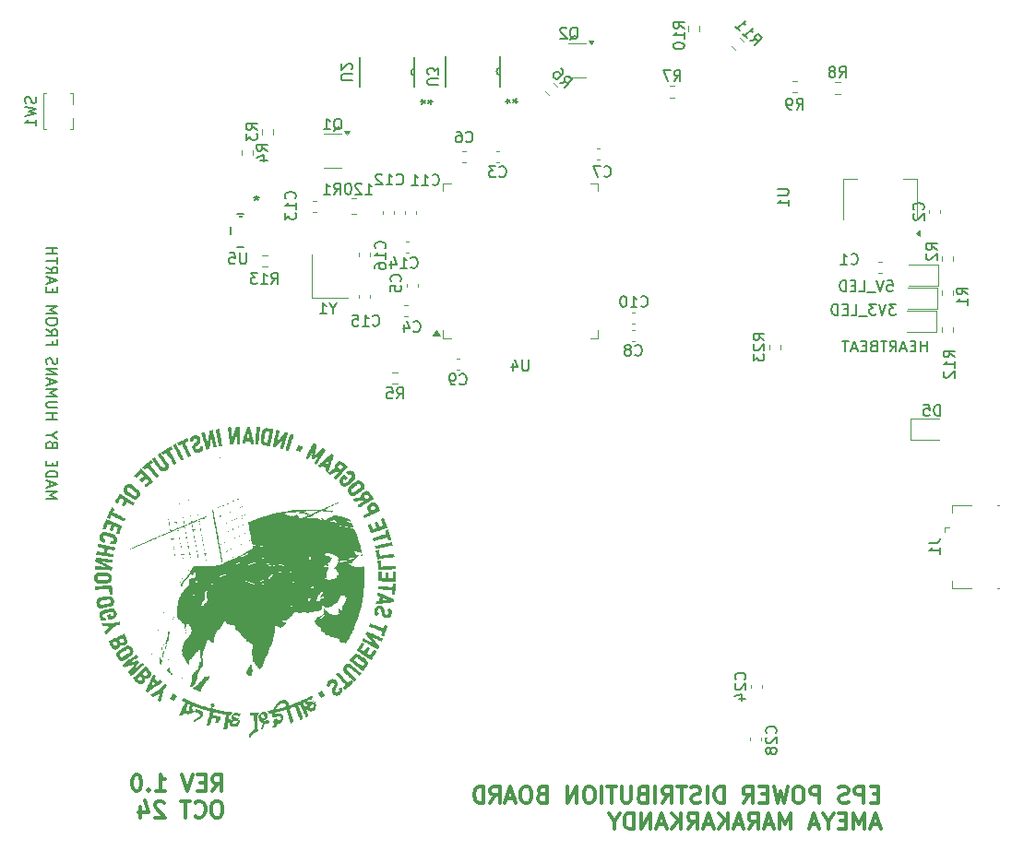
<source format=gbr>
%TF.GenerationSoftware,KiCad,Pcbnew,8.0.5*%
%TF.CreationDate,2024-10-21T02:11:06+05:30*%
%TF.ProjectId,EPS_PDB,4550535f-5044-4422-9e6b-696361645f70,rev?*%
%TF.SameCoordinates,Original*%
%TF.FileFunction,Legend,Bot*%
%TF.FilePolarity,Positive*%
%FSLAX46Y46*%
G04 Gerber Fmt 4.6, Leading zero omitted, Abs format (unit mm)*
G04 Created by KiCad (PCBNEW 8.0.5) date 2024-10-21 02:11:06*
%MOMM*%
%LPD*%
G01*
G04 APERTURE LIST*
%ADD10C,0.150000*%
%ADD11C,0.300000*%
%ADD12C,0.000000*%
%ADD13C,0.120000*%
%ADD14C,0.152400*%
G04 APERTURE END LIST*
D10*
X117787180Y-104403220D02*
X118787180Y-104403220D01*
X118787180Y-104403220D02*
X118072895Y-104069887D01*
X118072895Y-104069887D02*
X118787180Y-103736554D01*
X118787180Y-103736554D02*
X117787180Y-103736554D01*
X118072895Y-103307982D02*
X118072895Y-102831792D01*
X117787180Y-103403220D02*
X118787180Y-103069887D01*
X118787180Y-103069887D02*
X117787180Y-102736554D01*
X117787180Y-102403220D02*
X118787180Y-102403220D01*
X118787180Y-102403220D02*
X118787180Y-102165125D01*
X118787180Y-102165125D02*
X118739561Y-102022268D01*
X118739561Y-102022268D02*
X118644323Y-101927030D01*
X118644323Y-101927030D02*
X118549085Y-101879411D01*
X118549085Y-101879411D02*
X118358609Y-101831792D01*
X118358609Y-101831792D02*
X118215752Y-101831792D01*
X118215752Y-101831792D02*
X118025276Y-101879411D01*
X118025276Y-101879411D02*
X117930038Y-101927030D01*
X117930038Y-101927030D02*
X117834800Y-102022268D01*
X117834800Y-102022268D02*
X117787180Y-102165125D01*
X117787180Y-102165125D02*
X117787180Y-102403220D01*
X118310990Y-101403220D02*
X118310990Y-101069887D01*
X117787180Y-100927030D02*
X117787180Y-101403220D01*
X117787180Y-101403220D02*
X118787180Y-101403220D01*
X118787180Y-101403220D02*
X118787180Y-100927030D01*
X118310990Y-99403220D02*
X118263371Y-99260363D01*
X118263371Y-99260363D02*
X118215752Y-99212744D01*
X118215752Y-99212744D02*
X118120514Y-99165125D01*
X118120514Y-99165125D02*
X117977657Y-99165125D01*
X117977657Y-99165125D02*
X117882419Y-99212744D01*
X117882419Y-99212744D02*
X117834800Y-99260363D01*
X117834800Y-99260363D02*
X117787180Y-99355601D01*
X117787180Y-99355601D02*
X117787180Y-99736553D01*
X117787180Y-99736553D02*
X118787180Y-99736553D01*
X118787180Y-99736553D02*
X118787180Y-99403220D01*
X118787180Y-99403220D02*
X118739561Y-99307982D01*
X118739561Y-99307982D02*
X118691942Y-99260363D01*
X118691942Y-99260363D02*
X118596704Y-99212744D01*
X118596704Y-99212744D02*
X118501466Y-99212744D01*
X118501466Y-99212744D02*
X118406228Y-99260363D01*
X118406228Y-99260363D02*
X118358609Y-99307982D01*
X118358609Y-99307982D02*
X118310990Y-99403220D01*
X118310990Y-99403220D02*
X118310990Y-99736553D01*
X118263371Y-98546077D02*
X117787180Y-98546077D01*
X118787180Y-98879410D02*
X118263371Y-98546077D01*
X118263371Y-98546077D02*
X118787180Y-98212744D01*
X117787180Y-97117505D02*
X118787180Y-97117505D01*
X118310990Y-97117505D02*
X118310990Y-96546077D01*
X117787180Y-96546077D02*
X118787180Y-96546077D01*
X118787180Y-96069886D02*
X117977657Y-96069886D01*
X117977657Y-96069886D02*
X117882419Y-96022267D01*
X117882419Y-96022267D02*
X117834800Y-95974648D01*
X117834800Y-95974648D02*
X117787180Y-95879410D01*
X117787180Y-95879410D02*
X117787180Y-95688934D01*
X117787180Y-95688934D02*
X117834800Y-95593696D01*
X117834800Y-95593696D02*
X117882419Y-95546077D01*
X117882419Y-95546077D02*
X117977657Y-95498458D01*
X117977657Y-95498458D02*
X118787180Y-95498458D01*
X117787180Y-95022267D02*
X118787180Y-95022267D01*
X118787180Y-95022267D02*
X118072895Y-94688934D01*
X118072895Y-94688934D02*
X118787180Y-94355601D01*
X118787180Y-94355601D02*
X117787180Y-94355601D01*
X118072895Y-93927029D02*
X118072895Y-93450839D01*
X117787180Y-94022267D02*
X118787180Y-93688934D01*
X118787180Y-93688934D02*
X117787180Y-93355601D01*
X117787180Y-93022267D02*
X118787180Y-93022267D01*
X118787180Y-93022267D02*
X117787180Y-92450839D01*
X117787180Y-92450839D02*
X118787180Y-92450839D01*
X117834800Y-92022267D02*
X117787180Y-91879410D01*
X117787180Y-91879410D02*
X117787180Y-91641315D01*
X117787180Y-91641315D02*
X117834800Y-91546077D01*
X117834800Y-91546077D02*
X117882419Y-91498458D01*
X117882419Y-91498458D02*
X117977657Y-91450839D01*
X117977657Y-91450839D02*
X118072895Y-91450839D01*
X118072895Y-91450839D02*
X118168133Y-91498458D01*
X118168133Y-91498458D02*
X118215752Y-91546077D01*
X118215752Y-91546077D02*
X118263371Y-91641315D01*
X118263371Y-91641315D02*
X118310990Y-91831791D01*
X118310990Y-91831791D02*
X118358609Y-91927029D01*
X118358609Y-91927029D02*
X118406228Y-91974648D01*
X118406228Y-91974648D02*
X118501466Y-92022267D01*
X118501466Y-92022267D02*
X118596704Y-92022267D01*
X118596704Y-92022267D02*
X118691942Y-91974648D01*
X118691942Y-91974648D02*
X118739561Y-91927029D01*
X118739561Y-91927029D02*
X118787180Y-91831791D01*
X118787180Y-91831791D02*
X118787180Y-91593696D01*
X118787180Y-91593696D02*
X118739561Y-91450839D01*
X118310990Y-89927029D02*
X118310990Y-90260362D01*
X117787180Y-90260362D02*
X118787180Y-90260362D01*
X118787180Y-90260362D02*
X118787180Y-89784172D01*
X117787180Y-88831791D02*
X118263371Y-89165124D01*
X117787180Y-89403219D02*
X118787180Y-89403219D01*
X118787180Y-89403219D02*
X118787180Y-89022267D01*
X118787180Y-89022267D02*
X118739561Y-88927029D01*
X118739561Y-88927029D02*
X118691942Y-88879410D01*
X118691942Y-88879410D02*
X118596704Y-88831791D01*
X118596704Y-88831791D02*
X118453847Y-88831791D01*
X118453847Y-88831791D02*
X118358609Y-88879410D01*
X118358609Y-88879410D02*
X118310990Y-88927029D01*
X118310990Y-88927029D02*
X118263371Y-89022267D01*
X118263371Y-89022267D02*
X118263371Y-89403219D01*
X118787180Y-88212743D02*
X118787180Y-88022267D01*
X118787180Y-88022267D02*
X118739561Y-87927029D01*
X118739561Y-87927029D02*
X118644323Y-87831791D01*
X118644323Y-87831791D02*
X118453847Y-87784172D01*
X118453847Y-87784172D02*
X118120514Y-87784172D01*
X118120514Y-87784172D02*
X117930038Y-87831791D01*
X117930038Y-87831791D02*
X117834800Y-87927029D01*
X117834800Y-87927029D02*
X117787180Y-88022267D01*
X117787180Y-88022267D02*
X117787180Y-88212743D01*
X117787180Y-88212743D02*
X117834800Y-88307981D01*
X117834800Y-88307981D02*
X117930038Y-88403219D01*
X117930038Y-88403219D02*
X118120514Y-88450838D01*
X118120514Y-88450838D02*
X118453847Y-88450838D01*
X118453847Y-88450838D02*
X118644323Y-88403219D01*
X118644323Y-88403219D02*
X118739561Y-88307981D01*
X118739561Y-88307981D02*
X118787180Y-88212743D01*
X117787180Y-87355600D02*
X118787180Y-87355600D01*
X118787180Y-87355600D02*
X118072895Y-87022267D01*
X118072895Y-87022267D02*
X118787180Y-86688934D01*
X118787180Y-86688934D02*
X117787180Y-86688934D01*
X118310990Y-85450838D02*
X118310990Y-85117505D01*
X117787180Y-84974648D02*
X117787180Y-85450838D01*
X117787180Y-85450838D02*
X118787180Y-85450838D01*
X118787180Y-85450838D02*
X118787180Y-84974648D01*
X118072895Y-84593695D02*
X118072895Y-84117505D01*
X117787180Y-84688933D02*
X118787180Y-84355600D01*
X118787180Y-84355600D02*
X117787180Y-84022267D01*
X117787180Y-83117505D02*
X118263371Y-83450838D01*
X117787180Y-83688933D02*
X118787180Y-83688933D01*
X118787180Y-83688933D02*
X118787180Y-83307981D01*
X118787180Y-83307981D02*
X118739561Y-83212743D01*
X118739561Y-83212743D02*
X118691942Y-83165124D01*
X118691942Y-83165124D02*
X118596704Y-83117505D01*
X118596704Y-83117505D02*
X118453847Y-83117505D01*
X118453847Y-83117505D02*
X118358609Y-83165124D01*
X118358609Y-83165124D02*
X118310990Y-83212743D01*
X118310990Y-83212743D02*
X118263371Y-83307981D01*
X118263371Y-83307981D02*
X118263371Y-83688933D01*
X118787180Y-82831790D02*
X118787180Y-82260362D01*
X117787180Y-82546076D02*
X118787180Y-82546076D01*
X117787180Y-81927028D02*
X118787180Y-81927028D01*
X118310990Y-81927028D02*
X118310990Y-81355600D01*
X117787180Y-81355600D02*
X118787180Y-81355600D01*
D11*
X132995346Y-131250912D02*
X133495346Y-130536626D01*
X133852489Y-131250912D02*
X133852489Y-129750912D01*
X133852489Y-129750912D02*
X133281060Y-129750912D01*
X133281060Y-129750912D02*
X133138203Y-129822341D01*
X133138203Y-129822341D02*
X133066774Y-129893769D01*
X133066774Y-129893769D02*
X132995346Y-130036626D01*
X132995346Y-130036626D02*
X132995346Y-130250912D01*
X132995346Y-130250912D02*
X133066774Y-130393769D01*
X133066774Y-130393769D02*
X133138203Y-130465198D01*
X133138203Y-130465198D02*
X133281060Y-130536626D01*
X133281060Y-130536626D02*
X133852489Y-130536626D01*
X132352489Y-130465198D02*
X131852489Y-130465198D01*
X131638203Y-131250912D02*
X132352489Y-131250912D01*
X132352489Y-131250912D02*
X132352489Y-129750912D01*
X132352489Y-129750912D02*
X131638203Y-129750912D01*
X131209631Y-129750912D02*
X130709631Y-131250912D01*
X130709631Y-131250912D02*
X130209631Y-129750912D01*
X127781060Y-131250912D02*
X128638203Y-131250912D01*
X128209632Y-131250912D02*
X128209632Y-129750912D01*
X128209632Y-129750912D02*
X128352489Y-129965198D01*
X128352489Y-129965198D02*
X128495346Y-130108055D01*
X128495346Y-130108055D02*
X128638203Y-130179484D01*
X127138204Y-131108055D02*
X127066775Y-131179484D01*
X127066775Y-131179484D02*
X127138204Y-131250912D01*
X127138204Y-131250912D02*
X127209632Y-131179484D01*
X127209632Y-131179484D02*
X127138204Y-131108055D01*
X127138204Y-131108055D02*
X127138204Y-131250912D01*
X126138203Y-129750912D02*
X125995346Y-129750912D01*
X125995346Y-129750912D02*
X125852489Y-129822341D01*
X125852489Y-129822341D02*
X125781061Y-129893769D01*
X125781061Y-129893769D02*
X125709632Y-130036626D01*
X125709632Y-130036626D02*
X125638203Y-130322341D01*
X125638203Y-130322341D02*
X125638203Y-130679484D01*
X125638203Y-130679484D02*
X125709632Y-130965198D01*
X125709632Y-130965198D02*
X125781061Y-131108055D01*
X125781061Y-131108055D02*
X125852489Y-131179484D01*
X125852489Y-131179484D02*
X125995346Y-131250912D01*
X125995346Y-131250912D02*
X126138203Y-131250912D01*
X126138203Y-131250912D02*
X126281061Y-131179484D01*
X126281061Y-131179484D02*
X126352489Y-131108055D01*
X126352489Y-131108055D02*
X126423918Y-130965198D01*
X126423918Y-130965198D02*
X126495346Y-130679484D01*
X126495346Y-130679484D02*
X126495346Y-130322341D01*
X126495346Y-130322341D02*
X126423918Y-130036626D01*
X126423918Y-130036626D02*
X126352489Y-129893769D01*
X126352489Y-129893769D02*
X126281061Y-129822341D01*
X126281061Y-129822341D02*
X126138203Y-129750912D01*
X133566774Y-132165828D02*
X133281060Y-132165828D01*
X133281060Y-132165828D02*
X133138203Y-132237257D01*
X133138203Y-132237257D02*
X132995346Y-132380114D01*
X132995346Y-132380114D02*
X132923917Y-132665828D01*
X132923917Y-132665828D02*
X132923917Y-133165828D01*
X132923917Y-133165828D02*
X132995346Y-133451542D01*
X132995346Y-133451542D02*
X133138203Y-133594400D01*
X133138203Y-133594400D02*
X133281060Y-133665828D01*
X133281060Y-133665828D02*
X133566774Y-133665828D01*
X133566774Y-133665828D02*
X133709632Y-133594400D01*
X133709632Y-133594400D02*
X133852489Y-133451542D01*
X133852489Y-133451542D02*
X133923917Y-133165828D01*
X133923917Y-133165828D02*
X133923917Y-132665828D01*
X133923917Y-132665828D02*
X133852489Y-132380114D01*
X133852489Y-132380114D02*
X133709632Y-132237257D01*
X133709632Y-132237257D02*
X133566774Y-132165828D01*
X131423917Y-133522971D02*
X131495345Y-133594400D01*
X131495345Y-133594400D02*
X131709631Y-133665828D01*
X131709631Y-133665828D02*
X131852488Y-133665828D01*
X131852488Y-133665828D02*
X132066774Y-133594400D01*
X132066774Y-133594400D02*
X132209631Y-133451542D01*
X132209631Y-133451542D02*
X132281060Y-133308685D01*
X132281060Y-133308685D02*
X132352488Y-133022971D01*
X132352488Y-133022971D02*
X132352488Y-132808685D01*
X132352488Y-132808685D02*
X132281060Y-132522971D01*
X132281060Y-132522971D02*
X132209631Y-132380114D01*
X132209631Y-132380114D02*
X132066774Y-132237257D01*
X132066774Y-132237257D02*
X131852488Y-132165828D01*
X131852488Y-132165828D02*
X131709631Y-132165828D01*
X131709631Y-132165828D02*
X131495345Y-132237257D01*
X131495345Y-132237257D02*
X131423917Y-132308685D01*
X130995345Y-132165828D02*
X130138203Y-132165828D01*
X130566774Y-133665828D02*
X130566774Y-132165828D01*
X128566774Y-132308685D02*
X128495346Y-132237257D01*
X128495346Y-132237257D02*
X128352489Y-132165828D01*
X128352489Y-132165828D02*
X127995346Y-132165828D01*
X127995346Y-132165828D02*
X127852489Y-132237257D01*
X127852489Y-132237257D02*
X127781060Y-132308685D01*
X127781060Y-132308685D02*
X127709631Y-132451542D01*
X127709631Y-132451542D02*
X127709631Y-132594400D01*
X127709631Y-132594400D02*
X127781060Y-132808685D01*
X127781060Y-132808685D02*
X128638203Y-133665828D01*
X128638203Y-133665828D02*
X127709631Y-133665828D01*
X126423918Y-132665828D02*
X126423918Y-133665828D01*
X126781060Y-132094400D02*
X127138203Y-133165828D01*
X127138203Y-133165828D02*
X126209632Y-133165828D01*
X194152489Y-131540198D02*
X193652489Y-131540198D01*
X193438203Y-132325912D02*
X194152489Y-132325912D01*
X194152489Y-132325912D02*
X194152489Y-130825912D01*
X194152489Y-130825912D02*
X193438203Y-130825912D01*
X192795346Y-132325912D02*
X192795346Y-130825912D01*
X192795346Y-130825912D02*
X192223917Y-130825912D01*
X192223917Y-130825912D02*
X192081060Y-130897341D01*
X192081060Y-130897341D02*
X192009631Y-130968769D01*
X192009631Y-130968769D02*
X191938203Y-131111626D01*
X191938203Y-131111626D02*
X191938203Y-131325912D01*
X191938203Y-131325912D02*
X192009631Y-131468769D01*
X192009631Y-131468769D02*
X192081060Y-131540198D01*
X192081060Y-131540198D02*
X192223917Y-131611626D01*
X192223917Y-131611626D02*
X192795346Y-131611626D01*
X191366774Y-132254484D02*
X191152489Y-132325912D01*
X191152489Y-132325912D02*
X190795346Y-132325912D01*
X190795346Y-132325912D02*
X190652489Y-132254484D01*
X190652489Y-132254484D02*
X190581060Y-132183055D01*
X190581060Y-132183055D02*
X190509631Y-132040198D01*
X190509631Y-132040198D02*
X190509631Y-131897341D01*
X190509631Y-131897341D02*
X190581060Y-131754484D01*
X190581060Y-131754484D02*
X190652489Y-131683055D01*
X190652489Y-131683055D02*
X190795346Y-131611626D01*
X190795346Y-131611626D02*
X191081060Y-131540198D01*
X191081060Y-131540198D02*
X191223917Y-131468769D01*
X191223917Y-131468769D02*
X191295346Y-131397341D01*
X191295346Y-131397341D02*
X191366774Y-131254484D01*
X191366774Y-131254484D02*
X191366774Y-131111626D01*
X191366774Y-131111626D02*
X191295346Y-130968769D01*
X191295346Y-130968769D02*
X191223917Y-130897341D01*
X191223917Y-130897341D02*
X191081060Y-130825912D01*
X191081060Y-130825912D02*
X190723917Y-130825912D01*
X190723917Y-130825912D02*
X190509631Y-130897341D01*
X188723918Y-132325912D02*
X188723918Y-130825912D01*
X188723918Y-130825912D02*
X188152489Y-130825912D01*
X188152489Y-130825912D02*
X188009632Y-130897341D01*
X188009632Y-130897341D02*
X187938203Y-130968769D01*
X187938203Y-130968769D02*
X187866775Y-131111626D01*
X187866775Y-131111626D02*
X187866775Y-131325912D01*
X187866775Y-131325912D02*
X187938203Y-131468769D01*
X187938203Y-131468769D02*
X188009632Y-131540198D01*
X188009632Y-131540198D02*
X188152489Y-131611626D01*
X188152489Y-131611626D02*
X188723918Y-131611626D01*
X186938203Y-130825912D02*
X186652489Y-130825912D01*
X186652489Y-130825912D02*
X186509632Y-130897341D01*
X186509632Y-130897341D02*
X186366775Y-131040198D01*
X186366775Y-131040198D02*
X186295346Y-131325912D01*
X186295346Y-131325912D02*
X186295346Y-131825912D01*
X186295346Y-131825912D02*
X186366775Y-132111626D01*
X186366775Y-132111626D02*
X186509632Y-132254484D01*
X186509632Y-132254484D02*
X186652489Y-132325912D01*
X186652489Y-132325912D02*
X186938203Y-132325912D01*
X186938203Y-132325912D02*
X187081061Y-132254484D01*
X187081061Y-132254484D02*
X187223918Y-132111626D01*
X187223918Y-132111626D02*
X187295346Y-131825912D01*
X187295346Y-131825912D02*
X187295346Y-131325912D01*
X187295346Y-131325912D02*
X187223918Y-131040198D01*
X187223918Y-131040198D02*
X187081061Y-130897341D01*
X187081061Y-130897341D02*
X186938203Y-130825912D01*
X185795346Y-130825912D02*
X185438203Y-132325912D01*
X185438203Y-132325912D02*
X185152489Y-131254484D01*
X185152489Y-131254484D02*
X184866774Y-132325912D01*
X184866774Y-132325912D02*
X184509632Y-130825912D01*
X183938203Y-131540198D02*
X183438203Y-131540198D01*
X183223917Y-132325912D02*
X183938203Y-132325912D01*
X183938203Y-132325912D02*
X183938203Y-130825912D01*
X183938203Y-130825912D02*
X183223917Y-130825912D01*
X181723917Y-132325912D02*
X182223917Y-131611626D01*
X182581060Y-132325912D02*
X182581060Y-130825912D01*
X182581060Y-130825912D02*
X182009631Y-130825912D01*
X182009631Y-130825912D02*
X181866774Y-130897341D01*
X181866774Y-130897341D02*
X181795345Y-130968769D01*
X181795345Y-130968769D02*
X181723917Y-131111626D01*
X181723917Y-131111626D02*
X181723917Y-131325912D01*
X181723917Y-131325912D02*
X181795345Y-131468769D01*
X181795345Y-131468769D02*
X181866774Y-131540198D01*
X181866774Y-131540198D02*
X182009631Y-131611626D01*
X182009631Y-131611626D02*
X182581060Y-131611626D01*
X179938203Y-132325912D02*
X179938203Y-130825912D01*
X179938203Y-130825912D02*
X179581060Y-130825912D01*
X179581060Y-130825912D02*
X179366774Y-130897341D01*
X179366774Y-130897341D02*
X179223917Y-131040198D01*
X179223917Y-131040198D02*
X179152488Y-131183055D01*
X179152488Y-131183055D02*
X179081060Y-131468769D01*
X179081060Y-131468769D02*
X179081060Y-131683055D01*
X179081060Y-131683055D02*
X179152488Y-131968769D01*
X179152488Y-131968769D02*
X179223917Y-132111626D01*
X179223917Y-132111626D02*
X179366774Y-132254484D01*
X179366774Y-132254484D02*
X179581060Y-132325912D01*
X179581060Y-132325912D02*
X179938203Y-132325912D01*
X178438203Y-132325912D02*
X178438203Y-130825912D01*
X177795345Y-132254484D02*
X177581060Y-132325912D01*
X177581060Y-132325912D02*
X177223917Y-132325912D01*
X177223917Y-132325912D02*
X177081060Y-132254484D01*
X177081060Y-132254484D02*
X177009631Y-132183055D01*
X177009631Y-132183055D02*
X176938202Y-132040198D01*
X176938202Y-132040198D02*
X176938202Y-131897341D01*
X176938202Y-131897341D02*
X177009631Y-131754484D01*
X177009631Y-131754484D02*
X177081060Y-131683055D01*
X177081060Y-131683055D02*
X177223917Y-131611626D01*
X177223917Y-131611626D02*
X177509631Y-131540198D01*
X177509631Y-131540198D02*
X177652488Y-131468769D01*
X177652488Y-131468769D02*
X177723917Y-131397341D01*
X177723917Y-131397341D02*
X177795345Y-131254484D01*
X177795345Y-131254484D02*
X177795345Y-131111626D01*
X177795345Y-131111626D02*
X177723917Y-130968769D01*
X177723917Y-130968769D02*
X177652488Y-130897341D01*
X177652488Y-130897341D02*
X177509631Y-130825912D01*
X177509631Y-130825912D02*
X177152488Y-130825912D01*
X177152488Y-130825912D02*
X176938202Y-130897341D01*
X176509631Y-130825912D02*
X175652489Y-130825912D01*
X176081060Y-132325912D02*
X176081060Y-130825912D01*
X174295346Y-132325912D02*
X174795346Y-131611626D01*
X175152489Y-132325912D02*
X175152489Y-130825912D01*
X175152489Y-130825912D02*
X174581060Y-130825912D01*
X174581060Y-130825912D02*
X174438203Y-130897341D01*
X174438203Y-130897341D02*
X174366774Y-130968769D01*
X174366774Y-130968769D02*
X174295346Y-131111626D01*
X174295346Y-131111626D02*
X174295346Y-131325912D01*
X174295346Y-131325912D02*
X174366774Y-131468769D01*
X174366774Y-131468769D02*
X174438203Y-131540198D01*
X174438203Y-131540198D02*
X174581060Y-131611626D01*
X174581060Y-131611626D02*
X175152489Y-131611626D01*
X173652489Y-132325912D02*
X173652489Y-130825912D01*
X172438203Y-131540198D02*
X172223917Y-131611626D01*
X172223917Y-131611626D02*
X172152488Y-131683055D01*
X172152488Y-131683055D02*
X172081060Y-131825912D01*
X172081060Y-131825912D02*
X172081060Y-132040198D01*
X172081060Y-132040198D02*
X172152488Y-132183055D01*
X172152488Y-132183055D02*
X172223917Y-132254484D01*
X172223917Y-132254484D02*
X172366774Y-132325912D01*
X172366774Y-132325912D02*
X172938203Y-132325912D01*
X172938203Y-132325912D02*
X172938203Y-130825912D01*
X172938203Y-130825912D02*
X172438203Y-130825912D01*
X172438203Y-130825912D02*
X172295346Y-130897341D01*
X172295346Y-130897341D02*
X172223917Y-130968769D01*
X172223917Y-130968769D02*
X172152488Y-131111626D01*
X172152488Y-131111626D02*
X172152488Y-131254484D01*
X172152488Y-131254484D02*
X172223917Y-131397341D01*
X172223917Y-131397341D02*
X172295346Y-131468769D01*
X172295346Y-131468769D02*
X172438203Y-131540198D01*
X172438203Y-131540198D02*
X172938203Y-131540198D01*
X171438203Y-130825912D02*
X171438203Y-132040198D01*
X171438203Y-132040198D02*
X171366774Y-132183055D01*
X171366774Y-132183055D02*
X171295346Y-132254484D01*
X171295346Y-132254484D02*
X171152488Y-132325912D01*
X171152488Y-132325912D02*
X170866774Y-132325912D01*
X170866774Y-132325912D02*
X170723917Y-132254484D01*
X170723917Y-132254484D02*
X170652488Y-132183055D01*
X170652488Y-132183055D02*
X170581060Y-132040198D01*
X170581060Y-132040198D02*
X170581060Y-130825912D01*
X170081059Y-130825912D02*
X169223917Y-130825912D01*
X169652488Y-132325912D02*
X169652488Y-130825912D01*
X168723917Y-132325912D02*
X168723917Y-130825912D01*
X167723916Y-130825912D02*
X167438202Y-130825912D01*
X167438202Y-130825912D02*
X167295345Y-130897341D01*
X167295345Y-130897341D02*
X167152488Y-131040198D01*
X167152488Y-131040198D02*
X167081059Y-131325912D01*
X167081059Y-131325912D02*
X167081059Y-131825912D01*
X167081059Y-131825912D02*
X167152488Y-132111626D01*
X167152488Y-132111626D02*
X167295345Y-132254484D01*
X167295345Y-132254484D02*
X167438202Y-132325912D01*
X167438202Y-132325912D02*
X167723916Y-132325912D01*
X167723916Y-132325912D02*
X167866774Y-132254484D01*
X167866774Y-132254484D02*
X168009631Y-132111626D01*
X168009631Y-132111626D02*
X168081059Y-131825912D01*
X168081059Y-131825912D02*
X168081059Y-131325912D01*
X168081059Y-131325912D02*
X168009631Y-131040198D01*
X168009631Y-131040198D02*
X167866774Y-130897341D01*
X167866774Y-130897341D02*
X167723916Y-130825912D01*
X166438202Y-132325912D02*
X166438202Y-130825912D01*
X166438202Y-130825912D02*
X165581059Y-132325912D01*
X165581059Y-132325912D02*
X165581059Y-130825912D01*
X163223916Y-131540198D02*
X163009630Y-131611626D01*
X163009630Y-131611626D02*
X162938201Y-131683055D01*
X162938201Y-131683055D02*
X162866773Y-131825912D01*
X162866773Y-131825912D02*
X162866773Y-132040198D01*
X162866773Y-132040198D02*
X162938201Y-132183055D01*
X162938201Y-132183055D02*
X163009630Y-132254484D01*
X163009630Y-132254484D02*
X163152487Y-132325912D01*
X163152487Y-132325912D02*
X163723916Y-132325912D01*
X163723916Y-132325912D02*
X163723916Y-130825912D01*
X163723916Y-130825912D02*
X163223916Y-130825912D01*
X163223916Y-130825912D02*
X163081059Y-130897341D01*
X163081059Y-130897341D02*
X163009630Y-130968769D01*
X163009630Y-130968769D02*
X162938201Y-131111626D01*
X162938201Y-131111626D02*
X162938201Y-131254484D01*
X162938201Y-131254484D02*
X163009630Y-131397341D01*
X163009630Y-131397341D02*
X163081059Y-131468769D01*
X163081059Y-131468769D02*
X163223916Y-131540198D01*
X163223916Y-131540198D02*
X163723916Y-131540198D01*
X161938201Y-130825912D02*
X161652487Y-130825912D01*
X161652487Y-130825912D02*
X161509630Y-130897341D01*
X161509630Y-130897341D02*
X161366773Y-131040198D01*
X161366773Y-131040198D02*
X161295344Y-131325912D01*
X161295344Y-131325912D02*
X161295344Y-131825912D01*
X161295344Y-131825912D02*
X161366773Y-132111626D01*
X161366773Y-132111626D02*
X161509630Y-132254484D01*
X161509630Y-132254484D02*
X161652487Y-132325912D01*
X161652487Y-132325912D02*
X161938201Y-132325912D01*
X161938201Y-132325912D02*
X162081059Y-132254484D01*
X162081059Y-132254484D02*
X162223916Y-132111626D01*
X162223916Y-132111626D02*
X162295344Y-131825912D01*
X162295344Y-131825912D02*
X162295344Y-131325912D01*
X162295344Y-131325912D02*
X162223916Y-131040198D01*
X162223916Y-131040198D02*
X162081059Y-130897341D01*
X162081059Y-130897341D02*
X161938201Y-130825912D01*
X160723915Y-131897341D02*
X160009630Y-131897341D01*
X160866772Y-132325912D02*
X160366772Y-130825912D01*
X160366772Y-130825912D02*
X159866772Y-132325912D01*
X158509630Y-132325912D02*
X159009630Y-131611626D01*
X159366773Y-132325912D02*
X159366773Y-130825912D01*
X159366773Y-130825912D02*
X158795344Y-130825912D01*
X158795344Y-130825912D02*
X158652487Y-130897341D01*
X158652487Y-130897341D02*
X158581058Y-130968769D01*
X158581058Y-130968769D02*
X158509630Y-131111626D01*
X158509630Y-131111626D02*
X158509630Y-131325912D01*
X158509630Y-131325912D02*
X158581058Y-131468769D01*
X158581058Y-131468769D02*
X158652487Y-131540198D01*
X158652487Y-131540198D02*
X158795344Y-131611626D01*
X158795344Y-131611626D02*
X159366773Y-131611626D01*
X157866773Y-132325912D02*
X157866773Y-130825912D01*
X157866773Y-130825912D02*
X157509630Y-130825912D01*
X157509630Y-130825912D02*
X157295344Y-130897341D01*
X157295344Y-130897341D02*
X157152487Y-131040198D01*
X157152487Y-131040198D02*
X157081058Y-131183055D01*
X157081058Y-131183055D02*
X157009630Y-131468769D01*
X157009630Y-131468769D02*
X157009630Y-131683055D01*
X157009630Y-131683055D02*
X157081058Y-131968769D01*
X157081058Y-131968769D02*
X157152487Y-132111626D01*
X157152487Y-132111626D02*
X157295344Y-132254484D01*
X157295344Y-132254484D02*
X157509630Y-132325912D01*
X157509630Y-132325912D02*
X157866773Y-132325912D01*
X194223917Y-134312257D02*
X193509632Y-134312257D01*
X194366774Y-134740828D02*
X193866774Y-133240828D01*
X193866774Y-133240828D02*
X193366774Y-134740828D01*
X192866775Y-134740828D02*
X192866775Y-133240828D01*
X192866775Y-133240828D02*
X192366775Y-134312257D01*
X192366775Y-134312257D02*
X191866775Y-133240828D01*
X191866775Y-133240828D02*
X191866775Y-134740828D01*
X191152489Y-133955114D02*
X190652489Y-133955114D01*
X190438203Y-134740828D02*
X191152489Y-134740828D01*
X191152489Y-134740828D02*
X191152489Y-133240828D01*
X191152489Y-133240828D02*
X190438203Y-133240828D01*
X189509631Y-134026542D02*
X189509631Y-134740828D01*
X190009631Y-133240828D02*
X189509631Y-134026542D01*
X189509631Y-134026542D02*
X189009631Y-133240828D01*
X188581060Y-134312257D02*
X187866775Y-134312257D01*
X188723917Y-134740828D02*
X188223917Y-133240828D01*
X188223917Y-133240828D02*
X187723917Y-134740828D01*
X186081061Y-134740828D02*
X186081061Y-133240828D01*
X186081061Y-133240828D02*
X185581061Y-134312257D01*
X185581061Y-134312257D02*
X185081061Y-133240828D01*
X185081061Y-133240828D02*
X185081061Y-134740828D01*
X184438203Y-134312257D02*
X183723918Y-134312257D01*
X184581060Y-134740828D02*
X184081060Y-133240828D01*
X184081060Y-133240828D02*
X183581060Y-134740828D01*
X182223918Y-134740828D02*
X182723918Y-134026542D01*
X183081061Y-134740828D02*
X183081061Y-133240828D01*
X183081061Y-133240828D02*
X182509632Y-133240828D01*
X182509632Y-133240828D02*
X182366775Y-133312257D01*
X182366775Y-133312257D02*
X182295346Y-133383685D01*
X182295346Y-133383685D02*
X182223918Y-133526542D01*
X182223918Y-133526542D02*
X182223918Y-133740828D01*
X182223918Y-133740828D02*
X182295346Y-133883685D01*
X182295346Y-133883685D02*
X182366775Y-133955114D01*
X182366775Y-133955114D02*
X182509632Y-134026542D01*
X182509632Y-134026542D02*
X183081061Y-134026542D01*
X181652489Y-134312257D02*
X180938204Y-134312257D01*
X181795346Y-134740828D02*
X181295346Y-133240828D01*
X181295346Y-133240828D02*
X180795346Y-134740828D01*
X180295347Y-134740828D02*
X180295347Y-133240828D01*
X179438204Y-134740828D02*
X180081061Y-133883685D01*
X179438204Y-133240828D02*
X180295347Y-134097971D01*
X178866775Y-134312257D02*
X178152490Y-134312257D01*
X179009632Y-134740828D02*
X178509632Y-133240828D01*
X178509632Y-133240828D02*
X178009632Y-134740828D01*
X176652490Y-134740828D02*
X177152490Y-134026542D01*
X177509633Y-134740828D02*
X177509633Y-133240828D01*
X177509633Y-133240828D02*
X176938204Y-133240828D01*
X176938204Y-133240828D02*
X176795347Y-133312257D01*
X176795347Y-133312257D02*
X176723918Y-133383685D01*
X176723918Y-133383685D02*
X176652490Y-133526542D01*
X176652490Y-133526542D02*
X176652490Y-133740828D01*
X176652490Y-133740828D02*
X176723918Y-133883685D01*
X176723918Y-133883685D02*
X176795347Y-133955114D01*
X176795347Y-133955114D02*
X176938204Y-134026542D01*
X176938204Y-134026542D02*
X177509633Y-134026542D01*
X176009633Y-134740828D02*
X176009633Y-133240828D01*
X175152490Y-134740828D02*
X175795347Y-133883685D01*
X175152490Y-133240828D02*
X176009633Y-134097971D01*
X174581061Y-134312257D02*
X173866776Y-134312257D01*
X174723918Y-134740828D02*
X174223918Y-133240828D01*
X174223918Y-133240828D02*
X173723918Y-134740828D01*
X173223919Y-134740828D02*
X173223919Y-133240828D01*
X173223919Y-133240828D02*
X172366776Y-134740828D01*
X172366776Y-134740828D02*
X172366776Y-133240828D01*
X171652490Y-134740828D02*
X171652490Y-133240828D01*
X171652490Y-133240828D02*
X171295347Y-133240828D01*
X171295347Y-133240828D02*
X171081061Y-133312257D01*
X171081061Y-133312257D02*
X170938204Y-133455114D01*
X170938204Y-133455114D02*
X170866775Y-133597971D01*
X170866775Y-133597971D02*
X170795347Y-133883685D01*
X170795347Y-133883685D02*
X170795347Y-134097971D01*
X170795347Y-134097971D02*
X170866775Y-134383685D01*
X170866775Y-134383685D02*
X170938204Y-134526542D01*
X170938204Y-134526542D02*
X171081061Y-134669400D01*
X171081061Y-134669400D02*
X171295347Y-134740828D01*
X171295347Y-134740828D02*
X171652490Y-134740828D01*
X169866775Y-134026542D02*
X169866775Y-134740828D01*
X170366775Y-133240828D02*
X169866775Y-134026542D01*
X169866775Y-134026542D02*
X169366775Y-133240828D01*
D10*
X202311819Y-85648333D02*
X201835628Y-85315000D01*
X202311819Y-85076905D02*
X201311819Y-85076905D01*
X201311819Y-85076905D02*
X201311819Y-85457857D01*
X201311819Y-85457857D02*
X201359438Y-85553095D01*
X201359438Y-85553095D02*
X201407057Y-85600714D01*
X201407057Y-85600714D02*
X201502295Y-85648333D01*
X201502295Y-85648333D02*
X201645152Y-85648333D01*
X201645152Y-85648333D02*
X201740390Y-85600714D01*
X201740390Y-85600714D02*
X201788009Y-85553095D01*
X201788009Y-85553095D02*
X201835628Y-85457857D01*
X201835628Y-85457857D02*
X201835628Y-85076905D01*
X202311819Y-86600714D02*
X202311819Y-86029286D01*
X202311819Y-86315000D02*
X201311819Y-86315000D01*
X201311819Y-86315000D02*
X201454676Y-86219762D01*
X201454676Y-86219762D02*
X201549914Y-86124524D01*
X201549914Y-86124524D02*
X201597533Y-86029286D01*
X145827180Y-65976904D02*
X145017657Y-65976904D01*
X145017657Y-65976904D02*
X144922419Y-65929285D01*
X144922419Y-65929285D02*
X144874800Y-65881666D01*
X144874800Y-65881666D02*
X144827180Y-65786428D01*
X144827180Y-65786428D02*
X144827180Y-65595952D01*
X144827180Y-65595952D02*
X144874800Y-65500714D01*
X144874800Y-65500714D02*
X144922419Y-65453095D01*
X144922419Y-65453095D02*
X145017657Y-65405476D01*
X145017657Y-65405476D02*
X145827180Y-65405476D01*
X145731942Y-64976904D02*
X145779561Y-64929285D01*
X145779561Y-64929285D02*
X145827180Y-64834047D01*
X145827180Y-64834047D02*
X145827180Y-64595952D01*
X145827180Y-64595952D02*
X145779561Y-64500714D01*
X145779561Y-64500714D02*
X145731942Y-64453095D01*
X145731942Y-64453095D02*
X145636704Y-64405476D01*
X145636704Y-64405476D02*
X145541466Y-64405476D01*
X145541466Y-64405476D02*
X145398609Y-64453095D01*
X145398609Y-64453095D02*
X144827180Y-65024523D01*
X144827180Y-65024523D02*
X144827180Y-64405476D01*
X153193980Y-67947799D02*
X152955885Y-67947799D01*
X153051123Y-68185894D02*
X152955885Y-67947799D01*
X152955885Y-67947799D02*
X153051123Y-67709704D01*
X152765409Y-68090656D02*
X152955885Y-67947799D01*
X152955885Y-67947799D02*
X152765409Y-67804942D01*
X152103619Y-67947800D02*
X152341714Y-67947800D01*
X152246476Y-67709705D02*
X152341714Y-67947800D01*
X152341714Y-67947800D02*
X152246476Y-68185895D01*
X152532190Y-67804943D02*
X152341714Y-67947800D01*
X152341714Y-67947800D02*
X152532190Y-68090657D01*
X148816580Y-81422142D02*
X148864200Y-81374523D01*
X148864200Y-81374523D02*
X148911819Y-81231666D01*
X148911819Y-81231666D02*
X148911819Y-81136428D01*
X148911819Y-81136428D02*
X148864200Y-80993571D01*
X148864200Y-80993571D02*
X148768961Y-80898333D01*
X148768961Y-80898333D02*
X148673723Y-80850714D01*
X148673723Y-80850714D02*
X148483247Y-80803095D01*
X148483247Y-80803095D02*
X148340390Y-80803095D01*
X148340390Y-80803095D02*
X148149914Y-80850714D01*
X148149914Y-80850714D02*
X148054676Y-80898333D01*
X148054676Y-80898333D02*
X147959438Y-80993571D01*
X147959438Y-80993571D02*
X147911819Y-81136428D01*
X147911819Y-81136428D02*
X147911819Y-81231666D01*
X147911819Y-81231666D02*
X147959438Y-81374523D01*
X147959438Y-81374523D02*
X148007057Y-81422142D01*
X148911819Y-82374523D02*
X148911819Y-81803095D01*
X148911819Y-82088809D02*
X147911819Y-82088809D01*
X147911819Y-82088809D02*
X148054676Y-81993571D01*
X148054676Y-81993571D02*
X148149914Y-81898333D01*
X148149914Y-81898333D02*
X148197533Y-81803095D01*
X147911819Y-83231666D02*
X147911819Y-83041190D01*
X147911819Y-83041190D02*
X147959438Y-82945952D01*
X147959438Y-82945952D02*
X148007057Y-82898333D01*
X148007057Y-82898333D02*
X148149914Y-82803095D01*
X148149914Y-82803095D02*
X148340390Y-82755476D01*
X148340390Y-82755476D02*
X148721342Y-82755476D01*
X148721342Y-82755476D02*
X148816580Y-82803095D01*
X148816580Y-82803095D02*
X148864200Y-82850714D01*
X148864200Y-82850714D02*
X148911819Y-82945952D01*
X148911819Y-82945952D02*
X148911819Y-83136428D01*
X148911819Y-83136428D02*
X148864200Y-83231666D01*
X148864200Y-83231666D02*
X148816580Y-83279285D01*
X148816580Y-83279285D02*
X148721342Y-83326904D01*
X148721342Y-83326904D02*
X148483247Y-83326904D01*
X148483247Y-83326904D02*
X148388009Y-83279285D01*
X148388009Y-83279285D02*
X148340390Y-83231666D01*
X148340390Y-83231666D02*
X148292771Y-83136428D01*
X148292771Y-83136428D02*
X148292771Y-82945952D01*
X148292771Y-82945952D02*
X148340390Y-82850714D01*
X148340390Y-82850714D02*
X148388009Y-82803095D01*
X148388009Y-82803095D02*
X148483247Y-82755476D01*
X172349857Y-86699580D02*
X172397476Y-86747200D01*
X172397476Y-86747200D02*
X172540333Y-86794819D01*
X172540333Y-86794819D02*
X172635571Y-86794819D01*
X172635571Y-86794819D02*
X172778428Y-86747200D01*
X172778428Y-86747200D02*
X172873666Y-86651961D01*
X172873666Y-86651961D02*
X172921285Y-86556723D01*
X172921285Y-86556723D02*
X172968904Y-86366247D01*
X172968904Y-86366247D02*
X172968904Y-86223390D01*
X172968904Y-86223390D02*
X172921285Y-86032914D01*
X172921285Y-86032914D02*
X172873666Y-85937676D01*
X172873666Y-85937676D02*
X172778428Y-85842438D01*
X172778428Y-85842438D02*
X172635571Y-85794819D01*
X172635571Y-85794819D02*
X172540333Y-85794819D01*
X172540333Y-85794819D02*
X172397476Y-85842438D01*
X172397476Y-85842438D02*
X172349857Y-85890057D01*
X171397476Y-86794819D02*
X171968904Y-86794819D01*
X171683190Y-86794819D02*
X171683190Y-85794819D01*
X171683190Y-85794819D02*
X171778428Y-85937676D01*
X171778428Y-85937676D02*
X171873666Y-86032914D01*
X171873666Y-86032914D02*
X171968904Y-86080533D01*
X170778428Y-85794819D02*
X170683190Y-85794819D01*
X170683190Y-85794819D02*
X170587952Y-85842438D01*
X170587952Y-85842438D02*
X170540333Y-85890057D01*
X170540333Y-85890057D02*
X170492714Y-85985295D01*
X170492714Y-85985295D02*
X170445095Y-86175771D01*
X170445095Y-86175771D02*
X170445095Y-86413866D01*
X170445095Y-86413866D02*
X170492714Y-86604342D01*
X170492714Y-86604342D02*
X170540333Y-86699580D01*
X170540333Y-86699580D02*
X170587952Y-86747200D01*
X170587952Y-86747200D02*
X170683190Y-86794819D01*
X170683190Y-86794819D02*
X170778428Y-86794819D01*
X170778428Y-86794819D02*
X170873666Y-86747200D01*
X170873666Y-86747200D02*
X170921285Y-86699580D01*
X170921285Y-86699580D02*
X170968904Y-86604342D01*
X170968904Y-86604342D02*
X171016523Y-86413866D01*
X171016523Y-86413866D02*
X171016523Y-86175771D01*
X171016523Y-86175771D02*
X170968904Y-85985295D01*
X170968904Y-85985295D02*
X170921285Y-85890057D01*
X170921285Y-85890057D02*
X170873666Y-85842438D01*
X170873666Y-85842438D02*
X170778428Y-85794819D01*
X191623666Y-82799580D02*
X191671285Y-82847200D01*
X191671285Y-82847200D02*
X191814142Y-82894819D01*
X191814142Y-82894819D02*
X191909380Y-82894819D01*
X191909380Y-82894819D02*
X192052237Y-82847200D01*
X192052237Y-82847200D02*
X192147475Y-82751961D01*
X192147475Y-82751961D02*
X192195094Y-82656723D01*
X192195094Y-82656723D02*
X192242713Y-82466247D01*
X192242713Y-82466247D02*
X192242713Y-82323390D01*
X192242713Y-82323390D02*
X192195094Y-82132914D01*
X192195094Y-82132914D02*
X192147475Y-82037676D01*
X192147475Y-82037676D02*
X192052237Y-81942438D01*
X192052237Y-81942438D02*
X191909380Y-81894819D01*
X191909380Y-81894819D02*
X191814142Y-81894819D01*
X191814142Y-81894819D02*
X191671285Y-81942438D01*
X191671285Y-81942438D02*
X191623666Y-81990057D01*
X190671285Y-82894819D02*
X191242713Y-82894819D01*
X190956999Y-82894819D02*
X190956999Y-81894819D01*
X190956999Y-81894819D02*
X191052237Y-82037676D01*
X191052237Y-82037676D02*
X191147475Y-82132914D01*
X191147475Y-82132914D02*
X191242713Y-82180533D01*
X183656819Y-89847142D02*
X183180628Y-89513809D01*
X183656819Y-89275714D02*
X182656819Y-89275714D01*
X182656819Y-89275714D02*
X182656819Y-89656666D01*
X182656819Y-89656666D02*
X182704438Y-89751904D01*
X182704438Y-89751904D02*
X182752057Y-89799523D01*
X182752057Y-89799523D02*
X182847295Y-89847142D01*
X182847295Y-89847142D02*
X182990152Y-89847142D01*
X182990152Y-89847142D02*
X183085390Y-89799523D01*
X183085390Y-89799523D02*
X183133009Y-89751904D01*
X183133009Y-89751904D02*
X183180628Y-89656666D01*
X183180628Y-89656666D02*
X183180628Y-89275714D01*
X182752057Y-90228095D02*
X182704438Y-90275714D01*
X182704438Y-90275714D02*
X182656819Y-90370952D01*
X182656819Y-90370952D02*
X182656819Y-90609047D01*
X182656819Y-90609047D02*
X182704438Y-90704285D01*
X182704438Y-90704285D02*
X182752057Y-90751904D01*
X182752057Y-90751904D02*
X182847295Y-90799523D01*
X182847295Y-90799523D02*
X182942533Y-90799523D01*
X182942533Y-90799523D02*
X183085390Y-90751904D01*
X183085390Y-90751904D02*
X183656819Y-90180476D01*
X183656819Y-90180476D02*
X183656819Y-90799523D01*
X182656819Y-91132857D02*
X182656819Y-91751904D01*
X182656819Y-91751904D02*
X183037771Y-91418571D01*
X183037771Y-91418571D02*
X183037771Y-91561428D01*
X183037771Y-91561428D02*
X183085390Y-91656666D01*
X183085390Y-91656666D02*
X183133009Y-91704285D01*
X183133009Y-91704285D02*
X183228247Y-91751904D01*
X183228247Y-91751904D02*
X183466342Y-91751904D01*
X183466342Y-91751904D02*
X183561580Y-91704285D01*
X183561580Y-91704285D02*
X183609200Y-91656666D01*
X183609200Y-91656666D02*
X183656819Y-91561428D01*
X183656819Y-91561428D02*
X183656819Y-91275714D01*
X183656819Y-91275714D02*
X183609200Y-91180476D01*
X183609200Y-91180476D02*
X183561580Y-91132857D01*
X190548666Y-65714819D02*
X190881999Y-65238628D01*
X191120094Y-65714819D02*
X191120094Y-64714819D01*
X191120094Y-64714819D02*
X190739142Y-64714819D01*
X190739142Y-64714819D02*
X190643904Y-64762438D01*
X190643904Y-64762438D02*
X190596285Y-64810057D01*
X190596285Y-64810057D02*
X190548666Y-64905295D01*
X190548666Y-64905295D02*
X190548666Y-65048152D01*
X190548666Y-65048152D02*
X190596285Y-65143390D01*
X190596285Y-65143390D02*
X190643904Y-65191009D01*
X190643904Y-65191009D02*
X190739142Y-65238628D01*
X190739142Y-65238628D02*
X191120094Y-65238628D01*
X189977237Y-65143390D02*
X190072475Y-65095771D01*
X190072475Y-65095771D02*
X190120094Y-65048152D01*
X190120094Y-65048152D02*
X190167713Y-64952914D01*
X190167713Y-64952914D02*
X190167713Y-64905295D01*
X190167713Y-64905295D02*
X190120094Y-64810057D01*
X190120094Y-64810057D02*
X190072475Y-64762438D01*
X190072475Y-64762438D02*
X189977237Y-64714819D01*
X189977237Y-64714819D02*
X189786761Y-64714819D01*
X189786761Y-64714819D02*
X189691523Y-64762438D01*
X189691523Y-64762438D02*
X189643904Y-64810057D01*
X189643904Y-64810057D02*
X189596285Y-64905295D01*
X189596285Y-64905295D02*
X189596285Y-64952914D01*
X189596285Y-64952914D02*
X189643904Y-65048152D01*
X189643904Y-65048152D02*
X189691523Y-65095771D01*
X189691523Y-65095771D02*
X189786761Y-65143390D01*
X189786761Y-65143390D02*
X189977237Y-65143390D01*
X189977237Y-65143390D02*
X190072475Y-65191009D01*
X190072475Y-65191009D02*
X190120094Y-65238628D01*
X190120094Y-65238628D02*
X190167713Y-65333866D01*
X190167713Y-65333866D02*
X190167713Y-65524342D01*
X190167713Y-65524342D02*
X190120094Y-65619580D01*
X190120094Y-65619580D02*
X190072475Y-65667200D01*
X190072475Y-65667200D02*
X189977237Y-65714819D01*
X189977237Y-65714819D02*
X189786761Y-65714819D01*
X189786761Y-65714819D02*
X189691523Y-65667200D01*
X189691523Y-65667200D02*
X189643904Y-65619580D01*
X189643904Y-65619580D02*
X189596285Y-65524342D01*
X189596285Y-65524342D02*
X189596285Y-65333866D01*
X189596285Y-65333866D02*
X189643904Y-65238628D01*
X189643904Y-65238628D02*
X189691523Y-65191009D01*
X189691523Y-65191009D02*
X189786761Y-65143390D01*
X140566580Y-76847142D02*
X140614200Y-76799523D01*
X140614200Y-76799523D02*
X140661819Y-76656666D01*
X140661819Y-76656666D02*
X140661819Y-76561428D01*
X140661819Y-76561428D02*
X140614200Y-76418571D01*
X140614200Y-76418571D02*
X140518961Y-76323333D01*
X140518961Y-76323333D02*
X140423723Y-76275714D01*
X140423723Y-76275714D02*
X140233247Y-76228095D01*
X140233247Y-76228095D02*
X140090390Y-76228095D01*
X140090390Y-76228095D02*
X139899914Y-76275714D01*
X139899914Y-76275714D02*
X139804676Y-76323333D01*
X139804676Y-76323333D02*
X139709438Y-76418571D01*
X139709438Y-76418571D02*
X139661819Y-76561428D01*
X139661819Y-76561428D02*
X139661819Y-76656666D01*
X139661819Y-76656666D02*
X139709438Y-76799523D01*
X139709438Y-76799523D02*
X139757057Y-76847142D01*
X140661819Y-77799523D02*
X140661819Y-77228095D01*
X140661819Y-77513809D02*
X139661819Y-77513809D01*
X139661819Y-77513809D02*
X139804676Y-77418571D01*
X139804676Y-77418571D02*
X139899914Y-77323333D01*
X139899914Y-77323333D02*
X139947533Y-77228095D01*
X139661819Y-78132857D02*
X139661819Y-78751904D01*
X139661819Y-78751904D02*
X140042771Y-78418571D01*
X140042771Y-78418571D02*
X140042771Y-78561428D01*
X140042771Y-78561428D02*
X140090390Y-78656666D01*
X140090390Y-78656666D02*
X140138009Y-78704285D01*
X140138009Y-78704285D02*
X140233247Y-78751904D01*
X140233247Y-78751904D02*
X140471342Y-78751904D01*
X140471342Y-78751904D02*
X140566580Y-78704285D01*
X140566580Y-78704285D02*
X140614200Y-78656666D01*
X140614200Y-78656666D02*
X140661819Y-78561428D01*
X140661819Y-78561428D02*
X140661819Y-78275714D01*
X140661819Y-78275714D02*
X140614200Y-78180476D01*
X140614200Y-78180476D02*
X140566580Y-78132857D01*
X162030904Y-91654819D02*
X162030904Y-92464342D01*
X162030904Y-92464342D02*
X161983285Y-92559580D01*
X161983285Y-92559580D02*
X161935666Y-92607200D01*
X161935666Y-92607200D02*
X161840428Y-92654819D01*
X161840428Y-92654819D02*
X161649952Y-92654819D01*
X161649952Y-92654819D02*
X161554714Y-92607200D01*
X161554714Y-92607200D02*
X161507095Y-92559580D01*
X161507095Y-92559580D02*
X161459476Y-92464342D01*
X161459476Y-92464342D02*
X161459476Y-91654819D01*
X160554714Y-91988152D02*
X160554714Y-92654819D01*
X160792809Y-91607200D02*
X161030904Y-92321485D01*
X161030904Y-92321485D02*
X160411857Y-92321485D01*
X136093904Y-81844819D02*
X136093904Y-82654342D01*
X136093904Y-82654342D02*
X136046285Y-82749580D01*
X136046285Y-82749580D02*
X135998666Y-82797200D01*
X135998666Y-82797200D02*
X135903428Y-82844819D01*
X135903428Y-82844819D02*
X135712952Y-82844819D01*
X135712952Y-82844819D02*
X135617714Y-82797200D01*
X135617714Y-82797200D02*
X135570095Y-82749580D01*
X135570095Y-82749580D02*
X135522476Y-82654342D01*
X135522476Y-82654342D02*
X135522476Y-81844819D01*
X134570095Y-81844819D02*
X135046285Y-81844819D01*
X135046285Y-81844819D02*
X135093904Y-82321009D01*
X135093904Y-82321009D02*
X135046285Y-82273390D01*
X135046285Y-82273390D02*
X134951047Y-82225771D01*
X134951047Y-82225771D02*
X134712952Y-82225771D01*
X134712952Y-82225771D02*
X134617714Y-82273390D01*
X134617714Y-82273390D02*
X134570095Y-82321009D01*
X134570095Y-82321009D02*
X134522476Y-82416247D01*
X134522476Y-82416247D02*
X134522476Y-82654342D01*
X134522476Y-82654342D02*
X134570095Y-82749580D01*
X134570095Y-82749580D02*
X134617714Y-82797200D01*
X134617714Y-82797200D02*
X134712952Y-82844819D01*
X134712952Y-82844819D02*
X134951047Y-82844819D01*
X134951047Y-82844819D02*
X135046285Y-82797200D01*
X135046285Y-82797200D02*
X135093904Y-82749580D01*
X137039799Y-76563019D02*
X137039799Y-76801114D01*
X137277894Y-76705876D02*
X137039799Y-76801114D01*
X137039799Y-76801114D02*
X136801704Y-76705876D01*
X137182656Y-76991590D02*
X137039799Y-76801114D01*
X137039799Y-76801114D02*
X136896942Y-76991590D01*
X137039799Y-76563019D02*
X137039799Y-76801114D01*
X137277894Y-76705876D02*
X137039799Y-76801114D01*
X137039799Y-76801114D02*
X136801704Y-76705876D01*
X137182656Y-76991590D02*
X137039799Y-76801114D01*
X137039799Y-76801114D02*
X136896942Y-76991590D01*
X150241580Y-84448333D02*
X150289200Y-84400714D01*
X150289200Y-84400714D02*
X150336819Y-84257857D01*
X150336819Y-84257857D02*
X150336819Y-84162619D01*
X150336819Y-84162619D02*
X150289200Y-84019762D01*
X150289200Y-84019762D02*
X150193961Y-83924524D01*
X150193961Y-83924524D02*
X150098723Y-83876905D01*
X150098723Y-83876905D02*
X149908247Y-83829286D01*
X149908247Y-83829286D02*
X149765390Y-83829286D01*
X149765390Y-83829286D02*
X149574914Y-83876905D01*
X149574914Y-83876905D02*
X149479676Y-83924524D01*
X149479676Y-83924524D02*
X149384438Y-84019762D01*
X149384438Y-84019762D02*
X149336819Y-84162619D01*
X149336819Y-84162619D02*
X149336819Y-84257857D01*
X149336819Y-84257857D02*
X149384438Y-84400714D01*
X149384438Y-84400714D02*
X149432057Y-84448333D01*
X149336819Y-85353095D02*
X149336819Y-84876905D01*
X149336819Y-84876905D02*
X149813009Y-84829286D01*
X149813009Y-84829286D02*
X149765390Y-84876905D01*
X149765390Y-84876905D02*
X149717771Y-84972143D01*
X149717771Y-84972143D02*
X149717771Y-85210238D01*
X149717771Y-85210238D02*
X149765390Y-85305476D01*
X149765390Y-85305476D02*
X149813009Y-85353095D01*
X149813009Y-85353095D02*
X149908247Y-85400714D01*
X149908247Y-85400714D02*
X150146342Y-85400714D01*
X150146342Y-85400714D02*
X150241580Y-85353095D01*
X150241580Y-85353095D02*
X150289200Y-85305476D01*
X150289200Y-85305476D02*
X150336819Y-85210238D01*
X150336819Y-85210238D02*
X150336819Y-84972143D01*
X150336819Y-84972143D02*
X150289200Y-84876905D01*
X150289200Y-84876905D02*
X150241580Y-84829286D01*
X151473666Y-88999580D02*
X151521285Y-89047200D01*
X151521285Y-89047200D02*
X151664142Y-89094819D01*
X151664142Y-89094819D02*
X151759380Y-89094819D01*
X151759380Y-89094819D02*
X151902237Y-89047200D01*
X151902237Y-89047200D02*
X151997475Y-88951961D01*
X151997475Y-88951961D02*
X152045094Y-88856723D01*
X152045094Y-88856723D02*
X152092713Y-88666247D01*
X152092713Y-88666247D02*
X152092713Y-88523390D01*
X152092713Y-88523390D02*
X152045094Y-88332914D01*
X152045094Y-88332914D02*
X151997475Y-88237676D01*
X151997475Y-88237676D02*
X151902237Y-88142438D01*
X151902237Y-88142438D02*
X151759380Y-88094819D01*
X151759380Y-88094819D02*
X151664142Y-88094819D01*
X151664142Y-88094819D02*
X151521285Y-88142438D01*
X151521285Y-88142438D02*
X151473666Y-88190057D01*
X150616523Y-88428152D02*
X150616523Y-89094819D01*
X150854618Y-88047200D02*
X151092713Y-88761485D01*
X151092713Y-88761485D02*
X150473666Y-88761485D01*
X149928666Y-95204819D02*
X150261999Y-94728628D01*
X150500094Y-95204819D02*
X150500094Y-94204819D01*
X150500094Y-94204819D02*
X150119142Y-94204819D01*
X150119142Y-94204819D02*
X150023904Y-94252438D01*
X150023904Y-94252438D02*
X149976285Y-94300057D01*
X149976285Y-94300057D02*
X149928666Y-94395295D01*
X149928666Y-94395295D02*
X149928666Y-94538152D01*
X149928666Y-94538152D02*
X149976285Y-94633390D01*
X149976285Y-94633390D02*
X150023904Y-94681009D01*
X150023904Y-94681009D02*
X150119142Y-94728628D01*
X150119142Y-94728628D02*
X150500094Y-94728628D01*
X149023904Y-94204819D02*
X149500094Y-94204819D01*
X149500094Y-94204819D02*
X149547713Y-94681009D01*
X149547713Y-94681009D02*
X149500094Y-94633390D01*
X149500094Y-94633390D02*
X149404856Y-94585771D01*
X149404856Y-94585771D02*
X149166761Y-94585771D01*
X149166761Y-94585771D02*
X149071523Y-94633390D01*
X149071523Y-94633390D02*
X149023904Y-94681009D01*
X149023904Y-94681009D02*
X148976285Y-94776247D01*
X148976285Y-94776247D02*
X148976285Y-95014342D01*
X148976285Y-95014342D02*
X149023904Y-95109580D01*
X149023904Y-95109580D02*
X149071523Y-95157200D01*
X149071523Y-95157200D02*
X149166761Y-95204819D01*
X149166761Y-95204819D02*
X149404856Y-95204819D01*
X149404856Y-95204819D02*
X149500094Y-95157200D01*
X149500094Y-95157200D02*
X149547713Y-95109580D01*
X199770094Y-96769819D02*
X199770094Y-95769819D01*
X199770094Y-95769819D02*
X199531999Y-95769819D01*
X199531999Y-95769819D02*
X199389142Y-95817438D01*
X199389142Y-95817438D02*
X199293904Y-95912676D01*
X199293904Y-95912676D02*
X199246285Y-96007914D01*
X199246285Y-96007914D02*
X199198666Y-96198390D01*
X199198666Y-96198390D02*
X199198666Y-96341247D01*
X199198666Y-96341247D02*
X199246285Y-96531723D01*
X199246285Y-96531723D02*
X199293904Y-96626961D01*
X199293904Y-96626961D02*
X199389142Y-96722200D01*
X199389142Y-96722200D02*
X199531999Y-96769819D01*
X199531999Y-96769819D02*
X199770094Y-96769819D01*
X198293904Y-95769819D02*
X198770094Y-95769819D01*
X198770094Y-95769819D02*
X198817713Y-96246009D01*
X198817713Y-96246009D02*
X198770094Y-96198390D01*
X198770094Y-96198390D02*
X198674856Y-96150771D01*
X198674856Y-96150771D02*
X198436761Y-96150771D01*
X198436761Y-96150771D02*
X198341523Y-96198390D01*
X198341523Y-96198390D02*
X198293904Y-96246009D01*
X198293904Y-96246009D02*
X198246285Y-96341247D01*
X198246285Y-96341247D02*
X198246285Y-96579342D01*
X198246285Y-96579342D02*
X198293904Y-96674580D01*
X198293904Y-96674580D02*
X198341523Y-96722200D01*
X198341523Y-96722200D02*
X198436761Y-96769819D01*
X198436761Y-96769819D02*
X198674856Y-96769819D01*
X198674856Y-96769819D02*
X198770094Y-96722200D01*
X198770094Y-96722200D02*
X198817713Y-96674580D01*
X184691580Y-125922142D02*
X184739200Y-125874523D01*
X184739200Y-125874523D02*
X184786819Y-125731666D01*
X184786819Y-125731666D02*
X184786819Y-125636428D01*
X184786819Y-125636428D02*
X184739200Y-125493571D01*
X184739200Y-125493571D02*
X184643961Y-125398333D01*
X184643961Y-125398333D02*
X184548723Y-125350714D01*
X184548723Y-125350714D02*
X184358247Y-125303095D01*
X184358247Y-125303095D02*
X184215390Y-125303095D01*
X184215390Y-125303095D02*
X184024914Y-125350714D01*
X184024914Y-125350714D02*
X183929676Y-125398333D01*
X183929676Y-125398333D02*
X183834438Y-125493571D01*
X183834438Y-125493571D02*
X183786819Y-125636428D01*
X183786819Y-125636428D02*
X183786819Y-125731666D01*
X183786819Y-125731666D02*
X183834438Y-125874523D01*
X183834438Y-125874523D02*
X183882057Y-125922142D01*
X183882057Y-126303095D02*
X183834438Y-126350714D01*
X183834438Y-126350714D02*
X183786819Y-126445952D01*
X183786819Y-126445952D02*
X183786819Y-126684047D01*
X183786819Y-126684047D02*
X183834438Y-126779285D01*
X183834438Y-126779285D02*
X183882057Y-126826904D01*
X183882057Y-126826904D02*
X183977295Y-126874523D01*
X183977295Y-126874523D02*
X184072533Y-126874523D01*
X184072533Y-126874523D02*
X184215390Y-126826904D01*
X184215390Y-126826904D02*
X184786819Y-126255476D01*
X184786819Y-126255476D02*
X184786819Y-126874523D01*
X184215390Y-127445952D02*
X184167771Y-127350714D01*
X184167771Y-127350714D02*
X184120152Y-127303095D01*
X184120152Y-127303095D02*
X184024914Y-127255476D01*
X184024914Y-127255476D02*
X183977295Y-127255476D01*
X183977295Y-127255476D02*
X183882057Y-127303095D01*
X183882057Y-127303095D02*
X183834438Y-127350714D01*
X183834438Y-127350714D02*
X183786819Y-127445952D01*
X183786819Y-127445952D02*
X183786819Y-127636428D01*
X183786819Y-127636428D02*
X183834438Y-127731666D01*
X183834438Y-127731666D02*
X183882057Y-127779285D01*
X183882057Y-127779285D02*
X183977295Y-127826904D01*
X183977295Y-127826904D02*
X184024914Y-127826904D01*
X184024914Y-127826904D02*
X184120152Y-127779285D01*
X184120152Y-127779285D02*
X184167771Y-127731666D01*
X184167771Y-127731666D02*
X184215390Y-127636428D01*
X184215390Y-127636428D02*
X184215390Y-127445952D01*
X184215390Y-127445952D02*
X184263009Y-127350714D01*
X184263009Y-127350714D02*
X184310628Y-127303095D01*
X184310628Y-127303095D02*
X184405866Y-127255476D01*
X184405866Y-127255476D02*
X184596342Y-127255476D01*
X184596342Y-127255476D02*
X184691580Y-127303095D01*
X184691580Y-127303095D02*
X184739200Y-127350714D01*
X184739200Y-127350714D02*
X184786819Y-127445952D01*
X184786819Y-127445952D02*
X184786819Y-127636428D01*
X184786819Y-127636428D02*
X184739200Y-127731666D01*
X184739200Y-127731666D02*
X184691580Y-127779285D01*
X184691580Y-127779285D02*
X184596342Y-127826904D01*
X184596342Y-127826904D02*
X184405866Y-127826904D01*
X184405866Y-127826904D02*
X184310628Y-127779285D01*
X184310628Y-127779285D02*
X184263009Y-127731666D01*
X184263009Y-127731666D02*
X184215390Y-127636428D01*
X144139738Y-70590058D02*
X144234976Y-70542439D01*
X144234976Y-70542439D02*
X144330214Y-70447201D01*
X144330214Y-70447201D02*
X144473071Y-70304343D01*
X144473071Y-70304343D02*
X144568309Y-70256724D01*
X144568309Y-70256724D02*
X144663547Y-70256724D01*
X144615928Y-70494820D02*
X144711166Y-70447201D01*
X144711166Y-70447201D02*
X144806404Y-70351962D01*
X144806404Y-70351962D02*
X144854023Y-70161486D01*
X144854023Y-70161486D02*
X144854023Y-69828153D01*
X144854023Y-69828153D02*
X144806404Y-69637677D01*
X144806404Y-69637677D02*
X144711166Y-69542439D01*
X144711166Y-69542439D02*
X144615928Y-69494820D01*
X144615928Y-69494820D02*
X144425452Y-69494820D01*
X144425452Y-69494820D02*
X144330214Y-69542439D01*
X144330214Y-69542439D02*
X144234976Y-69637677D01*
X144234976Y-69637677D02*
X144187357Y-69828153D01*
X144187357Y-69828153D02*
X144187357Y-70161486D01*
X144187357Y-70161486D02*
X144234976Y-70351962D01*
X144234976Y-70351962D02*
X144330214Y-70447201D01*
X144330214Y-70447201D02*
X144425452Y-70494820D01*
X144425452Y-70494820D02*
X144615928Y-70494820D01*
X143234976Y-70494820D02*
X143806404Y-70494820D01*
X143520690Y-70494820D02*
X143520690Y-69494820D01*
X143520690Y-69494820D02*
X143615928Y-69637677D01*
X143615928Y-69637677D02*
X143711166Y-69732915D01*
X143711166Y-69732915D02*
X143806404Y-69780534D01*
X181861580Y-120997142D02*
X181909200Y-120949523D01*
X181909200Y-120949523D02*
X181956819Y-120806666D01*
X181956819Y-120806666D02*
X181956819Y-120711428D01*
X181956819Y-120711428D02*
X181909200Y-120568571D01*
X181909200Y-120568571D02*
X181813961Y-120473333D01*
X181813961Y-120473333D02*
X181718723Y-120425714D01*
X181718723Y-120425714D02*
X181528247Y-120378095D01*
X181528247Y-120378095D02*
X181385390Y-120378095D01*
X181385390Y-120378095D02*
X181194914Y-120425714D01*
X181194914Y-120425714D02*
X181099676Y-120473333D01*
X181099676Y-120473333D02*
X181004438Y-120568571D01*
X181004438Y-120568571D02*
X180956819Y-120711428D01*
X180956819Y-120711428D02*
X180956819Y-120806666D01*
X180956819Y-120806666D02*
X181004438Y-120949523D01*
X181004438Y-120949523D02*
X181052057Y-120997142D01*
X181052057Y-121378095D02*
X181004438Y-121425714D01*
X181004438Y-121425714D02*
X180956819Y-121520952D01*
X180956819Y-121520952D02*
X180956819Y-121759047D01*
X180956819Y-121759047D02*
X181004438Y-121854285D01*
X181004438Y-121854285D02*
X181052057Y-121901904D01*
X181052057Y-121901904D02*
X181147295Y-121949523D01*
X181147295Y-121949523D02*
X181242533Y-121949523D01*
X181242533Y-121949523D02*
X181385390Y-121901904D01*
X181385390Y-121901904D02*
X181956819Y-121330476D01*
X181956819Y-121330476D02*
X181956819Y-121949523D01*
X181290152Y-122806666D02*
X181956819Y-122806666D01*
X180909200Y-122568571D02*
X181623485Y-122330476D01*
X181623485Y-122330476D02*
X181623485Y-122949523D01*
X175373666Y-66064819D02*
X175706999Y-65588628D01*
X175945094Y-66064819D02*
X175945094Y-65064819D01*
X175945094Y-65064819D02*
X175564142Y-65064819D01*
X175564142Y-65064819D02*
X175468904Y-65112438D01*
X175468904Y-65112438D02*
X175421285Y-65160057D01*
X175421285Y-65160057D02*
X175373666Y-65255295D01*
X175373666Y-65255295D02*
X175373666Y-65398152D01*
X175373666Y-65398152D02*
X175421285Y-65493390D01*
X175421285Y-65493390D02*
X175468904Y-65541009D01*
X175468904Y-65541009D02*
X175564142Y-65588628D01*
X175564142Y-65588628D02*
X175945094Y-65588628D01*
X175040332Y-65064819D02*
X174373666Y-65064819D01*
X174373666Y-65064819D02*
X174802237Y-66064819D01*
X165827238Y-62215057D02*
X165922476Y-62167438D01*
X165922476Y-62167438D02*
X166017714Y-62072200D01*
X166017714Y-62072200D02*
X166160571Y-61929342D01*
X166160571Y-61929342D02*
X166255809Y-61881723D01*
X166255809Y-61881723D02*
X166351047Y-61881723D01*
X166303428Y-62119819D02*
X166398666Y-62072200D01*
X166398666Y-62072200D02*
X166493904Y-61976961D01*
X166493904Y-61976961D02*
X166541523Y-61786485D01*
X166541523Y-61786485D02*
X166541523Y-61453152D01*
X166541523Y-61453152D02*
X166493904Y-61262676D01*
X166493904Y-61262676D02*
X166398666Y-61167438D01*
X166398666Y-61167438D02*
X166303428Y-61119819D01*
X166303428Y-61119819D02*
X166112952Y-61119819D01*
X166112952Y-61119819D02*
X166017714Y-61167438D01*
X166017714Y-61167438D02*
X165922476Y-61262676D01*
X165922476Y-61262676D02*
X165874857Y-61453152D01*
X165874857Y-61453152D02*
X165874857Y-61786485D01*
X165874857Y-61786485D02*
X165922476Y-61976961D01*
X165922476Y-61976961D02*
X166017714Y-62072200D01*
X166017714Y-62072200D02*
X166112952Y-62119819D01*
X166112952Y-62119819D02*
X166303428Y-62119819D01*
X165493904Y-61215057D02*
X165446285Y-61167438D01*
X165446285Y-61167438D02*
X165351047Y-61119819D01*
X165351047Y-61119819D02*
X165112952Y-61119819D01*
X165112952Y-61119819D02*
X165017714Y-61167438D01*
X165017714Y-61167438D02*
X164970095Y-61215057D01*
X164970095Y-61215057D02*
X164922476Y-61310295D01*
X164922476Y-61310295D02*
X164922476Y-61405533D01*
X164922476Y-61405533D02*
X164970095Y-61548390D01*
X164970095Y-61548390D02*
X165541523Y-62119819D01*
X165541523Y-62119819D02*
X164922476Y-62119819D01*
X195733190Y-86519819D02*
X195114143Y-86519819D01*
X195114143Y-86519819D02*
X195447476Y-86900771D01*
X195447476Y-86900771D02*
X195304619Y-86900771D01*
X195304619Y-86900771D02*
X195209381Y-86948390D01*
X195209381Y-86948390D02*
X195161762Y-86996009D01*
X195161762Y-86996009D02*
X195114143Y-87091247D01*
X195114143Y-87091247D02*
X195114143Y-87329342D01*
X195114143Y-87329342D02*
X195161762Y-87424580D01*
X195161762Y-87424580D02*
X195209381Y-87472200D01*
X195209381Y-87472200D02*
X195304619Y-87519819D01*
X195304619Y-87519819D02*
X195590333Y-87519819D01*
X195590333Y-87519819D02*
X195685571Y-87472200D01*
X195685571Y-87472200D02*
X195733190Y-87424580D01*
X194828428Y-86519819D02*
X194495095Y-87519819D01*
X194495095Y-87519819D02*
X194161762Y-86519819D01*
X193923666Y-86519819D02*
X193304619Y-86519819D01*
X193304619Y-86519819D02*
X193637952Y-86900771D01*
X193637952Y-86900771D02*
X193495095Y-86900771D01*
X193495095Y-86900771D02*
X193399857Y-86948390D01*
X193399857Y-86948390D02*
X193352238Y-86996009D01*
X193352238Y-86996009D02*
X193304619Y-87091247D01*
X193304619Y-87091247D02*
X193304619Y-87329342D01*
X193304619Y-87329342D02*
X193352238Y-87424580D01*
X193352238Y-87424580D02*
X193399857Y-87472200D01*
X193399857Y-87472200D02*
X193495095Y-87519819D01*
X193495095Y-87519819D02*
X193780809Y-87519819D01*
X193780809Y-87519819D02*
X193876047Y-87472200D01*
X193876047Y-87472200D02*
X193923666Y-87424580D01*
X193114143Y-87615057D02*
X192352238Y-87615057D01*
X191637952Y-87519819D02*
X192114142Y-87519819D01*
X192114142Y-87519819D02*
X192114142Y-86519819D01*
X191304618Y-86996009D02*
X190971285Y-86996009D01*
X190828428Y-87519819D02*
X191304618Y-87519819D01*
X191304618Y-87519819D02*
X191304618Y-86519819D01*
X191304618Y-86519819D02*
X190828428Y-86519819D01*
X190399856Y-87519819D02*
X190399856Y-86519819D01*
X190399856Y-86519819D02*
X190161761Y-86519819D01*
X190161761Y-86519819D02*
X190018904Y-86567438D01*
X190018904Y-86567438D02*
X189923666Y-86662676D01*
X189923666Y-86662676D02*
X189876047Y-86757914D01*
X189876047Y-86757914D02*
X189828428Y-86948390D01*
X189828428Y-86948390D02*
X189828428Y-87091247D01*
X189828428Y-87091247D02*
X189876047Y-87281723D01*
X189876047Y-87281723D02*
X189923666Y-87376961D01*
X189923666Y-87376961D02*
X190018904Y-87472200D01*
X190018904Y-87472200D02*
X190161761Y-87519819D01*
X190161761Y-87519819D02*
X190399856Y-87519819D01*
X198211580Y-77848333D02*
X198259200Y-77800714D01*
X198259200Y-77800714D02*
X198306819Y-77657857D01*
X198306819Y-77657857D02*
X198306819Y-77562619D01*
X198306819Y-77562619D02*
X198259200Y-77419762D01*
X198259200Y-77419762D02*
X198163961Y-77324524D01*
X198163961Y-77324524D02*
X198068723Y-77276905D01*
X198068723Y-77276905D02*
X197878247Y-77229286D01*
X197878247Y-77229286D02*
X197735390Y-77229286D01*
X197735390Y-77229286D02*
X197544914Y-77276905D01*
X197544914Y-77276905D02*
X197449676Y-77324524D01*
X197449676Y-77324524D02*
X197354438Y-77419762D01*
X197354438Y-77419762D02*
X197306819Y-77562619D01*
X197306819Y-77562619D02*
X197306819Y-77657857D01*
X197306819Y-77657857D02*
X197354438Y-77800714D01*
X197354438Y-77800714D02*
X197402057Y-77848333D01*
X197402057Y-78229286D02*
X197354438Y-78276905D01*
X197354438Y-78276905D02*
X197306819Y-78372143D01*
X197306819Y-78372143D02*
X197306819Y-78610238D01*
X197306819Y-78610238D02*
X197354438Y-78705476D01*
X197354438Y-78705476D02*
X197402057Y-78753095D01*
X197402057Y-78753095D02*
X197497295Y-78800714D01*
X197497295Y-78800714D02*
X197592533Y-78800714D01*
X197592533Y-78800714D02*
X197735390Y-78753095D01*
X197735390Y-78753095D02*
X198306819Y-78181667D01*
X198306819Y-78181667D02*
X198306819Y-78800714D01*
X198786819Y-108456666D02*
X199501104Y-108456666D01*
X199501104Y-108456666D02*
X199643961Y-108409047D01*
X199643961Y-108409047D02*
X199739200Y-108313809D01*
X199739200Y-108313809D02*
X199786819Y-108170952D01*
X199786819Y-108170952D02*
X199786819Y-108075714D01*
X199786819Y-109456666D02*
X199786819Y-108885238D01*
X199786819Y-109170952D02*
X198786819Y-109170952D01*
X198786819Y-109170952D02*
X198929676Y-109075714D01*
X198929676Y-109075714D02*
X199024914Y-108980476D01*
X199024914Y-108980476D02*
X199072533Y-108885238D01*
X164889408Y-66218293D02*
X165461827Y-66117278D01*
X165293469Y-66622354D02*
X166000575Y-65915247D01*
X166000575Y-65915247D02*
X165731201Y-65645873D01*
X165731201Y-65645873D02*
X165630186Y-65612201D01*
X165630186Y-65612201D02*
X165562843Y-65612201D01*
X165562843Y-65612201D02*
X165461827Y-65645873D01*
X165461827Y-65645873D02*
X165360812Y-65746888D01*
X165360812Y-65746888D02*
X165327140Y-65847904D01*
X165327140Y-65847904D02*
X165327140Y-65915247D01*
X165327140Y-65915247D02*
X165360812Y-66016262D01*
X165360812Y-66016262D02*
X165630186Y-66285636D01*
X164990423Y-64905095D02*
X165125110Y-65039782D01*
X165125110Y-65039782D02*
X165158782Y-65140797D01*
X165158782Y-65140797D02*
X165158782Y-65208140D01*
X165158782Y-65208140D02*
X165125110Y-65376499D01*
X165125110Y-65376499D02*
X165024095Y-65544858D01*
X165024095Y-65544858D02*
X164754721Y-65814232D01*
X164754721Y-65814232D02*
X164653705Y-65847904D01*
X164653705Y-65847904D02*
X164586362Y-65847904D01*
X164586362Y-65847904D02*
X164485347Y-65814232D01*
X164485347Y-65814232D02*
X164350660Y-65679545D01*
X164350660Y-65679545D02*
X164316988Y-65578530D01*
X164316988Y-65578530D02*
X164316988Y-65511186D01*
X164316988Y-65511186D02*
X164350660Y-65410171D01*
X164350660Y-65410171D02*
X164519018Y-65241812D01*
X164519018Y-65241812D02*
X164620034Y-65208140D01*
X164620034Y-65208140D02*
X164687377Y-65208140D01*
X164687377Y-65208140D02*
X164788392Y-65241812D01*
X164788392Y-65241812D02*
X164923079Y-65376499D01*
X164923079Y-65376499D02*
X164956751Y-65477514D01*
X164956751Y-65477514D02*
X164956751Y-65544858D01*
X164956751Y-65544858D02*
X164923079Y-65645873D01*
X201111819Y-91397142D02*
X200635628Y-91063809D01*
X201111819Y-90825714D02*
X200111819Y-90825714D01*
X200111819Y-90825714D02*
X200111819Y-91206666D01*
X200111819Y-91206666D02*
X200159438Y-91301904D01*
X200159438Y-91301904D02*
X200207057Y-91349523D01*
X200207057Y-91349523D02*
X200302295Y-91397142D01*
X200302295Y-91397142D02*
X200445152Y-91397142D01*
X200445152Y-91397142D02*
X200540390Y-91349523D01*
X200540390Y-91349523D02*
X200588009Y-91301904D01*
X200588009Y-91301904D02*
X200635628Y-91206666D01*
X200635628Y-91206666D02*
X200635628Y-90825714D01*
X201111819Y-92349523D02*
X201111819Y-91778095D01*
X201111819Y-92063809D02*
X200111819Y-92063809D01*
X200111819Y-92063809D02*
X200254676Y-91968571D01*
X200254676Y-91968571D02*
X200349914Y-91873333D01*
X200349914Y-91873333D02*
X200397533Y-91778095D01*
X200207057Y-92730476D02*
X200159438Y-92778095D01*
X200159438Y-92778095D02*
X200111819Y-92873333D01*
X200111819Y-92873333D02*
X200111819Y-93111428D01*
X200111819Y-93111428D02*
X200159438Y-93206666D01*
X200159438Y-93206666D02*
X200207057Y-93254285D01*
X200207057Y-93254285D02*
X200302295Y-93301904D01*
X200302295Y-93301904D02*
X200397533Y-93301904D01*
X200397533Y-93301904D02*
X200540390Y-93254285D01*
X200540390Y-93254285D02*
X201111819Y-92682857D01*
X201111819Y-92682857D02*
X201111819Y-93301904D01*
X137106819Y-70523333D02*
X136630628Y-70190000D01*
X137106819Y-69951905D02*
X136106819Y-69951905D01*
X136106819Y-69951905D02*
X136106819Y-70332857D01*
X136106819Y-70332857D02*
X136154438Y-70428095D01*
X136154438Y-70428095D02*
X136202057Y-70475714D01*
X136202057Y-70475714D02*
X136297295Y-70523333D01*
X136297295Y-70523333D02*
X136440152Y-70523333D01*
X136440152Y-70523333D02*
X136535390Y-70475714D01*
X136535390Y-70475714D02*
X136583009Y-70428095D01*
X136583009Y-70428095D02*
X136630628Y-70332857D01*
X136630628Y-70332857D02*
X136630628Y-69951905D01*
X136106819Y-70856667D02*
X136106819Y-71475714D01*
X136106819Y-71475714D02*
X136487771Y-71142381D01*
X136487771Y-71142381D02*
X136487771Y-71285238D01*
X136487771Y-71285238D02*
X136535390Y-71380476D01*
X136535390Y-71380476D02*
X136583009Y-71428095D01*
X136583009Y-71428095D02*
X136678247Y-71475714D01*
X136678247Y-71475714D02*
X136916342Y-71475714D01*
X136916342Y-71475714D02*
X137011580Y-71428095D01*
X137011580Y-71428095D02*
X137059200Y-71380476D01*
X137059200Y-71380476D02*
X137106819Y-71285238D01*
X137106819Y-71285238D02*
X137106819Y-70999524D01*
X137106819Y-70999524D02*
X137059200Y-70904286D01*
X137059200Y-70904286D02*
X137011580Y-70856667D01*
X147074857Y-76444819D02*
X147646285Y-76444819D01*
X147360571Y-76444819D02*
X147360571Y-75444819D01*
X147360571Y-75444819D02*
X147455809Y-75587676D01*
X147455809Y-75587676D02*
X147551047Y-75682914D01*
X147551047Y-75682914D02*
X147646285Y-75730533D01*
X146693904Y-75540057D02*
X146646285Y-75492438D01*
X146646285Y-75492438D02*
X146551047Y-75444819D01*
X146551047Y-75444819D02*
X146312952Y-75444819D01*
X146312952Y-75444819D02*
X146217714Y-75492438D01*
X146217714Y-75492438D02*
X146170095Y-75540057D01*
X146170095Y-75540057D02*
X146122476Y-75635295D01*
X146122476Y-75635295D02*
X146122476Y-75730533D01*
X146122476Y-75730533D02*
X146170095Y-75873390D01*
X146170095Y-75873390D02*
X146741523Y-76444819D01*
X146741523Y-76444819D02*
X146122476Y-76444819D01*
X145503428Y-75444819D02*
X145408190Y-75444819D01*
X145408190Y-75444819D02*
X145312952Y-75492438D01*
X145312952Y-75492438D02*
X145265333Y-75540057D01*
X145265333Y-75540057D02*
X145217714Y-75635295D01*
X145217714Y-75635295D02*
X145170095Y-75825771D01*
X145170095Y-75825771D02*
X145170095Y-76063866D01*
X145170095Y-76063866D02*
X145217714Y-76254342D01*
X145217714Y-76254342D02*
X145265333Y-76349580D01*
X145265333Y-76349580D02*
X145312952Y-76397200D01*
X145312952Y-76397200D02*
X145408190Y-76444819D01*
X145408190Y-76444819D02*
X145503428Y-76444819D01*
X145503428Y-76444819D02*
X145598666Y-76397200D01*
X145598666Y-76397200D02*
X145646285Y-76349580D01*
X145646285Y-76349580D02*
X145693904Y-76254342D01*
X145693904Y-76254342D02*
X145741523Y-76063866D01*
X145741523Y-76063866D02*
X145741523Y-75825771D01*
X145741523Y-75825771D02*
X145693904Y-75635295D01*
X145693904Y-75635295D02*
X145646285Y-75540057D01*
X145646285Y-75540057D02*
X145598666Y-75492438D01*
X145598666Y-75492438D02*
X145503428Y-75444819D01*
X144170095Y-76444819D02*
X144503428Y-75968628D01*
X144741523Y-76444819D02*
X144741523Y-75444819D01*
X144741523Y-75444819D02*
X144360571Y-75444819D01*
X144360571Y-75444819D02*
X144265333Y-75492438D01*
X144265333Y-75492438D02*
X144217714Y-75540057D01*
X144217714Y-75540057D02*
X144170095Y-75635295D01*
X144170095Y-75635295D02*
X144170095Y-75778152D01*
X144170095Y-75778152D02*
X144217714Y-75873390D01*
X144217714Y-75873390D02*
X144265333Y-75921009D01*
X144265333Y-75921009D02*
X144360571Y-75968628D01*
X144360571Y-75968628D02*
X144741523Y-75968628D01*
X143217714Y-76444819D02*
X143789142Y-76444819D01*
X143503428Y-76444819D02*
X143503428Y-75444819D01*
X143503428Y-75444819D02*
X143598666Y-75587676D01*
X143598666Y-75587676D02*
X143693904Y-75682914D01*
X143693904Y-75682914D02*
X143789142Y-75730533D01*
X199511819Y-81523333D02*
X199035628Y-81190000D01*
X199511819Y-80951905D02*
X198511819Y-80951905D01*
X198511819Y-80951905D02*
X198511819Y-81332857D01*
X198511819Y-81332857D02*
X198559438Y-81428095D01*
X198559438Y-81428095D02*
X198607057Y-81475714D01*
X198607057Y-81475714D02*
X198702295Y-81523333D01*
X198702295Y-81523333D02*
X198845152Y-81523333D01*
X198845152Y-81523333D02*
X198940390Y-81475714D01*
X198940390Y-81475714D02*
X198988009Y-81428095D01*
X198988009Y-81428095D02*
X199035628Y-81332857D01*
X199035628Y-81332857D02*
X199035628Y-80951905D01*
X198607057Y-81904286D02*
X198559438Y-81951905D01*
X198559438Y-81951905D02*
X198511819Y-82047143D01*
X198511819Y-82047143D02*
X198511819Y-82285238D01*
X198511819Y-82285238D02*
X198559438Y-82380476D01*
X198559438Y-82380476D02*
X198607057Y-82428095D01*
X198607057Y-82428095D02*
X198702295Y-82475714D01*
X198702295Y-82475714D02*
X198797533Y-82475714D01*
X198797533Y-82475714D02*
X198940390Y-82428095D01*
X198940390Y-82428095D02*
X199511819Y-81856667D01*
X199511819Y-81856667D02*
X199511819Y-82475714D01*
X182342763Y-62371648D02*
X182915182Y-62270633D01*
X182746824Y-62775709D02*
X183453930Y-62068602D01*
X183453930Y-62068602D02*
X183184556Y-61799228D01*
X183184556Y-61799228D02*
X183083541Y-61765556D01*
X183083541Y-61765556D02*
X183016198Y-61765556D01*
X183016198Y-61765556D02*
X182915182Y-61799228D01*
X182915182Y-61799228D02*
X182814167Y-61900243D01*
X182814167Y-61900243D02*
X182780495Y-62001259D01*
X182780495Y-62001259D02*
X182780495Y-62068602D01*
X182780495Y-62068602D02*
X182814167Y-62169617D01*
X182814167Y-62169617D02*
X183083541Y-62438991D01*
X181669328Y-61698213D02*
X182073389Y-62102274D01*
X181871358Y-61900243D02*
X182578465Y-61193137D01*
X182578465Y-61193137D02*
X182544793Y-61361495D01*
X182544793Y-61361495D02*
X182544793Y-61496182D01*
X182544793Y-61496182D02*
X182578465Y-61597198D01*
X180995892Y-61024778D02*
X181399953Y-61428839D01*
X181197923Y-61226808D02*
X181905030Y-60519701D01*
X181905030Y-60519701D02*
X181871358Y-60688060D01*
X181871358Y-60688060D02*
X181871358Y-60822747D01*
X181871358Y-60822747D02*
X181905030Y-60923762D01*
X194935571Y-84344819D02*
X195411761Y-84344819D01*
X195411761Y-84344819D02*
X195459380Y-84821009D01*
X195459380Y-84821009D02*
X195411761Y-84773390D01*
X195411761Y-84773390D02*
X195316523Y-84725771D01*
X195316523Y-84725771D02*
X195078428Y-84725771D01*
X195078428Y-84725771D02*
X194983190Y-84773390D01*
X194983190Y-84773390D02*
X194935571Y-84821009D01*
X194935571Y-84821009D02*
X194887952Y-84916247D01*
X194887952Y-84916247D02*
X194887952Y-85154342D01*
X194887952Y-85154342D02*
X194935571Y-85249580D01*
X194935571Y-85249580D02*
X194983190Y-85297200D01*
X194983190Y-85297200D02*
X195078428Y-85344819D01*
X195078428Y-85344819D02*
X195316523Y-85344819D01*
X195316523Y-85344819D02*
X195411761Y-85297200D01*
X195411761Y-85297200D02*
X195459380Y-85249580D01*
X194602237Y-84344819D02*
X194268904Y-85344819D01*
X194268904Y-85344819D02*
X193935571Y-84344819D01*
X193840333Y-85440057D02*
X193078428Y-85440057D01*
X192364142Y-85344819D02*
X192840332Y-85344819D01*
X192840332Y-85344819D02*
X192840332Y-84344819D01*
X192030808Y-84821009D02*
X191697475Y-84821009D01*
X191554618Y-85344819D02*
X192030808Y-85344819D01*
X192030808Y-85344819D02*
X192030808Y-84344819D01*
X192030808Y-84344819D02*
X191554618Y-84344819D01*
X191126046Y-85344819D02*
X191126046Y-84344819D01*
X191126046Y-84344819D02*
X190887951Y-84344819D01*
X190887951Y-84344819D02*
X190745094Y-84392438D01*
X190745094Y-84392438D02*
X190649856Y-84487676D01*
X190649856Y-84487676D02*
X190602237Y-84582914D01*
X190602237Y-84582914D02*
X190554618Y-84773390D01*
X190554618Y-84773390D02*
X190554618Y-84916247D01*
X190554618Y-84916247D02*
X190602237Y-85106723D01*
X190602237Y-85106723D02*
X190649856Y-85201961D01*
X190649856Y-85201961D02*
X190745094Y-85297200D01*
X190745094Y-85297200D02*
X190887951Y-85344819D01*
X190887951Y-85344819D02*
X191126046Y-85344819D01*
X198566523Y-90894819D02*
X198566523Y-89894819D01*
X198566523Y-90371009D02*
X197995095Y-90371009D01*
X197995095Y-90894819D02*
X197995095Y-89894819D01*
X197518904Y-90371009D02*
X197185571Y-90371009D01*
X197042714Y-90894819D02*
X197518904Y-90894819D01*
X197518904Y-90894819D02*
X197518904Y-89894819D01*
X197518904Y-89894819D02*
X197042714Y-89894819D01*
X196661761Y-90609104D02*
X196185571Y-90609104D01*
X196756999Y-90894819D02*
X196423666Y-89894819D01*
X196423666Y-89894819D02*
X196090333Y-90894819D01*
X195185571Y-90894819D02*
X195518904Y-90418628D01*
X195756999Y-90894819D02*
X195756999Y-89894819D01*
X195756999Y-89894819D02*
X195376047Y-89894819D01*
X195376047Y-89894819D02*
X195280809Y-89942438D01*
X195280809Y-89942438D02*
X195233190Y-89990057D01*
X195233190Y-89990057D02*
X195185571Y-90085295D01*
X195185571Y-90085295D02*
X195185571Y-90228152D01*
X195185571Y-90228152D02*
X195233190Y-90323390D01*
X195233190Y-90323390D02*
X195280809Y-90371009D01*
X195280809Y-90371009D02*
X195376047Y-90418628D01*
X195376047Y-90418628D02*
X195756999Y-90418628D01*
X194899856Y-89894819D02*
X194328428Y-89894819D01*
X194614142Y-90894819D02*
X194614142Y-89894819D01*
X193661761Y-90371009D02*
X193518904Y-90418628D01*
X193518904Y-90418628D02*
X193471285Y-90466247D01*
X193471285Y-90466247D02*
X193423666Y-90561485D01*
X193423666Y-90561485D02*
X193423666Y-90704342D01*
X193423666Y-90704342D02*
X193471285Y-90799580D01*
X193471285Y-90799580D02*
X193518904Y-90847200D01*
X193518904Y-90847200D02*
X193614142Y-90894819D01*
X193614142Y-90894819D02*
X193995094Y-90894819D01*
X193995094Y-90894819D02*
X193995094Y-89894819D01*
X193995094Y-89894819D02*
X193661761Y-89894819D01*
X193661761Y-89894819D02*
X193566523Y-89942438D01*
X193566523Y-89942438D02*
X193518904Y-89990057D01*
X193518904Y-89990057D02*
X193471285Y-90085295D01*
X193471285Y-90085295D02*
X193471285Y-90180533D01*
X193471285Y-90180533D02*
X193518904Y-90275771D01*
X193518904Y-90275771D02*
X193566523Y-90323390D01*
X193566523Y-90323390D02*
X193661761Y-90371009D01*
X193661761Y-90371009D02*
X193995094Y-90371009D01*
X192995094Y-90371009D02*
X192661761Y-90371009D01*
X192518904Y-90894819D02*
X192995094Y-90894819D01*
X192995094Y-90894819D02*
X192995094Y-89894819D01*
X192995094Y-89894819D02*
X192518904Y-89894819D01*
X192137951Y-90609104D02*
X191661761Y-90609104D01*
X192233189Y-90894819D02*
X191899856Y-89894819D01*
X191899856Y-89894819D02*
X191566523Y-90894819D01*
X191376046Y-89894819D02*
X190804618Y-89894819D01*
X191090332Y-90894819D02*
X191090332Y-89894819D01*
X186623666Y-68644819D02*
X186956999Y-68168628D01*
X187195094Y-68644819D02*
X187195094Y-67644819D01*
X187195094Y-67644819D02*
X186814142Y-67644819D01*
X186814142Y-67644819D02*
X186718904Y-67692438D01*
X186718904Y-67692438D02*
X186671285Y-67740057D01*
X186671285Y-67740057D02*
X186623666Y-67835295D01*
X186623666Y-67835295D02*
X186623666Y-67978152D01*
X186623666Y-67978152D02*
X186671285Y-68073390D01*
X186671285Y-68073390D02*
X186718904Y-68121009D01*
X186718904Y-68121009D02*
X186814142Y-68168628D01*
X186814142Y-68168628D02*
X187195094Y-68168628D01*
X186147475Y-68644819D02*
X185956999Y-68644819D01*
X185956999Y-68644819D02*
X185861761Y-68597200D01*
X185861761Y-68597200D02*
X185814142Y-68549580D01*
X185814142Y-68549580D02*
X185718904Y-68406723D01*
X185718904Y-68406723D02*
X185671285Y-68216247D01*
X185671285Y-68216247D02*
X185671285Y-67835295D01*
X185671285Y-67835295D02*
X185718904Y-67740057D01*
X185718904Y-67740057D02*
X185766523Y-67692438D01*
X185766523Y-67692438D02*
X185861761Y-67644819D01*
X185861761Y-67644819D02*
X186052237Y-67644819D01*
X186052237Y-67644819D02*
X186147475Y-67692438D01*
X186147475Y-67692438D02*
X186195094Y-67740057D01*
X186195094Y-67740057D02*
X186242713Y-67835295D01*
X186242713Y-67835295D02*
X186242713Y-68073390D01*
X186242713Y-68073390D02*
X186195094Y-68168628D01*
X186195094Y-68168628D02*
X186147475Y-68216247D01*
X186147475Y-68216247D02*
X186052237Y-68263866D01*
X186052237Y-68263866D02*
X185861761Y-68263866D01*
X185861761Y-68263866D02*
X185766523Y-68216247D01*
X185766523Y-68216247D02*
X185718904Y-68168628D01*
X185718904Y-68168628D02*
X185671285Y-68073390D01*
X149899857Y-75474580D02*
X149947476Y-75522200D01*
X149947476Y-75522200D02*
X150090333Y-75569819D01*
X150090333Y-75569819D02*
X150185571Y-75569819D01*
X150185571Y-75569819D02*
X150328428Y-75522200D01*
X150328428Y-75522200D02*
X150423666Y-75426961D01*
X150423666Y-75426961D02*
X150471285Y-75331723D01*
X150471285Y-75331723D02*
X150518904Y-75141247D01*
X150518904Y-75141247D02*
X150518904Y-74998390D01*
X150518904Y-74998390D02*
X150471285Y-74807914D01*
X150471285Y-74807914D02*
X150423666Y-74712676D01*
X150423666Y-74712676D02*
X150328428Y-74617438D01*
X150328428Y-74617438D02*
X150185571Y-74569819D01*
X150185571Y-74569819D02*
X150090333Y-74569819D01*
X150090333Y-74569819D02*
X149947476Y-74617438D01*
X149947476Y-74617438D02*
X149899857Y-74665057D01*
X148947476Y-75569819D02*
X149518904Y-75569819D01*
X149233190Y-75569819D02*
X149233190Y-74569819D01*
X149233190Y-74569819D02*
X149328428Y-74712676D01*
X149328428Y-74712676D02*
X149423666Y-74807914D01*
X149423666Y-74807914D02*
X149518904Y-74855533D01*
X148566523Y-74665057D02*
X148518904Y-74617438D01*
X148518904Y-74617438D02*
X148423666Y-74569819D01*
X148423666Y-74569819D02*
X148185571Y-74569819D01*
X148185571Y-74569819D02*
X148090333Y-74617438D01*
X148090333Y-74617438D02*
X148042714Y-74665057D01*
X148042714Y-74665057D02*
X147995095Y-74760295D01*
X147995095Y-74760295D02*
X147995095Y-74855533D01*
X147995095Y-74855533D02*
X148042714Y-74998390D01*
X148042714Y-74998390D02*
X148614142Y-75569819D01*
X148614142Y-75569819D02*
X147995095Y-75569819D01*
X138424857Y-84669819D02*
X138758190Y-84193628D01*
X138996285Y-84669819D02*
X138996285Y-83669819D01*
X138996285Y-83669819D02*
X138615333Y-83669819D01*
X138615333Y-83669819D02*
X138520095Y-83717438D01*
X138520095Y-83717438D02*
X138472476Y-83765057D01*
X138472476Y-83765057D02*
X138424857Y-83860295D01*
X138424857Y-83860295D02*
X138424857Y-84003152D01*
X138424857Y-84003152D02*
X138472476Y-84098390D01*
X138472476Y-84098390D02*
X138520095Y-84146009D01*
X138520095Y-84146009D02*
X138615333Y-84193628D01*
X138615333Y-84193628D02*
X138996285Y-84193628D01*
X137472476Y-84669819D02*
X138043904Y-84669819D01*
X137758190Y-84669819D02*
X137758190Y-83669819D01*
X137758190Y-83669819D02*
X137853428Y-83812676D01*
X137853428Y-83812676D02*
X137948666Y-83907914D01*
X137948666Y-83907914D02*
X138043904Y-83955533D01*
X137139142Y-83669819D02*
X136520095Y-83669819D01*
X136520095Y-83669819D02*
X136853428Y-84050771D01*
X136853428Y-84050771D02*
X136710571Y-84050771D01*
X136710571Y-84050771D02*
X136615333Y-84098390D01*
X136615333Y-84098390D02*
X136567714Y-84146009D01*
X136567714Y-84146009D02*
X136520095Y-84241247D01*
X136520095Y-84241247D02*
X136520095Y-84479342D01*
X136520095Y-84479342D02*
X136567714Y-84574580D01*
X136567714Y-84574580D02*
X136615333Y-84622200D01*
X136615333Y-84622200D02*
X136710571Y-84669819D01*
X136710571Y-84669819D02*
X136996285Y-84669819D01*
X136996285Y-84669819D02*
X137091523Y-84622200D01*
X137091523Y-84622200D02*
X137139142Y-84574580D01*
X144068190Y-86938628D02*
X144068190Y-87414819D01*
X144401523Y-86414819D02*
X144068190Y-86938628D01*
X144068190Y-86938628D02*
X143734857Y-86414819D01*
X142877714Y-87414819D02*
X143449142Y-87414819D01*
X143163428Y-87414819D02*
X143163428Y-86414819D01*
X143163428Y-86414819D02*
X143258666Y-86557676D01*
X143258666Y-86557676D02*
X143353904Y-86652914D01*
X143353904Y-86652914D02*
X143449142Y-86700533D01*
X184899819Y-75942095D02*
X185709342Y-75942095D01*
X185709342Y-75942095D02*
X185804580Y-75989714D01*
X185804580Y-75989714D02*
X185852200Y-76037333D01*
X185852200Y-76037333D02*
X185899819Y-76132571D01*
X185899819Y-76132571D02*
X185899819Y-76323047D01*
X185899819Y-76323047D02*
X185852200Y-76418285D01*
X185852200Y-76418285D02*
X185804580Y-76465904D01*
X185804580Y-76465904D02*
X185709342Y-76513523D01*
X185709342Y-76513523D02*
X184899819Y-76513523D01*
X185899819Y-77513523D02*
X185899819Y-76942095D01*
X185899819Y-77227809D02*
X184899819Y-77227809D01*
X184899819Y-77227809D02*
X185042676Y-77132571D01*
X185042676Y-77132571D02*
X185137914Y-77037333D01*
X185137914Y-77037333D02*
X185185533Y-76942095D01*
X155708666Y-93839580D02*
X155756285Y-93887200D01*
X155756285Y-93887200D02*
X155899142Y-93934819D01*
X155899142Y-93934819D02*
X155994380Y-93934819D01*
X155994380Y-93934819D02*
X156137237Y-93887200D01*
X156137237Y-93887200D02*
X156232475Y-93791961D01*
X156232475Y-93791961D02*
X156280094Y-93696723D01*
X156280094Y-93696723D02*
X156327713Y-93506247D01*
X156327713Y-93506247D02*
X156327713Y-93363390D01*
X156327713Y-93363390D02*
X156280094Y-93172914D01*
X156280094Y-93172914D02*
X156232475Y-93077676D01*
X156232475Y-93077676D02*
X156137237Y-92982438D01*
X156137237Y-92982438D02*
X155994380Y-92934819D01*
X155994380Y-92934819D02*
X155899142Y-92934819D01*
X155899142Y-92934819D02*
X155756285Y-92982438D01*
X155756285Y-92982438D02*
X155708666Y-93030057D01*
X155232475Y-93934819D02*
X155041999Y-93934819D01*
X155041999Y-93934819D02*
X154946761Y-93887200D01*
X154946761Y-93887200D02*
X154899142Y-93839580D01*
X154899142Y-93839580D02*
X154803904Y-93696723D01*
X154803904Y-93696723D02*
X154756285Y-93506247D01*
X154756285Y-93506247D02*
X154756285Y-93125295D01*
X154756285Y-93125295D02*
X154803904Y-93030057D01*
X154803904Y-93030057D02*
X154851523Y-92982438D01*
X154851523Y-92982438D02*
X154946761Y-92934819D01*
X154946761Y-92934819D02*
X155137237Y-92934819D01*
X155137237Y-92934819D02*
X155232475Y-92982438D01*
X155232475Y-92982438D02*
X155280094Y-93030057D01*
X155280094Y-93030057D02*
X155327713Y-93125295D01*
X155327713Y-93125295D02*
X155327713Y-93363390D01*
X155327713Y-93363390D02*
X155280094Y-93458628D01*
X155280094Y-93458628D02*
X155232475Y-93506247D01*
X155232475Y-93506247D02*
X155137237Y-93553866D01*
X155137237Y-93553866D02*
X154946761Y-93553866D01*
X154946761Y-93553866D02*
X154851523Y-93506247D01*
X154851523Y-93506247D02*
X154803904Y-93458628D01*
X154803904Y-93458628D02*
X154756285Y-93363390D01*
X168948666Y-74749580D02*
X168996285Y-74797200D01*
X168996285Y-74797200D02*
X169139142Y-74844819D01*
X169139142Y-74844819D02*
X169234380Y-74844819D01*
X169234380Y-74844819D02*
X169377237Y-74797200D01*
X169377237Y-74797200D02*
X169472475Y-74701961D01*
X169472475Y-74701961D02*
X169520094Y-74606723D01*
X169520094Y-74606723D02*
X169567713Y-74416247D01*
X169567713Y-74416247D02*
X169567713Y-74273390D01*
X169567713Y-74273390D02*
X169520094Y-74082914D01*
X169520094Y-74082914D02*
X169472475Y-73987676D01*
X169472475Y-73987676D02*
X169377237Y-73892438D01*
X169377237Y-73892438D02*
X169234380Y-73844819D01*
X169234380Y-73844819D02*
X169139142Y-73844819D01*
X169139142Y-73844819D02*
X168996285Y-73892438D01*
X168996285Y-73892438D02*
X168948666Y-73940057D01*
X168615332Y-73844819D02*
X167948666Y-73844819D01*
X167948666Y-73844819D02*
X168377237Y-74844819D01*
X138066819Y-72448333D02*
X137590628Y-72115000D01*
X138066819Y-71876905D02*
X137066819Y-71876905D01*
X137066819Y-71876905D02*
X137066819Y-72257857D01*
X137066819Y-72257857D02*
X137114438Y-72353095D01*
X137114438Y-72353095D02*
X137162057Y-72400714D01*
X137162057Y-72400714D02*
X137257295Y-72448333D01*
X137257295Y-72448333D02*
X137400152Y-72448333D01*
X137400152Y-72448333D02*
X137495390Y-72400714D01*
X137495390Y-72400714D02*
X137543009Y-72353095D01*
X137543009Y-72353095D02*
X137590628Y-72257857D01*
X137590628Y-72257857D02*
X137590628Y-71876905D01*
X137400152Y-73305476D02*
X138066819Y-73305476D01*
X137019200Y-73067381D02*
X137733485Y-72829286D01*
X137733485Y-72829286D02*
X137733485Y-73448333D01*
X147724857Y-88449580D02*
X147772476Y-88497200D01*
X147772476Y-88497200D02*
X147915333Y-88544819D01*
X147915333Y-88544819D02*
X148010571Y-88544819D01*
X148010571Y-88544819D02*
X148153428Y-88497200D01*
X148153428Y-88497200D02*
X148248666Y-88401961D01*
X148248666Y-88401961D02*
X148296285Y-88306723D01*
X148296285Y-88306723D02*
X148343904Y-88116247D01*
X148343904Y-88116247D02*
X148343904Y-87973390D01*
X148343904Y-87973390D02*
X148296285Y-87782914D01*
X148296285Y-87782914D02*
X148248666Y-87687676D01*
X148248666Y-87687676D02*
X148153428Y-87592438D01*
X148153428Y-87592438D02*
X148010571Y-87544819D01*
X148010571Y-87544819D02*
X147915333Y-87544819D01*
X147915333Y-87544819D02*
X147772476Y-87592438D01*
X147772476Y-87592438D02*
X147724857Y-87640057D01*
X146772476Y-88544819D02*
X147343904Y-88544819D01*
X147058190Y-88544819D02*
X147058190Y-87544819D01*
X147058190Y-87544819D02*
X147153428Y-87687676D01*
X147153428Y-87687676D02*
X147248666Y-87782914D01*
X147248666Y-87782914D02*
X147343904Y-87830533D01*
X145867714Y-87544819D02*
X146343904Y-87544819D01*
X146343904Y-87544819D02*
X146391523Y-88021009D01*
X146391523Y-88021009D02*
X146343904Y-87973390D01*
X146343904Y-87973390D02*
X146248666Y-87925771D01*
X146248666Y-87925771D02*
X146010571Y-87925771D01*
X146010571Y-87925771D02*
X145915333Y-87973390D01*
X145915333Y-87973390D02*
X145867714Y-88021009D01*
X145867714Y-88021009D02*
X145820095Y-88116247D01*
X145820095Y-88116247D02*
X145820095Y-88354342D01*
X145820095Y-88354342D02*
X145867714Y-88449580D01*
X145867714Y-88449580D02*
X145915333Y-88497200D01*
X145915333Y-88497200D02*
X146010571Y-88544819D01*
X146010571Y-88544819D02*
X146248666Y-88544819D01*
X146248666Y-88544819D02*
X146343904Y-88497200D01*
X146343904Y-88497200D02*
X146391523Y-88449580D01*
X159348666Y-74779580D02*
X159396285Y-74827200D01*
X159396285Y-74827200D02*
X159539142Y-74874819D01*
X159539142Y-74874819D02*
X159634380Y-74874819D01*
X159634380Y-74874819D02*
X159777237Y-74827200D01*
X159777237Y-74827200D02*
X159872475Y-74731961D01*
X159872475Y-74731961D02*
X159920094Y-74636723D01*
X159920094Y-74636723D02*
X159967713Y-74446247D01*
X159967713Y-74446247D02*
X159967713Y-74303390D01*
X159967713Y-74303390D02*
X159920094Y-74112914D01*
X159920094Y-74112914D02*
X159872475Y-74017676D01*
X159872475Y-74017676D02*
X159777237Y-73922438D01*
X159777237Y-73922438D02*
X159634380Y-73874819D01*
X159634380Y-73874819D02*
X159539142Y-73874819D01*
X159539142Y-73874819D02*
X159396285Y-73922438D01*
X159396285Y-73922438D02*
X159348666Y-73970057D01*
X159015332Y-73874819D02*
X158396285Y-73874819D01*
X158396285Y-73874819D02*
X158729618Y-74255771D01*
X158729618Y-74255771D02*
X158586761Y-74255771D01*
X158586761Y-74255771D02*
X158491523Y-74303390D01*
X158491523Y-74303390D02*
X158443904Y-74351009D01*
X158443904Y-74351009D02*
X158396285Y-74446247D01*
X158396285Y-74446247D02*
X158396285Y-74684342D01*
X158396285Y-74684342D02*
X158443904Y-74779580D01*
X158443904Y-74779580D02*
X158491523Y-74827200D01*
X158491523Y-74827200D02*
X158586761Y-74874819D01*
X158586761Y-74874819D02*
X158872475Y-74874819D01*
X158872475Y-74874819D02*
X158967713Y-74827200D01*
X158967713Y-74827200D02*
X159015332Y-74779580D01*
X116779200Y-67486667D02*
X116826819Y-67629524D01*
X116826819Y-67629524D02*
X116826819Y-67867619D01*
X116826819Y-67867619D02*
X116779200Y-67962857D01*
X116779200Y-67962857D02*
X116731580Y-68010476D01*
X116731580Y-68010476D02*
X116636342Y-68058095D01*
X116636342Y-68058095D02*
X116541104Y-68058095D01*
X116541104Y-68058095D02*
X116445866Y-68010476D01*
X116445866Y-68010476D02*
X116398247Y-67962857D01*
X116398247Y-67962857D02*
X116350628Y-67867619D01*
X116350628Y-67867619D02*
X116303009Y-67677143D01*
X116303009Y-67677143D02*
X116255390Y-67581905D01*
X116255390Y-67581905D02*
X116207771Y-67534286D01*
X116207771Y-67534286D02*
X116112533Y-67486667D01*
X116112533Y-67486667D02*
X116017295Y-67486667D01*
X116017295Y-67486667D02*
X115922057Y-67534286D01*
X115922057Y-67534286D02*
X115874438Y-67581905D01*
X115874438Y-67581905D02*
X115826819Y-67677143D01*
X115826819Y-67677143D02*
X115826819Y-67915238D01*
X115826819Y-67915238D02*
X115874438Y-68058095D01*
X115826819Y-68391429D02*
X116826819Y-68629524D01*
X116826819Y-68629524D02*
X116112533Y-68820000D01*
X116112533Y-68820000D02*
X116826819Y-69010476D01*
X116826819Y-69010476D02*
X115826819Y-69248572D01*
X116826819Y-70153333D02*
X116826819Y-69581905D01*
X116826819Y-69867619D02*
X115826819Y-69867619D01*
X115826819Y-69867619D02*
X115969676Y-69772381D01*
X115969676Y-69772381D02*
X116064914Y-69677143D01*
X116064914Y-69677143D02*
X116112533Y-69581905D01*
X171803666Y-91179580D02*
X171851285Y-91227200D01*
X171851285Y-91227200D02*
X171994142Y-91274819D01*
X171994142Y-91274819D02*
X172089380Y-91274819D01*
X172089380Y-91274819D02*
X172232237Y-91227200D01*
X172232237Y-91227200D02*
X172327475Y-91131961D01*
X172327475Y-91131961D02*
X172375094Y-91036723D01*
X172375094Y-91036723D02*
X172422713Y-90846247D01*
X172422713Y-90846247D02*
X172422713Y-90703390D01*
X172422713Y-90703390D02*
X172375094Y-90512914D01*
X172375094Y-90512914D02*
X172327475Y-90417676D01*
X172327475Y-90417676D02*
X172232237Y-90322438D01*
X172232237Y-90322438D02*
X172089380Y-90274819D01*
X172089380Y-90274819D02*
X171994142Y-90274819D01*
X171994142Y-90274819D02*
X171851285Y-90322438D01*
X171851285Y-90322438D02*
X171803666Y-90370057D01*
X171232237Y-90703390D02*
X171327475Y-90655771D01*
X171327475Y-90655771D02*
X171375094Y-90608152D01*
X171375094Y-90608152D02*
X171422713Y-90512914D01*
X171422713Y-90512914D02*
X171422713Y-90465295D01*
X171422713Y-90465295D02*
X171375094Y-90370057D01*
X171375094Y-90370057D02*
X171327475Y-90322438D01*
X171327475Y-90322438D02*
X171232237Y-90274819D01*
X171232237Y-90274819D02*
X171041761Y-90274819D01*
X171041761Y-90274819D02*
X170946523Y-90322438D01*
X170946523Y-90322438D02*
X170898904Y-90370057D01*
X170898904Y-90370057D02*
X170851285Y-90465295D01*
X170851285Y-90465295D02*
X170851285Y-90512914D01*
X170851285Y-90512914D02*
X170898904Y-90608152D01*
X170898904Y-90608152D02*
X170946523Y-90655771D01*
X170946523Y-90655771D02*
X171041761Y-90703390D01*
X171041761Y-90703390D02*
X171232237Y-90703390D01*
X171232237Y-90703390D02*
X171327475Y-90751009D01*
X171327475Y-90751009D02*
X171375094Y-90798628D01*
X171375094Y-90798628D02*
X171422713Y-90893866D01*
X171422713Y-90893866D02*
X171422713Y-91084342D01*
X171422713Y-91084342D02*
X171375094Y-91179580D01*
X171375094Y-91179580D02*
X171327475Y-91227200D01*
X171327475Y-91227200D02*
X171232237Y-91274819D01*
X171232237Y-91274819D02*
X171041761Y-91274819D01*
X171041761Y-91274819D02*
X170946523Y-91227200D01*
X170946523Y-91227200D02*
X170898904Y-91179580D01*
X170898904Y-91179580D02*
X170851285Y-91084342D01*
X170851285Y-91084342D02*
X170851285Y-90893866D01*
X170851285Y-90893866D02*
X170898904Y-90798628D01*
X170898904Y-90798628D02*
X170946523Y-90751009D01*
X170946523Y-90751009D02*
X171041761Y-90703390D01*
X156283666Y-71579580D02*
X156331285Y-71627200D01*
X156331285Y-71627200D02*
X156474142Y-71674819D01*
X156474142Y-71674819D02*
X156569380Y-71674819D01*
X156569380Y-71674819D02*
X156712237Y-71627200D01*
X156712237Y-71627200D02*
X156807475Y-71531961D01*
X156807475Y-71531961D02*
X156855094Y-71436723D01*
X156855094Y-71436723D02*
X156902713Y-71246247D01*
X156902713Y-71246247D02*
X156902713Y-71103390D01*
X156902713Y-71103390D02*
X156855094Y-70912914D01*
X156855094Y-70912914D02*
X156807475Y-70817676D01*
X156807475Y-70817676D02*
X156712237Y-70722438D01*
X156712237Y-70722438D02*
X156569380Y-70674819D01*
X156569380Y-70674819D02*
X156474142Y-70674819D01*
X156474142Y-70674819D02*
X156331285Y-70722438D01*
X156331285Y-70722438D02*
X156283666Y-70770057D01*
X155426523Y-70674819D02*
X155616999Y-70674819D01*
X155616999Y-70674819D02*
X155712237Y-70722438D01*
X155712237Y-70722438D02*
X155759856Y-70770057D01*
X155759856Y-70770057D02*
X155855094Y-70912914D01*
X155855094Y-70912914D02*
X155902713Y-71103390D01*
X155902713Y-71103390D02*
X155902713Y-71484342D01*
X155902713Y-71484342D02*
X155855094Y-71579580D01*
X155855094Y-71579580D02*
X155807475Y-71627200D01*
X155807475Y-71627200D02*
X155712237Y-71674819D01*
X155712237Y-71674819D02*
X155521761Y-71674819D01*
X155521761Y-71674819D02*
X155426523Y-71627200D01*
X155426523Y-71627200D02*
X155378904Y-71579580D01*
X155378904Y-71579580D02*
X155331285Y-71484342D01*
X155331285Y-71484342D02*
X155331285Y-71246247D01*
X155331285Y-71246247D02*
X155378904Y-71151009D01*
X155378904Y-71151009D02*
X155426523Y-71103390D01*
X155426523Y-71103390D02*
X155521761Y-71055771D01*
X155521761Y-71055771D02*
X155712237Y-71055771D01*
X155712237Y-71055771D02*
X155807475Y-71103390D01*
X155807475Y-71103390D02*
X155855094Y-71151009D01*
X155855094Y-71151009D02*
X155902713Y-71246247D01*
X153752180Y-66401904D02*
X152942657Y-66401904D01*
X152942657Y-66401904D02*
X152847419Y-66354285D01*
X152847419Y-66354285D02*
X152799800Y-66306666D01*
X152799800Y-66306666D02*
X152752180Y-66211428D01*
X152752180Y-66211428D02*
X152752180Y-66020952D01*
X152752180Y-66020952D02*
X152799800Y-65925714D01*
X152799800Y-65925714D02*
X152847419Y-65878095D01*
X152847419Y-65878095D02*
X152942657Y-65830476D01*
X152942657Y-65830476D02*
X153752180Y-65830476D01*
X153752180Y-65449523D02*
X153752180Y-64830476D01*
X153752180Y-64830476D02*
X153371228Y-65163809D01*
X153371228Y-65163809D02*
X153371228Y-65020952D01*
X153371228Y-65020952D02*
X153323609Y-64925714D01*
X153323609Y-64925714D02*
X153275990Y-64878095D01*
X153275990Y-64878095D02*
X153180752Y-64830476D01*
X153180752Y-64830476D02*
X152942657Y-64830476D01*
X152942657Y-64830476D02*
X152847419Y-64878095D01*
X152847419Y-64878095D02*
X152799800Y-64925714D01*
X152799800Y-64925714D02*
X152752180Y-65020952D01*
X152752180Y-65020952D02*
X152752180Y-65306666D01*
X152752180Y-65306666D02*
X152799800Y-65401904D01*
X152799800Y-65401904D02*
X152847419Y-65449523D01*
X159943619Y-67887800D02*
X160181714Y-67887800D01*
X160086476Y-67649705D02*
X160181714Y-67887800D01*
X160181714Y-67887800D02*
X160086476Y-68125895D01*
X160372190Y-67744943D02*
X160181714Y-67887800D01*
X160181714Y-67887800D02*
X160372190Y-68030657D01*
X161033980Y-67887799D02*
X160795885Y-67887799D01*
X160891123Y-68125894D02*
X160795885Y-67887799D01*
X160795885Y-67887799D02*
X160891123Y-67649704D01*
X160605409Y-68030656D02*
X160795885Y-67887799D01*
X160795885Y-67887799D02*
X160605409Y-67744942D01*
X151224857Y-83124580D02*
X151272476Y-83172200D01*
X151272476Y-83172200D02*
X151415333Y-83219819D01*
X151415333Y-83219819D02*
X151510571Y-83219819D01*
X151510571Y-83219819D02*
X151653428Y-83172200D01*
X151653428Y-83172200D02*
X151748666Y-83076961D01*
X151748666Y-83076961D02*
X151796285Y-82981723D01*
X151796285Y-82981723D02*
X151843904Y-82791247D01*
X151843904Y-82791247D02*
X151843904Y-82648390D01*
X151843904Y-82648390D02*
X151796285Y-82457914D01*
X151796285Y-82457914D02*
X151748666Y-82362676D01*
X151748666Y-82362676D02*
X151653428Y-82267438D01*
X151653428Y-82267438D02*
X151510571Y-82219819D01*
X151510571Y-82219819D02*
X151415333Y-82219819D01*
X151415333Y-82219819D02*
X151272476Y-82267438D01*
X151272476Y-82267438D02*
X151224857Y-82315057D01*
X150272476Y-83219819D02*
X150843904Y-83219819D01*
X150558190Y-83219819D02*
X150558190Y-82219819D01*
X150558190Y-82219819D02*
X150653428Y-82362676D01*
X150653428Y-82362676D02*
X150748666Y-82457914D01*
X150748666Y-82457914D02*
X150843904Y-82505533D01*
X149415333Y-82553152D02*
X149415333Y-83219819D01*
X149653428Y-82172200D02*
X149891523Y-82886485D01*
X149891523Y-82886485D02*
X149272476Y-82886485D01*
X176311819Y-61197142D02*
X175835628Y-60863809D01*
X176311819Y-60625714D02*
X175311819Y-60625714D01*
X175311819Y-60625714D02*
X175311819Y-61006666D01*
X175311819Y-61006666D02*
X175359438Y-61101904D01*
X175359438Y-61101904D02*
X175407057Y-61149523D01*
X175407057Y-61149523D02*
X175502295Y-61197142D01*
X175502295Y-61197142D02*
X175645152Y-61197142D01*
X175645152Y-61197142D02*
X175740390Y-61149523D01*
X175740390Y-61149523D02*
X175788009Y-61101904D01*
X175788009Y-61101904D02*
X175835628Y-61006666D01*
X175835628Y-61006666D02*
X175835628Y-60625714D01*
X176311819Y-62149523D02*
X176311819Y-61578095D01*
X176311819Y-61863809D02*
X175311819Y-61863809D01*
X175311819Y-61863809D02*
X175454676Y-61768571D01*
X175454676Y-61768571D02*
X175549914Y-61673333D01*
X175549914Y-61673333D02*
X175597533Y-61578095D01*
X175311819Y-62768571D02*
X175311819Y-62863809D01*
X175311819Y-62863809D02*
X175359438Y-62959047D01*
X175359438Y-62959047D02*
X175407057Y-63006666D01*
X175407057Y-63006666D02*
X175502295Y-63054285D01*
X175502295Y-63054285D02*
X175692771Y-63101904D01*
X175692771Y-63101904D02*
X175930866Y-63101904D01*
X175930866Y-63101904D02*
X176121342Y-63054285D01*
X176121342Y-63054285D02*
X176216580Y-63006666D01*
X176216580Y-63006666D02*
X176264200Y-62959047D01*
X176264200Y-62959047D02*
X176311819Y-62863809D01*
X176311819Y-62863809D02*
X176311819Y-62768571D01*
X176311819Y-62768571D02*
X176264200Y-62673333D01*
X176264200Y-62673333D02*
X176216580Y-62625714D01*
X176216580Y-62625714D02*
X176121342Y-62578095D01*
X176121342Y-62578095D02*
X175930866Y-62530476D01*
X175930866Y-62530476D02*
X175692771Y-62530476D01*
X175692771Y-62530476D02*
X175502295Y-62578095D01*
X175502295Y-62578095D02*
X175407057Y-62625714D01*
X175407057Y-62625714D02*
X175359438Y-62673333D01*
X175359438Y-62673333D02*
X175311819Y-62768571D01*
X153199857Y-75524580D02*
X153247476Y-75572200D01*
X153247476Y-75572200D02*
X153390333Y-75619819D01*
X153390333Y-75619819D02*
X153485571Y-75619819D01*
X153485571Y-75619819D02*
X153628428Y-75572200D01*
X153628428Y-75572200D02*
X153723666Y-75476961D01*
X153723666Y-75476961D02*
X153771285Y-75381723D01*
X153771285Y-75381723D02*
X153818904Y-75191247D01*
X153818904Y-75191247D02*
X153818904Y-75048390D01*
X153818904Y-75048390D02*
X153771285Y-74857914D01*
X153771285Y-74857914D02*
X153723666Y-74762676D01*
X153723666Y-74762676D02*
X153628428Y-74667438D01*
X153628428Y-74667438D02*
X153485571Y-74619819D01*
X153485571Y-74619819D02*
X153390333Y-74619819D01*
X153390333Y-74619819D02*
X153247476Y-74667438D01*
X153247476Y-74667438D02*
X153199857Y-74715057D01*
X152247476Y-75619819D02*
X152818904Y-75619819D01*
X152533190Y-75619819D02*
X152533190Y-74619819D01*
X152533190Y-74619819D02*
X152628428Y-74762676D01*
X152628428Y-74762676D02*
X152723666Y-74857914D01*
X152723666Y-74857914D02*
X152818904Y-74905533D01*
X151295095Y-75619819D02*
X151866523Y-75619819D01*
X151580809Y-75619819D02*
X151580809Y-74619819D01*
X151580809Y-74619819D02*
X151676047Y-74762676D01*
X151676047Y-74762676D02*
X151771285Y-74857914D01*
X151771285Y-74857914D02*
X151866523Y-74905533D01*
D12*
%TO.C,G\u002A\u002A\u002A*%
G36*
X137321822Y-124014994D02*
G01*
X137340559Y-124017962D01*
X137339911Y-124023801D01*
X137324633Y-124062862D01*
X137294172Y-124117642D01*
X137255360Y-124177977D01*
X137215034Y-124233703D01*
X137180026Y-124274658D01*
X137157172Y-124290678D01*
X137139641Y-124293203D01*
X137111537Y-124310307D01*
X137111276Y-124310892D01*
X137110014Y-124338235D01*
X137111887Y-124399582D01*
X137116588Y-124489633D01*
X137123807Y-124603085D01*
X137133238Y-124734640D01*
X137144572Y-124878995D01*
X137154422Y-125000094D01*
X137165207Y-125136925D01*
X137172747Y-125242369D01*
X137177121Y-125321290D01*
X137178404Y-125378551D01*
X137176673Y-125419016D01*
X137172004Y-125447547D01*
X137164475Y-125469009D01*
X137154161Y-125488265D01*
X137118821Y-125548091D01*
X137168223Y-125548091D01*
X137200130Y-125551324D01*
X137209444Y-125569026D01*
X137200557Y-125612938D01*
X137198163Y-125622047D01*
X137180590Y-125689236D01*
X137162237Y-125759815D01*
X137140983Y-125841846D01*
X137024833Y-125852378D01*
X137002146Y-125854828D01*
X136864133Y-125889984D01*
X136747119Y-125958510D01*
X136650169Y-126061122D01*
X136572346Y-126198535D01*
X136565755Y-126213414D01*
X136539887Y-126267065D01*
X136516708Y-126294646D01*
X136485064Y-126304832D01*
X136433801Y-126306300D01*
X136405986Y-126305440D01*
X136360766Y-126299042D01*
X136342915Y-126288449D01*
X136348142Y-126262693D01*
X136362401Y-126210002D01*
X136382526Y-126142351D01*
X136410443Y-126064387D01*
X136485380Y-125917483D01*
X136580760Y-125789346D01*
X136690882Y-125686978D01*
X136810048Y-125617375D01*
X136851629Y-125596762D01*
X136875810Y-125568422D01*
X136881116Y-125522882D01*
X136880763Y-125513029D01*
X136878205Y-125466162D01*
X136873532Y-125388864D01*
X136867162Y-125287462D01*
X136859514Y-125168287D01*
X136851007Y-125037667D01*
X136842058Y-124901930D01*
X136833086Y-124767407D01*
X136824511Y-124640425D01*
X136816749Y-124527313D01*
X136810220Y-124434400D01*
X136805343Y-124368016D01*
X136802535Y-124334488D01*
X136799817Y-124333457D01*
X136768817Y-124331920D01*
X136710601Y-124332264D01*
X136634427Y-124334488D01*
X136467023Y-124340943D01*
X136454038Y-124213725D01*
X136449188Y-124151560D01*
X136448287Y-124099548D01*
X136452128Y-124075432D01*
X136458295Y-124073029D01*
X136496960Y-124066712D01*
X136564535Y-124059325D01*
X136654153Y-124051311D01*
X136758946Y-124043116D01*
X136872047Y-124035182D01*
X136986590Y-124027955D01*
X137095706Y-124021878D01*
X137192528Y-124017396D01*
X137270189Y-124014953D01*
X137321822Y-124014994D01*
G37*
G36*
X131890924Y-123364089D02*
G01*
X132081695Y-123430675D01*
X132274205Y-123491792D01*
X132475963Y-123549938D01*
X132694480Y-123607608D01*
X132937262Y-123667302D01*
X133211820Y-123731514D01*
X133386522Y-123771362D01*
X133582710Y-123815069D01*
X133751790Y-123851193D01*
X133900288Y-123880977D01*
X134034729Y-123905666D01*
X134161640Y-123926503D01*
X134287544Y-123944731D01*
X134418969Y-123961596D01*
X134474623Y-123968411D01*
X134598851Y-123983931D01*
X134707873Y-123997973D01*
X134795585Y-124009726D01*
X134855882Y-124018381D01*
X134882659Y-124023126D01*
X134882769Y-124023162D01*
X134884757Y-124041639D01*
X134857951Y-124084902D01*
X134803397Y-124151260D01*
X134776672Y-124181334D01*
X134729768Y-124230107D01*
X134693710Y-124257106D01*
X134658501Y-124268662D01*
X134614142Y-124271108D01*
X134530381Y-124271108D01*
X134516540Y-124400350D01*
X134512236Y-124445950D01*
X134510183Y-124533832D01*
X134522078Y-124593975D01*
X134550271Y-124633994D01*
X134597109Y-124661503D01*
X134655978Y-124679278D01*
X134721904Y-124688882D01*
X134778938Y-124688656D01*
X134812497Y-124677514D01*
X134813838Y-124668210D01*
X134802058Y-124631939D01*
X134775917Y-124580985D01*
X134739128Y-124498037D01*
X134729733Y-124400219D01*
X134757615Y-124295680D01*
X134818057Y-124193044D01*
X134906465Y-124115246D01*
X135020117Y-124068170D01*
X135158606Y-124052064D01*
X135210278Y-124054915D01*
X135293655Y-124066712D01*
X135383005Y-124085116D01*
X135466923Y-124107365D01*
X135533998Y-124130697D01*
X135572824Y-124152349D01*
X135572139Y-124173572D01*
X135549626Y-124218557D01*
X135508200Y-124279026D01*
X135425528Y-124388524D01*
X135297092Y-124330288D01*
X135226093Y-124300204D01*
X135116254Y-124265578D01*
X135033487Y-124258158D01*
X134976598Y-124277749D01*
X134962278Y-124289620D01*
X134947312Y-124318909D01*
X134957071Y-124363789D01*
X134987402Y-124411113D01*
X135056726Y-124462874D01*
X135157523Y-124506349D01*
X135285282Y-124539127D01*
X135292732Y-124540558D01*
X135362689Y-124555291D01*
X135415032Y-124568537D01*
X135438915Y-124577581D01*
X135438958Y-124581835D01*
X135421727Y-124609268D01*
X135384173Y-124654797D01*
X135332043Y-124711233D01*
X135213829Y-124833541D01*
X135128605Y-124810593D01*
X135116551Y-124807479D01*
X135042362Y-124797691D01*
X134974692Y-124810314D01*
X134939150Y-124825837D01*
X134888687Y-124871096D01*
X134867737Y-124927073D01*
X134874331Y-124985319D01*
X134906500Y-125037384D01*
X134962274Y-125074819D01*
X135039684Y-125089175D01*
X135041280Y-125089170D01*
X135140678Y-125069560D01*
X135228650Y-125014104D01*
X135301524Y-124926063D01*
X135355626Y-124808699D01*
X135365927Y-124778758D01*
X135385766Y-124733914D01*
X135405625Y-124716332D01*
X135432258Y-124718019D01*
X135461318Y-124724255D01*
X135512433Y-124729751D01*
X135515991Y-124729823D01*
X135536909Y-124736362D01*
X135542751Y-124760870D01*
X135536506Y-124813790D01*
X135508766Y-124915140D01*
X135459621Y-125027513D01*
X135397673Y-125133464D01*
X135331394Y-125216367D01*
X135256176Y-125284481D01*
X135182524Y-125329164D01*
X135100727Y-125351606D01*
X134996097Y-125358012D01*
X134953812Y-125357642D01*
X134881596Y-125351578D01*
X134823930Y-125335018D01*
X134763567Y-125303950D01*
X134730799Y-125281912D01*
X134655772Y-125205222D01*
X134605447Y-125112428D01*
X134587063Y-125015366D01*
X134585959Y-124991011D01*
X134571728Y-124958416D01*
X134532193Y-124943617D01*
X134493403Y-124937449D01*
X134473321Y-124936978D01*
X134470231Y-124954805D01*
X134464135Y-125004883D01*
X134456046Y-125079174D01*
X134446873Y-125169663D01*
X134424428Y-125398445D01*
X134334054Y-125491041D01*
X134328848Y-125496368D01*
X134279482Y-125544281D01*
X134243381Y-125569069D01*
X134208045Y-125576646D01*
X134160973Y-125572927D01*
X134131222Y-125569555D01*
X134096473Y-125565403D01*
X134069925Y-125558298D01*
X134051395Y-125544192D01*
X134040698Y-125519041D01*
X134037648Y-125478797D01*
X134042060Y-125419416D01*
X134053750Y-125336852D01*
X134072532Y-125227058D01*
X134098221Y-125085989D01*
X134130631Y-124909599D01*
X134146270Y-124823880D01*
X134173087Y-124676147D01*
X134197029Y-124543326D01*
X134217226Y-124430283D01*
X134232812Y-124341886D01*
X134242920Y-124283002D01*
X134246680Y-124258499D01*
X134241980Y-124252137D01*
X134206295Y-124236824D01*
X134141171Y-124219393D01*
X134053324Y-124201813D01*
X133986831Y-124189776D01*
X133878517Y-124169390D01*
X133750701Y-124144739D01*
X133614162Y-124117907D01*
X133479679Y-124090976D01*
X133467304Y-124088480D01*
X133350514Y-124065800D01*
X133247960Y-124047409D01*
X133165840Y-124034305D01*
X133110358Y-124027484D01*
X133087712Y-124027944D01*
X133084265Y-124033945D01*
X133072531Y-124069066D01*
X133058871Y-124121759D01*
X133046471Y-124178029D01*
X133038519Y-124223880D01*
X133038203Y-124245316D01*
X133046150Y-124247751D01*
X133086665Y-124257357D01*
X133155468Y-124272635D01*
X133245838Y-124292104D01*
X133351051Y-124314282D01*
X133431168Y-124331276D01*
X133531055Y-124354040D01*
X133602578Y-124373404D01*
X133652453Y-124391564D01*
X133687397Y-124410717D01*
X133714125Y-124433061D01*
X133748226Y-124476527D01*
X133771338Y-124554202D01*
X133756520Y-124642940D01*
X133703713Y-124742994D01*
X133612854Y-124854620D01*
X133584752Y-124883724D01*
X133495271Y-124961277D01*
X133418726Y-125001634D01*
X133354527Y-125005016D01*
X133302082Y-124971645D01*
X133285759Y-124950586D01*
X133277957Y-124923950D01*
X133282008Y-124883511D01*
X133297555Y-124817010D01*
X133300828Y-124804138D01*
X133323218Y-124715188D01*
X133332932Y-124656305D01*
X133325502Y-124619354D01*
X133296459Y-124596205D01*
X133241335Y-124578722D01*
X133155660Y-124558774D01*
X132971310Y-124515779D01*
X132953338Y-124580870D01*
X132942578Y-124622805D01*
X132925005Y-124695101D01*
X132903463Y-124786085D01*
X132880435Y-124885387D01*
X132825504Y-125124811D01*
X132706333Y-125191793D01*
X132695926Y-125197559D01*
X132603071Y-125239329D01*
X132533601Y-125250148D01*
X132486164Y-125230251D01*
X132485526Y-125222076D01*
X132491841Y-125180054D01*
X132506748Y-125106837D01*
X132529173Y-125007131D01*
X132558043Y-124885640D01*
X132592284Y-124747069D01*
X132630822Y-124596123D01*
X132652875Y-124510866D01*
X132690188Y-124365682D01*
X132723400Y-124235278D01*
X132751314Y-124124421D01*
X132772733Y-124037876D01*
X132786463Y-123980411D01*
X132791305Y-123956790D01*
X132780403Y-123946084D01*
X132734261Y-123925529D01*
X132655192Y-123898754D01*
X132546677Y-123866914D01*
X132412200Y-123831164D01*
X132409684Y-123830503D01*
X132365026Y-123816982D01*
X132290136Y-123792629D01*
X132191717Y-123759754D01*
X132076475Y-123720667D01*
X131951114Y-123677676D01*
X131822340Y-123633092D01*
X131696855Y-123589223D01*
X131581366Y-123548378D01*
X131482577Y-123512868D01*
X131407193Y-123485002D01*
X131402352Y-123483177D01*
X131330075Y-123457872D01*
X131269434Y-123439914D01*
X131233118Y-123433087D01*
X131201737Y-123445973D01*
X131168296Y-123489454D01*
X131144366Y-123553590D01*
X131135217Y-123627892D01*
X131138302Y-123661476D01*
X131166377Y-123728163D01*
X131226658Y-123792735D01*
X131322711Y-123859601D01*
X131336070Y-123867760D01*
X131372400Y-123894431D01*
X131381228Y-123917993D01*
X131368869Y-123950945D01*
X131355662Y-123968172D01*
X131305328Y-124006156D01*
X131228369Y-124048292D01*
X131132657Y-124090893D01*
X131026067Y-124130272D01*
X130916474Y-124162744D01*
X130775753Y-124180834D01*
X130638910Y-124160450D01*
X130503601Y-124100746D01*
X130475080Y-124084353D01*
X130431561Y-124060857D01*
X130410280Y-124051626D01*
X130401810Y-124062149D01*
X130381908Y-124100776D01*
X130356674Y-124158029D01*
X130339843Y-124197695D01*
X130317746Y-124238041D01*
X130289577Y-124263776D01*
X130244592Y-124283501D01*
X130172047Y-124305816D01*
X130145267Y-124313517D01*
X130071348Y-124331156D01*
X130021242Y-124334921D01*
X129984784Y-124325903D01*
X129954035Y-124308913D01*
X129938388Y-124292846D01*
X129942070Y-124283484D01*
X129960827Y-124242215D01*
X129993652Y-124172161D01*
X130038502Y-124077620D01*
X130093335Y-123962890D01*
X130156109Y-123832269D01*
X130211898Y-123716738D01*
X130588688Y-123716738D01*
X130599398Y-123753777D01*
X130619769Y-123793892D01*
X130624458Y-123801846D01*
X130679947Y-123870082D01*
X130747675Y-123923889D01*
X130770096Y-123935867D01*
X130835878Y-123961570D01*
X130891723Y-123971814D01*
X130953993Y-123971814D01*
X130892108Y-123872263D01*
X130859819Y-123814636D01*
X130836529Y-123746013D01*
X130830223Y-123667550D01*
X130830250Y-123663396D01*
X130846904Y-123553318D01*
X130889222Y-123442184D01*
X130949780Y-123349726D01*
X130964830Y-123328781D01*
X130959543Y-123309669D01*
X130922514Y-123287407D01*
X130888310Y-123270139D01*
X130834587Y-123246993D01*
X130796952Y-123244069D01*
X130767200Y-123265368D01*
X130737124Y-123314891D01*
X130698520Y-123396640D01*
X130670499Y-123457938D01*
X130628545Y-123553375D01*
X130601860Y-123623607D01*
X130589042Y-123675705D01*
X130588688Y-123716738D01*
X130211898Y-123716738D01*
X130224782Y-123690056D01*
X130510833Y-123099028D01*
X130354132Y-123022628D01*
X130322405Y-123007120D01*
X130258400Y-122975551D01*
X130214030Y-122953258D01*
X130197432Y-122944309D01*
X130197463Y-122944191D01*
X130207031Y-122925345D01*
X130230382Y-122880972D01*
X130262721Y-122820193D01*
X130328009Y-122697996D01*
X131005965Y-122997938D01*
X131253964Y-123106547D01*
X131484568Y-123204522D01*
X131694385Y-123289537D01*
X131797843Y-123328781D01*
X131890924Y-123364089D01*
G37*
G36*
X138050380Y-124439755D02*
G01*
X138035317Y-124484722D01*
X137983570Y-124561460D01*
X137904684Y-124634734D01*
X137805979Y-124696843D01*
X137713869Y-124743655D01*
X137760535Y-124776341D01*
X137781752Y-124790164D01*
X137811143Y-124797948D01*
X137838986Y-124780263D01*
X137845401Y-124774984D01*
X137889999Y-124747173D01*
X137946930Y-124719677D01*
X138007954Y-124701662D01*
X138090418Y-124703029D01*
X138157280Y-124734784D01*
X138202112Y-124793254D01*
X138211454Y-124839764D01*
X138218485Y-124874768D01*
X138218331Y-124884839D01*
X138212012Y-124944675D01*
X138199294Y-124987986D01*
X138185375Y-125006751D01*
X138128809Y-125043713D01*
X138045667Y-125068576D01*
X137944764Y-125078216D01*
X137838318Y-125079199D01*
X137751528Y-125248798D01*
X137733759Y-125284083D01*
X137693660Y-125367713D01*
X137660733Y-125441687D01*
X137640771Y-125493221D01*
X137635527Y-125508360D01*
X137615324Y-125550937D01*
X137597758Y-125568044D01*
X137582909Y-125565202D01*
X137542982Y-125551965D01*
X137495929Y-125533342D01*
X137456723Y-125515401D01*
X137440333Y-125504215D01*
X137444452Y-125487123D01*
X137461895Y-125439025D01*
X137489262Y-125371453D01*
X137522467Y-125294106D01*
X137557422Y-125216685D01*
X137590042Y-125148890D01*
X137611857Y-125105211D01*
X137636119Y-125052685D01*
X137644450Y-125022885D01*
X137638440Y-125007775D01*
X137619683Y-124999319D01*
X137592072Y-124985733D01*
X137540575Y-124952528D01*
X137482053Y-124909161D01*
X137410377Y-124839764D01*
X137799475Y-124839764D01*
X137809451Y-124849741D01*
X137819427Y-124839764D01*
X137809451Y-124829788D01*
X137799475Y-124839764D01*
X137410377Y-124839764D01*
X137400060Y-124829775D01*
X137324575Y-124717029D01*
X137275436Y-124592325D01*
X137252984Y-124462331D01*
X137257557Y-124333713D01*
X137275469Y-124266096D01*
X137488943Y-124266096D01*
X137497585Y-124357542D01*
X137534963Y-124475624D01*
X137552151Y-124513459D01*
X137578753Y-124542501D01*
X137617077Y-124549183D01*
X137667589Y-124543290D01*
X137731270Y-124521324D01*
X137770619Y-124488852D01*
X137771072Y-124488087D01*
X137780696Y-124451117D01*
X137783252Y-124397865D01*
X137778961Y-124357954D01*
X137753987Y-124281114D01*
X137712623Y-124218367D01*
X137661176Y-124174278D01*
X137605953Y-124153415D01*
X137553260Y-124160341D01*
X137509404Y-124199622D01*
X137508947Y-124200327D01*
X137488943Y-124266096D01*
X137275469Y-124266096D01*
X137289497Y-124213140D01*
X137349143Y-124107280D01*
X137436835Y-124022799D01*
X137519389Y-123979898D01*
X137633494Y-123953718D01*
X137750243Y-123956746D01*
X137855967Y-123990050D01*
X137895943Y-124014156D01*
X137976621Y-124093314D01*
X138031414Y-124195630D01*
X138057080Y-124313608D01*
X138052605Y-124397865D01*
X138050380Y-124439755D01*
G37*
G36*
X140915952Y-123491491D02*
G01*
X140951402Y-123575556D01*
X140995973Y-123680895D01*
X141047465Y-123802299D01*
X141103677Y-123934563D01*
X141312772Y-124426062D01*
X141260028Y-124554495D01*
X141246438Y-124586574D01*
X141214907Y-124648401D01*
X141183791Y-124685035D01*
X141145819Y-124706129D01*
X141140909Y-124707963D01*
X141099668Y-124721629D01*
X141080794Y-124724688D01*
X141077823Y-124717733D01*
X141062256Y-124678936D01*
X141034953Y-124609999D01*
X140997659Y-124515352D01*
X140952118Y-124399427D01*
X140900074Y-124266653D01*
X140843273Y-124121461D01*
X140810143Y-124036922D01*
X140755017Y-123897284D01*
X140705103Y-123772127D01*
X140662245Y-123665996D01*
X140628283Y-123583438D01*
X140605060Y-123528996D01*
X140594416Y-123507218D01*
X140591930Y-123506161D01*
X140560832Y-123510140D01*
X140501637Y-123525940D01*
X140421664Y-123551436D01*
X140328231Y-123584503D01*
X140076941Y-123677444D01*
X140255097Y-124196532D01*
X140257556Y-124203701D01*
X140304204Y-124341041D01*
X140346158Y-124467044D01*
X140381729Y-124576441D01*
X140409227Y-124663963D01*
X140426965Y-124724343D01*
X140433253Y-124752310D01*
X140427919Y-124779083D01*
X140408437Y-124833804D01*
X140379584Y-124898427D01*
X140378168Y-124901306D01*
X140341336Y-124966999D01*
X140307476Y-125003735D01*
X140268416Y-125020485D01*
X140225638Y-125026646D01*
X140201626Y-125023822D01*
X140198617Y-125017017D01*
X140184682Y-124977598D01*
X140161128Y-124907223D01*
X140129462Y-124810503D01*
X140091187Y-124692048D01*
X140047806Y-124556467D01*
X140000825Y-124408372D01*
X139975167Y-124327405D01*
X139929634Y-124184953D01*
X139888313Y-124057238D01*
X139852743Y-123948929D01*
X139824465Y-123864697D01*
X139805018Y-123809211D01*
X139795943Y-123787141D01*
X139789745Y-123785141D01*
X139752447Y-123788566D01*
X139690743Y-123801730D01*
X139614079Y-123822783D01*
X139606811Y-123824958D01*
X139518695Y-123850227D01*
X139406827Y-123880880D01*
X139284809Y-123913246D01*
X139166246Y-123943654D01*
X139025940Y-123978774D01*
X138919199Y-124005648D01*
X138842030Y-124025913D01*
X138789917Y-124041335D01*
X138758339Y-124053685D01*
X138742778Y-124064730D01*
X138738716Y-124076239D01*
X138741634Y-124089980D01*
X138747012Y-124107721D01*
X138757609Y-124145571D01*
X138765926Y-124166755D01*
X138785400Y-124165505D01*
X138833342Y-124156678D01*
X138898986Y-124142150D01*
X138956948Y-124130754D01*
X139061187Y-124117192D01*
X139156581Y-124111779D01*
X139248711Y-124117143D01*
X139344355Y-124143137D01*
X139416536Y-124193808D01*
X139471980Y-124272584D01*
X139503531Y-124364147D01*
X139512360Y-124483800D01*
X139493739Y-124611413D01*
X139448210Y-124736424D01*
X139417122Y-124791268D01*
X139346686Y-124884159D01*
X139262995Y-124967602D01*
X139175689Y-125032512D01*
X139094410Y-125069805D01*
X139069895Y-125076488D01*
X139015947Y-125091202D01*
X138983894Y-125099955D01*
X138978368Y-125103608D01*
X138953445Y-125134137D01*
X138917982Y-125188215D01*
X138877744Y-125257299D01*
X138794323Y-125408421D01*
X138654653Y-125408421D01*
X138514983Y-125408421D01*
X138599273Y-125253786D01*
X138615276Y-125224582D01*
X138653441Y-125156201D01*
X138683555Y-125103996D01*
X138700189Y-125077450D01*
X138700954Y-125056902D01*
X138669382Y-125030364D01*
X138635998Y-125006148D01*
X138593934Y-124943052D01*
X138577973Y-124865344D01*
X138589499Y-124784222D01*
X138629895Y-124710885D01*
X138672279Y-124667162D01*
X138764293Y-124609620D01*
X138866953Y-124590353D01*
X138868825Y-124590358D01*
X138963102Y-124606065D01*
X139033832Y-124650141D01*
X139076343Y-124719700D01*
X139090998Y-124762548D01*
X139106690Y-124784293D01*
X139133869Y-124782294D01*
X139185514Y-124761525D01*
X139227968Y-124737625D01*
X139282488Y-124678392D01*
X139309771Y-124605624D01*
X139306902Y-124529584D01*
X139270967Y-124460539D01*
X139256037Y-124444969D01*
X139210929Y-124415412D01*
X139151229Y-124400324D01*
X139071184Y-124399428D01*
X138965041Y-124412445D01*
X138827047Y-124439099D01*
X138825734Y-124439380D01*
X138730705Y-124459203D01*
X138648256Y-124475442D01*
X138587185Y-124486426D01*
X138556288Y-124490487D01*
X138540606Y-124482775D01*
X138526768Y-124453690D01*
X138514016Y-124397064D01*
X138500488Y-124306758D01*
X138494459Y-124262738D01*
X138483572Y-124189514D01*
X138474688Y-124137631D01*
X138469301Y-124116215D01*
X138469053Y-124116033D01*
X138445779Y-124116133D01*
X138394416Y-124122115D01*
X138325572Y-124132760D01*
X138323982Y-124133030D01*
X138253154Y-124144997D01*
X138198041Y-124154209D01*
X138170456Y-124158692D01*
X138168893Y-124158139D01*
X138157569Y-124135257D01*
X138142642Y-124087827D01*
X138127105Y-124028110D01*
X138113951Y-123968369D01*
X138106175Y-123920864D01*
X138106770Y-123897856D01*
X138107013Y-123897693D01*
X138129511Y-123891456D01*
X138182819Y-123878630D01*
X138259372Y-123860993D01*
X138351605Y-123840322D01*
X138592869Y-123786911D01*
X138614498Y-123712897D01*
X138810115Y-123712897D01*
X138811909Y-123728256D01*
X138831440Y-123730439D01*
X138846819Y-123728674D01*
X138903996Y-123717976D01*
X138987729Y-123699503D01*
X139089937Y-123675283D01*
X139202538Y-123647343D01*
X139317450Y-123617708D01*
X139426591Y-123588407D01*
X139521879Y-123561464D01*
X139595233Y-123538907D01*
X139764832Y-123482969D01*
X139763563Y-123387957D01*
X139761848Y-123355735D01*
X139737766Y-123264456D01*
X139686970Y-123201062D01*
X139611431Y-123166135D01*
X139513116Y-123160258D01*
X139393994Y-123184011D01*
X139256034Y-123237977D01*
X139194978Y-123276172D01*
X139117806Y-123338784D01*
X139034921Y-123416263D01*
X138955265Y-123499737D01*
X138887783Y-123580339D01*
X138841416Y-123649196D01*
X138827116Y-123675749D01*
X138810115Y-123712897D01*
X138614498Y-123712897D01*
X138616872Y-123704775D01*
X138634624Y-123650153D01*
X138703908Y-123493133D01*
X138795903Y-123340417D01*
X138904033Y-123200865D01*
X139021722Y-123083338D01*
X139142395Y-122996695D01*
X139175932Y-122978365D01*
X139330041Y-122913089D01*
X139477947Y-122880006D01*
X139615940Y-122877893D01*
X139740312Y-122905523D01*
X139847354Y-122961673D01*
X139933358Y-123045116D01*
X139994614Y-123154629D01*
X140027414Y-123288987D01*
X140033463Y-123329149D01*
X140044956Y-123375235D01*
X140056382Y-123393181D01*
X140058768Y-123392596D01*
X140089501Y-123380940D01*
X140151741Y-123355621D01*
X140241459Y-123318329D01*
X140354627Y-123270756D01*
X140487215Y-123214594D01*
X140635197Y-123151535D01*
X140794541Y-123083268D01*
X140840806Y-123063419D01*
X140996729Y-122996847D01*
X141139783Y-122936266D01*
X141266009Y-122883319D01*
X141371447Y-122839649D01*
X141452139Y-122806899D01*
X141504125Y-122786712D01*
X141523448Y-122780731D01*
X141524187Y-122783902D01*
X141521282Y-122815977D01*
X141511707Y-122874256D01*
X141496976Y-122949108D01*
X141486981Y-122995468D01*
X141470551Y-123059338D01*
X141453530Y-123098520D01*
X141430969Y-123122610D01*
X141397919Y-123141206D01*
X141332710Y-123172302D01*
X141383546Y-123287730D01*
X141409156Y-123342164D01*
X141441032Y-123401442D01*
X141465661Y-123438075D01*
X141498205Y-123460929D01*
X141563380Y-123472615D01*
X141639631Y-123459531D01*
X141715581Y-123422391D01*
X141744664Y-123401342D01*
X141782278Y-123364752D01*
X141785252Y-123341480D01*
X141752833Y-123333323D01*
X141741261Y-123332537D01*
X141682336Y-123307372D01*
X141625729Y-123253403D01*
X141577569Y-123179607D01*
X141543983Y-123094962D01*
X141531099Y-123008448D01*
X141542945Y-122917046D01*
X141589990Y-122812357D01*
X141669096Y-122720680D01*
X141776245Y-122645449D01*
X141907416Y-122590096D01*
X142058588Y-122558054D01*
X142191549Y-122542047D01*
X142177894Y-122673310D01*
X142169984Y-122739175D01*
X142161666Y-122791021D01*
X142155080Y-122814548D01*
X142148947Y-122817208D01*
X142111156Y-122825459D01*
X142047574Y-122835817D01*
X141967670Y-122846659D01*
X141936145Y-122850867D01*
X141829303Y-122871901D01*
X141758582Y-122899862D01*
X141721192Y-122936245D01*
X141714346Y-122982547D01*
X141720030Y-123002965D01*
X141756985Y-123042757D01*
X141821994Y-123062902D01*
X141910092Y-123063157D01*
X142016317Y-123043282D01*
X142135705Y-123003035D01*
X142195303Y-122980237D01*
X142242544Y-122965032D01*
X142263553Y-122962156D01*
X142264545Y-122974444D01*
X142260547Y-123016895D01*
X142251980Y-123078120D01*
X142240702Y-123146276D01*
X142228572Y-123209517D01*
X142217448Y-123255999D01*
X142210260Y-123267552D01*
X142173631Y-123295869D01*
X142118934Y-123322414D01*
X142101857Y-123329403D01*
X142021365Y-123378531D01*
X141968609Y-123440642D01*
X141949671Y-123509030D01*
X141962137Y-123568433D01*
X141999764Y-123611416D01*
X142055021Y-123631629D01*
X142120253Y-123629443D01*
X142187804Y-123605225D01*
X142250020Y-123559346D01*
X142299245Y-123492175D01*
X142306134Y-123476159D01*
X142321961Y-123405713D01*
X142328081Y-123318884D01*
X142323977Y-123232789D01*
X142309133Y-123164540D01*
X142300155Y-123128842D01*
X142312606Y-123102750D01*
X142354027Y-123073533D01*
X142364627Y-123067293D01*
X142409369Y-123045812D01*
X142436897Y-123040220D01*
X142447257Y-123048318D01*
X142469343Y-123089410D01*
X142491061Y-123155744D01*
X142509544Y-123237697D01*
X142521926Y-123325649D01*
X142525199Y-123404276D01*
X142508170Y-123546794D01*
X142463197Y-123673466D01*
X142393622Y-123779802D01*
X142302784Y-123861313D01*
X142194025Y-123913512D01*
X142070685Y-123931909D01*
X142066750Y-123931897D01*
X141959649Y-123918788D01*
X141872906Y-123877179D01*
X141794613Y-123801444D01*
X141770999Y-123773457D01*
X141741002Y-123746235D01*
X141713424Y-123742223D01*
X141674222Y-123756134D01*
X141612716Y-123782262D01*
X141710621Y-123991767D01*
X141808526Y-124201272D01*
X141775613Y-124324057D01*
X141761892Y-124371932D01*
X141740828Y-124423942D01*
X141714144Y-124455869D01*
X141674116Y-124479547D01*
X141661359Y-124485482D01*
X141619532Y-124502496D01*
X141599776Y-124506409D01*
X141595641Y-124498131D01*
X141577261Y-124457935D01*
X141546032Y-124388298D01*
X141503880Y-124293553D01*
X141452729Y-124178031D01*
X141394504Y-124046062D01*
X141331132Y-123901979D01*
X141289919Y-123808223D01*
X141229661Y-123671461D01*
X141175806Y-123549612D01*
X141130274Y-123447004D01*
X141094988Y-123367965D01*
X141071870Y-123316822D01*
X141062842Y-123297904D01*
X141053907Y-123298813D01*
X141017144Y-123311058D01*
X140962761Y-123332998D01*
X140906299Y-123360570D01*
X140881232Y-123383688D01*
X140881332Y-123408323D01*
X140891822Y-123433906D01*
X140912381Y-123482969D01*
X140915952Y-123491491D01*
G37*
G36*
X128694316Y-125075873D02*
G01*
X128697438Y-125081875D01*
X128681014Y-125089175D01*
X128670451Y-125087735D01*
X128667712Y-125075873D01*
X128670637Y-125073485D01*
X128694316Y-125075873D01*
G37*
G36*
X131497559Y-123698609D02*
G01*
X131541740Y-123711675D01*
X131608242Y-123734935D01*
X131689101Y-123765251D01*
X131776354Y-123799485D01*
X131862040Y-123834501D01*
X131938195Y-123867162D01*
X131996857Y-123894330D01*
X132030063Y-123912869D01*
X132054485Y-123934825D01*
X132102833Y-124000648D01*
X132138749Y-124077782D01*
X132152813Y-124148173D01*
X132150371Y-124170145D01*
X132138829Y-124224940D01*
X132121004Y-124291166D01*
X132091646Y-124364290D01*
X132020713Y-124468460D01*
X131915363Y-124569230D01*
X131773776Y-124668242D01*
X131594133Y-124767141D01*
X131344722Y-124891536D01*
X131299927Y-124835721D01*
X131294907Y-124829339D01*
X131266707Y-124787639D01*
X131255279Y-124759953D01*
X131271421Y-124744040D01*
X131316487Y-124714486D01*
X131383482Y-124675717D01*
X131465406Y-124631996D01*
X131538092Y-124593259D01*
X131675166Y-124509404D01*
X131774956Y-124429781D01*
X131838912Y-124352826D01*
X131868485Y-124276971D01*
X131865124Y-124200654D01*
X131860520Y-124186741D01*
X131832117Y-124146503D01*
X131778489Y-124107361D01*
X131694986Y-124066410D01*
X131576959Y-124020749D01*
X131556750Y-124013442D01*
X131486601Y-123986881D01*
X131433862Y-123965072D01*
X131408686Y-123952155D01*
X131407486Y-123939728D01*
X131415012Y-123898695D01*
X131430068Y-123841479D01*
X131448976Y-123780566D01*
X131468060Y-123728441D01*
X131483645Y-123697590D01*
X131497559Y-123698609D01*
G37*
G36*
X133075080Y-123151097D02*
G01*
X133100288Y-123189503D01*
X133130278Y-123244564D01*
X133160165Y-123306003D01*
X133185062Y-123363541D01*
X133200082Y-123406902D01*
X133200339Y-123425808D01*
X133199678Y-123426070D01*
X133172518Y-123441261D01*
X133123081Y-123472093D01*
X133061575Y-123512209D01*
X133054952Y-123516602D01*
X132997629Y-123553697D01*
X132956188Y-123578899D01*
X132939208Y-123586965D01*
X132938062Y-123585065D01*
X132924018Y-123558277D01*
X132897895Y-123506978D01*
X132864179Y-123439963D01*
X132792704Y-123297192D01*
X132920780Y-123213748D01*
X132933816Y-123205361D01*
X132994929Y-123168972D01*
X133041649Y-123145823D01*
X133064738Y-123140607D01*
X133075080Y-123151097D01*
G37*
G36*
X128642724Y-121390575D02*
G01*
X128686715Y-121417470D01*
X128738723Y-121452632D01*
X128788528Y-121488963D01*
X128825906Y-121519366D01*
X128840637Y-121536742D01*
X128837576Y-121543787D01*
X128816238Y-121578948D01*
X128777897Y-121637556D01*
X128726513Y-121713611D01*
X128666050Y-121801116D01*
X128491462Y-122051219D01*
X128373551Y-122561788D01*
X128364293Y-122601698D01*
X128324263Y-122769366D01*
X128291094Y-122899398D01*
X128264900Y-122991396D01*
X128245791Y-123044962D01*
X128233881Y-123059695D01*
X128213645Y-123047568D01*
X128154526Y-123009413D01*
X128092856Y-122966716D01*
X128037647Y-122926033D01*
X127997912Y-122893921D01*
X127982664Y-122876937D01*
X127984431Y-122867917D01*
X127995562Y-122825865D01*
X128015226Y-122756471D01*
X128041440Y-122666677D01*
X128072220Y-122563423D01*
X128089922Y-122504310D01*
X128118415Y-122407766D01*
X128141252Y-122328585D01*
X128156446Y-122273704D01*
X128162008Y-122250061D01*
X128151911Y-122252715D01*
X128113852Y-122273810D01*
X128052495Y-122311559D01*
X127973161Y-122362670D01*
X127881171Y-122423849D01*
X127600102Y-122613420D01*
X127472137Y-122510875D01*
X127452659Y-122495104D01*
X127397322Y-122448276D01*
X127358693Y-122412464D01*
X127344172Y-122394403D01*
X127358322Y-122382903D01*
X127402947Y-122354135D01*
X127473585Y-122311083D01*
X127565666Y-122256489D01*
X127674619Y-122193092D01*
X127795875Y-122123632D01*
X128247577Y-121866787D01*
X128427576Y-121627353D01*
X128459027Y-121585527D01*
X128518586Y-121506387D01*
X128567228Y-121441841D01*
X128600603Y-121397658D01*
X128614360Y-121379610D01*
X128616973Y-121379046D01*
X128642724Y-121390575D01*
G37*
G36*
X129433084Y-122319826D02*
G01*
X129488769Y-122347999D01*
X129571733Y-122396148D01*
X129625755Y-122428510D01*
X129690824Y-122467693D01*
X129736710Y-122495580D01*
X129755868Y-122507601D01*
X129756082Y-122508298D01*
X129746843Y-122531142D01*
X129721422Y-122580756D01*
X129683348Y-122650476D01*
X129636150Y-122733640D01*
X129629296Y-122745487D01*
X129581091Y-122826875D01*
X129539962Y-122893129D01*
X129510079Y-122937705D01*
X129495615Y-122954060D01*
X129494418Y-122953779D01*
X129469574Y-122941598D01*
X129420644Y-122915054D01*
X129356440Y-122879156D01*
X129285773Y-122838915D01*
X129217455Y-122799342D01*
X129160295Y-122765445D01*
X129123105Y-122742237D01*
X129130285Y-122725664D01*
X129154347Y-122682327D01*
X129191011Y-122619495D01*
X129235942Y-122544411D01*
X129284806Y-122464315D01*
X129333267Y-122386452D01*
X129376991Y-122318063D01*
X129380310Y-122314087D01*
X129398868Y-122309299D01*
X129433084Y-122319826D01*
G37*
G36*
X143182221Y-122229103D02*
G01*
X143191904Y-122242925D01*
X143244419Y-122321263D01*
X143284726Y-122387147D01*
X143309013Y-122434010D01*
X143313473Y-122455288D01*
X143305190Y-122461794D01*
X143267905Y-122487879D01*
X143209790Y-122526863D01*
X143139295Y-122573033D01*
X143101174Y-122597397D01*
X143036278Y-122637196D01*
X142987898Y-122664646D01*
X142964393Y-122674878D01*
X142961665Y-122673590D01*
X142940281Y-122649831D01*
X142904754Y-122602155D01*
X142860324Y-122538477D01*
X142812228Y-122466711D01*
X142765702Y-122394772D01*
X142725986Y-122330577D01*
X142698315Y-122282039D01*
X142687927Y-122257073D01*
X142695998Y-122246576D01*
X142731536Y-122217522D01*
X142788901Y-122176590D01*
X142860956Y-122129058D01*
X143033986Y-122018818D01*
X143182221Y-122229103D01*
G37*
G36*
X144088255Y-120957003D02*
G01*
X144187536Y-120980797D01*
X144279736Y-121033878D01*
X144374053Y-121120735D01*
X144399471Y-121148781D01*
X144471030Y-121244289D01*
X144512215Y-121336578D01*
X144523017Y-121431457D01*
X144503428Y-121534737D01*
X144453438Y-121652227D01*
X144373039Y-121789737D01*
X144332814Y-121855105D01*
X144294144Y-121930726D01*
X144278035Y-121989555D01*
X144282661Y-122039793D01*
X144306193Y-122089640D01*
X144312635Y-122099588D01*
X144368498Y-122154441D01*
X144435788Y-122171072D01*
X144514818Y-122149571D01*
X144524723Y-122144550D01*
X144592950Y-122087054D01*
X144630602Y-122008467D01*
X144633413Y-121917153D01*
X144620622Y-121841444D01*
X144745580Y-121799245D01*
X144808667Y-121778677D01*
X144861161Y-121763032D01*
X144887635Y-121757046D01*
X144896530Y-121761114D01*
X144918251Y-121792604D01*
X144939680Y-121844583D01*
X144956039Y-121904201D01*
X144962554Y-121958607D01*
X144961020Y-121992062D01*
X144931780Y-122111235D01*
X144869390Y-122224633D01*
X144779080Y-122326016D01*
X144666085Y-122409142D01*
X144535636Y-122467772D01*
X144419264Y-122486588D01*
X144300221Y-122469345D01*
X144189543Y-122417039D01*
X144094493Y-122331908D01*
X144045213Y-122267260D01*
X143987026Y-122156625D01*
X143964166Y-122045011D01*
X143976720Y-121928193D01*
X144024776Y-121801948D01*
X144108421Y-121662050D01*
X144145165Y-121605726D01*
X144193017Y-121515019D01*
X144211705Y-121444961D01*
X144202310Y-121392451D01*
X144171112Y-121341117D01*
X144108816Y-121279833D01*
X144039695Y-121256849D01*
X143966313Y-121272697D01*
X143891235Y-121327910D01*
X143866371Y-121353602D01*
X143837250Y-121393412D01*
X143826804Y-121436261D01*
X143828383Y-121500399D01*
X143835217Y-121603203D01*
X143705523Y-121639518D01*
X143682904Y-121645879D01*
X143614852Y-121664601D01*
X143574291Y-121672082D01*
X143552254Y-121667054D01*
X143539779Y-121648248D01*
X143527899Y-121614399D01*
X143508532Y-121514966D01*
X143511483Y-121402976D01*
X143536868Y-121302478D01*
X143541861Y-121291029D01*
X143606382Y-121188974D01*
X143697625Y-121097466D01*
X143805809Y-121023350D01*
X143921151Y-120973472D01*
X144033870Y-120954677D01*
X144088255Y-120957003D01*
G37*
G36*
X128166692Y-121411018D02*
G01*
X128053603Y-121486149D01*
X127912624Y-121578900D01*
X127740969Y-121691331D01*
X127037202Y-122151814D01*
X126961229Y-122090761D01*
X126936032Y-122069481D01*
X126899582Y-122033653D01*
X126885256Y-122011574D01*
X126886672Y-122006592D01*
X126901235Y-121971032D01*
X126929807Y-121906018D01*
X126970206Y-121816235D01*
X127020250Y-121706369D01*
X127056410Y-121627603D01*
X127348135Y-121627603D01*
X127358548Y-121623366D01*
X127395772Y-121600709D01*
X127453185Y-121562756D01*
X127523748Y-121514058D01*
X127574439Y-121478609D01*
X127642434Y-121431629D01*
X127694678Y-121396222D01*
X127722761Y-121378129D01*
X127728364Y-121374175D01*
X127732245Y-121356810D01*
X127711670Y-121327676D01*
X127662902Y-121280688D01*
X127621625Y-121244306D01*
X127582389Y-121211960D01*
X127563214Y-121199184D01*
X127550956Y-121215421D01*
X127525019Y-121260634D01*
X127489248Y-121327870D01*
X127447460Y-121410172D01*
X127407138Y-121492640D01*
X127374882Y-121561301D01*
X127354126Y-121608674D01*
X127348135Y-121627603D01*
X127056410Y-121627603D01*
X127077757Y-121581105D01*
X127140547Y-121445127D01*
X127206436Y-121303122D01*
X127273244Y-121159775D01*
X127338790Y-121019770D01*
X127400890Y-120887792D01*
X127457365Y-120768528D01*
X127506032Y-120666663D01*
X127544709Y-120586881D01*
X127571216Y-120533867D01*
X127583370Y-120512308D01*
X127583438Y-120512241D01*
X127606050Y-120516134D01*
X127648560Y-120544594D01*
X127703866Y-120592872D01*
X127806809Y-120691072D01*
X127750078Y-120807221D01*
X127693347Y-120923369D01*
X127783135Y-121002400D01*
X127820928Y-121035232D01*
X127884633Y-121089105D01*
X127936490Y-121131314D01*
X128000057Y-121181197D01*
X128104415Y-121110918D01*
X128208773Y-121040639D01*
X128287480Y-121104538D01*
X128313010Y-121125233D01*
X128366498Y-121168414D01*
X128405462Y-121199643D01*
X128411475Y-121205234D01*
X128415591Y-121214764D01*
X128411323Y-121227480D01*
X128395884Y-121245444D01*
X128366488Y-121270718D01*
X128320348Y-121305364D01*
X128254678Y-121351443D01*
X128246752Y-121356810D01*
X128166692Y-121411018D01*
G37*
G36*
X132757798Y-120674603D02*
G01*
X132759338Y-120684172D01*
X132755050Y-120724720D01*
X132742700Y-120782010D01*
X132727857Y-120821887D01*
X132687801Y-120894830D01*
X132633450Y-120974480D01*
X132572846Y-121050241D01*
X132514035Y-121111517D01*
X132465061Y-121147714D01*
X132452524Y-121155943D01*
X132415046Y-121196168D01*
X132380432Y-121251142D01*
X132371082Y-121269004D01*
X132332492Y-121334845D01*
X132295632Y-121388446D01*
X132294032Y-121390513D01*
X132264700Y-121441932D01*
X132252577Y-121489437D01*
X132252543Y-121491821D01*
X132236195Y-121533188D01*
X132185933Y-121567317D01*
X132167246Y-121576887D01*
X132110656Y-121619065D01*
X132066356Y-121679390D01*
X132030019Y-121765114D01*
X131997319Y-121883487D01*
X131988710Y-121918523D01*
X131966962Y-121996438D01*
X131946487Y-122056987D01*
X131930788Y-122089334D01*
X131914907Y-122103368D01*
X131891003Y-122110226D01*
X131855742Y-122106531D01*
X131804285Y-122090770D01*
X131731793Y-122061429D01*
X131633426Y-122016995D01*
X131504345Y-121955953D01*
X131500424Y-121954077D01*
X131391342Y-121901314D01*
X131314504Y-121862435D01*
X131265927Y-121834929D01*
X131241629Y-121816287D01*
X131237629Y-121803997D01*
X131249946Y-121795550D01*
X131278281Y-121778016D01*
X131294840Y-121748890D01*
X131297012Y-121732414D01*
X131321272Y-121704401D01*
X131378098Y-121686547D01*
X131406748Y-121677297D01*
X131441586Y-121642238D01*
X131442061Y-121590465D01*
X131440259Y-121584300D01*
X131441814Y-121562651D01*
X131470965Y-121566399D01*
X131499729Y-121569201D01*
X131531686Y-121543427D01*
X131539488Y-121530947D01*
X131560422Y-121518376D01*
X131594969Y-121533959D01*
X131604118Y-121539670D01*
X131624656Y-121550951D01*
X131641069Y-121550057D01*
X131659726Y-121531603D01*
X131687000Y-121490206D01*
X131729260Y-121420484D01*
X131753407Y-121383702D01*
X131840948Y-121277658D01*
X131951516Y-121173181D01*
X131988165Y-121141703D01*
X132048875Y-121086508D01*
X132094122Y-121041365D01*
X132116128Y-121013802D01*
X132126790Y-120992503D01*
X132153214Y-120943967D01*
X132155405Y-120940135D01*
X132178608Y-120895503D01*
X132205160Y-120839905D01*
X132219706Y-120810198D01*
X132251567Y-120764995D01*
X132293317Y-120739379D01*
X132354814Y-120728796D01*
X132445916Y-120728693D01*
X132502641Y-120729817D01*
X132562147Y-120726754D01*
X132599264Y-120716296D01*
X132624397Y-120696570D01*
X132639609Y-120683478D01*
X132684162Y-120663876D01*
X132729271Y-120659977D01*
X132757798Y-120674603D01*
G37*
G36*
X132291953Y-122007878D02*
G01*
X132299817Y-122020709D01*
X132298795Y-122022230D01*
X132272530Y-122036386D01*
X132270778Y-122036313D01*
X132245243Y-122020709D01*
X132246407Y-122011728D01*
X132272530Y-122005032D01*
X132291953Y-122007878D01*
G37*
G36*
X132332389Y-121966551D02*
G01*
X132322412Y-121976528D01*
X132312436Y-121966551D01*
X132322412Y-121956575D01*
X132332389Y-121966551D01*
G37*
G36*
X144881194Y-120667645D02*
G01*
X144902521Y-120689703D01*
X145003823Y-120794511D01*
X145104046Y-120898254D01*
X145196523Y-120994027D01*
X145274586Y-121074926D01*
X145331570Y-121134048D01*
X145471352Y-121279236D01*
X145605761Y-121157648D01*
X145740170Y-121036059D01*
X145840546Y-121122201D01*
X145889283Y-121167803D01*
X145924221Y-121208205D01*
X145935595Y-121232698D01*
X145924497Y-121247633D01*
X145887700Y-121287269D01*
X145829012Y-121346906D01*
X145752388Y-121422598D01*
X145661779Y-121510400D01*
X145561140Y-121606369D01*
X145474910Y-121687641D01*
X145381990Y-121774419D01*
X145301922Y-121848324D01*
X145238715Y-121905687D01*
X145196373Y-121942845D01*
X145178905Y-121956129D01*
X145159954Y-121942839D01*
X145125492Y-121906974D01*
X145084174Y-121858678D01*
X145044336Y-121808120D01*
X145014318Y-121765472D01*
X145002460Y-121740906D01*
X145004050Y-121736211D01*
X145026448Y-121707430D01*
X145069773Y-121662680D01*
X145126934Y-121609450D01*
X145251408Y-121498572D01*
X145150774Y-121393363D01*
X145136672Y-121378542D01*
X145085607Y-121324372D01*
X145014904Y-121248950D01*
X144929858Y-121157958D01*
X144835762Y-121057081D01*
X144737911Y-120952000D01*
X144641599Y-120848400D01*
X144552119Y-120751962D01*
X144474765Y-120668371D01*
X144414831Y-120603310D01*
X144353991Y-120537004D01*
X144462296Y-120441717D01*
X144570600Y-120346430D01*
X144881194Y-120667645D01*
G37*
G36*
X132352342Y-121926646D02*
G01*
X132342365Y-121936622D01*
X132332389Y-121926646D01*
X132342365Y-121916669D01*
X132352342Y-121926646D01*
G37*
G36*
X132264459Y-121913586D02*
G01*
X132258300Y-121922450D01*
X132241423Y-121936622D01*
X132238634Y-121936428D01*
X132234240Y-121924878D01*
X132255660Y-121904787D01*
X132266811Y-121899933D01*
X132264459Y-121913586D01*
G37*
G36*
X132324318Y-121833775D02*
G01*
X132321667Y-121837837D01*
X132301952Y-121856213D01*
X132292483Y-121848012D01*
X132294267Y-121843524D01*
X132315519Y-121824976D01*
X132326669Y-121820121D01*
X132324318Y-121833775D01*
G37*
G36*
X132372295Y-121826881D02*
G01*
X132362318Y-121836858D01*
X132352342Y-121826881D01*
X132362318Y-121816905D01*
X132372295Y-121826881D01*
G37*
G36*
X143821206Y-105508132D02*
G01*
X143890715Y-105514110D01*
X143933022Y-105515859D01*
X143968633Y-105517026D01*
X143997707Y-105521938D01*
X144027882Y-105527036D01*
X144080503Y-105544028D01*
X144120153Y-105564394D01*
X144140488Y-105584524D01*
X144135167Y-105600810D01*
X144097846Y-105609643D01*
X144077173Y-105610692D01*
X144053512Y-105607469D01*
X144064675Y-105594984D01*
X144070796Y-105590939D01*
X144079958Y-105578771D01*
X144052495Y-105575576D01*
X144036670Y-105574952D01*
X143980880Y-105570114D01*
X143914461Y-105562123D01*
X143895265Y-105559592D01*
X143847615Y-105555895D01*
X143828747Y-105562192D01*
X143830534Y-105580240D01*
X143831527Y-105583052D01*
X143829036Y-105601275D01*
X143801777Y-105611947D01*
X143742188Y-105618329D01*
X143706091Y-105619639D01*
X143655642Y-105616672D01*
X143631358Y-105608178D01*
X143608173Y-105599595D01*
X143564207Y-105602537D01*
X143521493Y-105604461D01*
X143494255Y-105592371D01*
X143493632Y-105591461D01*
X143464522Y-105579997D01*
X143414036Y-105581735D01*
X143408074Y-105582621D01*
X143361062Y-105583613D01*
X143335449Y-105573740D01*
X143314081Y-105561378D01*
X143270237Y-105555549D01*
X143215215Y-105553677D01*
X143092951Y-105527879D01*
X143087123Y-105526355D01*
X143044358Y-105528690D01*
X142978138Y-105549712D01*
X142883446Y-105590931D01*
X142882833Y-105591219D01*
X142798552Y-105630539D01*
X142691756Y-105680122D01*
X142576078Y-105733650D01*
X142465150Y-105784804D01*
X142426867Y-105802439D01*
X142338353Y-105843813D01*
X142279486Y-105873418D01*
X142245309Y-105894805D01*
X142242170Y-105898438D01*
X142230863Y-105911527D01*
X142231192Y-105927137D01*
X142241338Y-105945186D01*
X142255741Y-105973208D01*
X142249763Y-105992324D01*
X142216988Y-106007732D01*
X142151197Y-106024935D01*
X142140015Y-106028675D01*
X142111291Y-106049774D01*
X142109865Y-106051238D01*
X142080281Y-106060355D01*
X142023276Y-106067695D01*
X141949671Y-106071784D01*
X141855558Y-106077917D01*
X141776388Y-106094390D01*
X141703407Y-106124706D01*
X141664933Y-106143220D01*
X141611419Y-106165261D01*
X141578701Y-106173857D01*
X141578561Y-106173857D01*
X141552944Y-106183065D01*
X141557457Y-106202300D01*
X141589231Y-106219207D01*
X141613291Y-106220393D01*
X141637502Y-106204148D01*
X141656940Y-106189102D01*
X141703637Y-106187430D01*
X141721785Y-106189879D01*
X141798622Y-106196600D01*
X141886774Y-106200241D01*
X141976016Y-106200855D01*
X142056124Y-106198496D01*
X142116874Y-106193220D01*
X142148041Y-106185079D01*
X142149293Y-106184161D01*
X142167464Y-106174358D01*
X142159176Y-106193810D01*
X142155435Y-106200293D01*
X142151338Y-106213499D01*
X142172793Y-106198434D01*
X142173467Y-106197901D01*
X142219700Y-106182356D01*
X142291353Y-106182750D01*
X142306036Y-106184366D01*
X142389178Y-106193467D01*
X142470000Y-106202255D01*
X142491386Y-106204932D01*
X142561268Y-106217657D01*
X142615957Y-106232904D01*
X142648984Y-106244162D01*
X142687993Y-106252635D01*
X142703374Y-106249180D01*
X142687927Y-106233716D01*
X142671684Y-106220170D01*
X142683565Y-106214068D01*
X142696969Y-106217508D01*
X142720753Y-106244045D01*
X142729256Y-106258197D01*
X142755044Y-106270063D01*
X142765757Y-106269296D01*
X142811868Y-106277691D01*
X142860344Y-106296686D01*
X142890179Y-106318717D01*
X142891807Y-106320741D01*
X142922486Y-106335849D01*
X142972757Y-106346182D01*
X142984149Y-106347269D01*
X143032591Y-106343832D01*
X143055060Y-106321507D01*
X143058474Y-106300638D01*
X143038303Y-106300329D01*
X143009311Y-106299325D01*
X142968909Y-106277609D01*
X142945947Y-106256344D01*
X142940699Y-106234179D01*
X142963697Y-106201820D01*
X142992331Y-106177728D01*
X143047830Y-106165240D01*
X143082965Y-106168874D01*
X143118849Y-106172194D01*
X143124600Y-106173119D01*
X143166552Y-106197132D01*
X143215695Y-106246485D01*
X143262926Y-106312322D01*
X143272201Y-106326817D01*
X143313762Y-106370140D01*
X143365415Y-106385590D01*
X143367315Y-106385725D01*
X143402245Y-106383362D01*
X143565853Y-106383362D01*
X143575830Y-106393338D01*
X143585806Y-106383362D01*
X143575830Y-106373386D01*
X143565853Y-106383362D01*
X143402245Y-106383362D01*
X143408956Y-106382908D01*
X143426183Y-106370485D01*
X143434516Y-106361092D01*
X143466089Y-106363409D01*
X143483732Y-106366868D01*
X143489470Y-106363409D01*
X143525947Y-106363409D01*
X143535924Y-106373386D01*
X143545900Y-106363409D01*
X143535924Y-106353433D01*
X143525947Y-106363409D01*
X143489470Y-106363409D01*
X143507391Y-106352605D01*
X143507669Y-106306472D01*
X143515033Y-106254349D01*
X143557058Y-106212311D01*
X143630053Y-106186517D01*
X143646520Y-106178499D01*
X143680384Y-106153904D01*
X143708230Y-106135493D01*
X143755854Y-106117159D01*
X143779093Y-106110530D01*
X143801256Y-106094336D01*
X143810641Y-106087080D01*
X143843519Y-106087826D01*
X143846448Y-106088483D01*
X143888274Y-106087247D01*
X143942366Y-106074636D01*
X143995835Y-106055242D01*
X144035794Y-106033658D01*
X144049354Y-106014477D01*
X144052853Y-105985025D01*
X144086313Y-105961867D01*
X144153603Y-105948619D01*
X144257339Y-105944399D01*
X144283873Y-105944637D01*
X144351446Y-105947834D01*
X144395997Y-105953992D01*
X144409089Y-105962125D01*
X144408516Y-105965898D01*
X144429115Y-105971057D01*
X144475812Y-105966373D01*
X144495571Y-105963334D01*
X144528366Y-105961996D01*
X144528044Y-105970108D01*
X144526450Y-105972751D01*
X144546422Y-105984937D01*
X144603010Y-106002281D01*
X144694046Y-106024185D01*
X144817361Y-106050050D01*
X144846054Y-106055864D01*
X144983471Y-106085781D01*
X145128331Y-106120101D01*
X145265058Y-106155027D01*
X145378073Y-106186759D01*
X145623993Y-106260739D01*
X145675821Y-106363409D01*
X145683661Y-106378940D01*
X145712443Y-106438955D01*
X145731376Y-106484485D01*
X145735845Y-106504625D01*
X145721665Y-106503736D01*
X145679219Y-106491807D01*
X145619809Y-106470848D01*
X145605369Y-106465653D01*
X145539335Y-106446946D01*
X145466735Y-106432267D01*
X145396654Y-106422633D01*
X145338174Y-106419061D01*
X145300379Y-106422569D01*
X145292351Y-106434174D01*
X145318589Y-106458674D01*
X145366761Y-106485175D01*
X145417790Y-106503069D01*
X145454236Y-106504751D01*
X145469512Y-106501560D01*
X145469611Y-106515873D01*
X145465880Y-106526950D01*
X145483361Y-106529005D01*
X145501437Y-106528042D01*
X145536919Y-106545843D01*
X145544771Y-106552133D01*
X145587041Y-106573267D01*
X145588421Y-106573957D01*
X145646837Y-106593021D01*
X145707442Y-106609313D01*
X145770518Y-106633399D01*
X145814318Y-106666507D01*
X145849993Y-106718064D01*
X145888693Y-106797497D01*
X145913313Y-106851450D01*
X145948795Y-106931186D01*
X145967369Y-106982708D01*
X145968212Y-107011621D01*
X145950496Y-107023528D01*
X145913396Y-107024034D01*
X145856086Y-107018743D01*
X145834348Y-107016839D01*
X145767753Y-107014268D01*
X145727688Y-107020878D01*
X145722046Y-107024946D01*
X145704011Y-107037949D01*
X145699842Y-107043143D01*
X145690589Y-107068487D01*
X145716024Y-107089153D01*
X145746933Y-107102106D01*
X145802112Y-107115990D01*
X145836457Y-107123139D01*
X145874416Y-107137659D01*
X145876977Y-107139079D01*
X145915472Y-107149613D01*
X145970241Y-107155390D01*
X146023168Y-107164416D01*
X146061713Y-107194726D01*
X146071173Y-107219313D01*
X146059486Y-107231359D01*
X146051854Y-107233036D01*
X146050186Y-107251637D01*
X146057461Y-107258789D01*
X146086281Y-107258415D01*
X146095828Y-107253933D01*
X146095052Y-107261242D01*
X146090455Y-107271036D01*
X146099337Y-107300555D01*
X146111698Y-107321672D01*
X146115966Y-107331123D01*
X146137565Y-107378949D01*
X146172245Y-107464395D01*
X146213661Y-107572442D01*
X146259732Y-107697520D01*
X146308378Y-107834062D01*
X146357521Y-107976499D01*
X146405080Y-108119261D01*
X146442933Y-108238233D01*
X146488715Y-108389478D01*
X146534037Y-108546322D01*
X146577671Y-108703896D01*
X146590391Y-108751827D01*
X146618390Y-108857333D01*
X146654966Y-109001766D01*
X146686171Y-109132327D01*
X146710778Y-109244148D01*
X146727560Y-109332361D01*
X146735289Y-109392099D01*
X146732737Y-109418495D01*
X146731091Y-109419575D01*
X146705921Y-109413605D01*
X146666884Y-109388543D01*
X146665599Y-109387542D01*
X146615362Y-109358424D01*
X146569394Y-109346363D01*
X146540826Y-109343508D01*
X146510590Y-109331425D01*
X146489758Y-109321998D01*
X146439379Y-109308062D01*
X146372583Y-109294063D01*
X146321631Y-109284611D01*
X146221965Y-109265507D01*
X146132270Y-109247667D01*
X146078483Y-109238055D01*
X146022439Y-109234688D01*
X145993598Y-109245122D01*
X145990572Y-109248479D01*
X145986275Y-109277080D01*
X146013124Y-109302320D01*
X146063620Y-109316548D01*
X146095002Y-109319944D01*
X146126971Y-109323863D01*
X146135236Y-109337606D01*
X146135021Y-109340048D01*
X146131973Y-109374724D01*
X146129346Y-109399798D01*
X146140795Y-109426876D01*
X146173793Y-109459127D01*
X146234562Y-109504417D01*
X146298253Y-109545361D01*
X146355221Y-109574631D01*
X146392994Y-109585797D01*
X146433211Y-109593038D01*
X146449006Y-109615188D01*
X146428870Y-109645838D01*
X146413235Y-109662956D01*
X146399160Y-109697981D01*
X146392365Y-109713574D01*
X146360917Y-109725467D01*
X146338858Y-109727933D01*
X146316023Y-109740432D01*
X146308607Y-109749071D01*
X146275498Y-109776461D01*
X146226391Y-109811720D01*
X146200689Y-109830935D01*
X146159638Y-109870277D01*
X146150884Y-109878666D01*
X146120973Y-109922214D01*
X146117696Y-109929969D01*
X146104581Y-109955556D01*
X146085451Y-109979528D01*
X146053659Y-110008042D01*
X146031875Y-110024760D01*
X146002560Y-110047257D01*
X145926830Y-110102369D01*
X145925508Y-110103331D01*
X145898458Y-110124580D01*
X145857871Y-110166792D01*
X145843870Y-110199308D01*
X145845011Y-110235025D01*
X145843641Y-110289935D01*
X145842617Y-110303959D01*
X145834270Y-110331793D01*
X145809125Y-110342693D01*
X145755680Y-110343688D01*
X145683976Y-110344761D01*
X145606275Y-110355016D01*
X145558487Y-110374290D01*
X145545349Y-110401288D01*
X145548782Y-110410629D01*
X145578218Y-110430277D01*
X145641060Y-110440170D01*
X145717105Y-110455351D01*
X145790534Y-110492083D01*
X145883122Y-110552743D01*
X145994714Y-110607313D01*
X146057668Y-110629066D01*
X146107023Y-110646120D01*
X146209781Y-110665679D01*
X146292721Y-110662508D01*
X146299540Y-110661141D01*
X146360420Y-110655235D01*
X146442645Y-110653847D01*
X146530439Y-110657322D01*
X146573014Y-110659932D01*
X146659566Y-110660693D01*
X146728692Y-110651937D01*
X146795986Y-110632187D01*
X146852581Y-110608867D01*
X146890489Y-110582110D01*
X146890363Y-110557434D01*
X146853088Y-110533302D01*
X146824518Y-110514380D01*
X146808194Y-110485851D01*
X146810306Y-110474539D01*
X146832032Y-110445170D01*
X146864197Y-110426436D01*
X146890417Y-110429554D01*
X146893828Y-110435260D01*
X146903692Y-110476954D01*
X146913220Y-110552123D01*
X146922265Y-110655971D01*
X146923745Y-110678435D01*
X146930682Y-110783701D01*
X146938323Y-110930517D01*
X146945043Y-111091623D01*
X146945562Y-111107290D01*
X146950695Y-111262222D01*
X146954980Y-111431437D01*
X146955134Y-111437518D01*
X146958212Y-111612715D01*
X146959783Y-111783016D01*
X146959723Y-111900330D01*
X146959701Y-111943626D01*
X146958589Y-112030023D01*
X146957820Y-112089747D01*
X146956673Y-112127776D01*
X146953993Y-112216584D01*
X146948649Y-112309364D01*
X146948074Y-112319340D01*
X146945102Y-112356100D01*
X146937335Y-112452173D01*
X146907186Y-112788232D01*
X146906909Y-112791325D01*
X146875108Y-113092479D01*
X146841777Y-113357024D01*
X146806761Y-113586347D01*
X146786614Y-113701593D01*
X146668639Y-114272110D01*
X146521143Y-114843365D01*
X146521139Y-114843378D01*
X146471636Y-115003001D01*
X146438250Y-115110656D01*
X146347422Y-115403532D01*
X146150770Y-115940785D01*
X146106399Y-116050562D01*
X146046382Y-116193377D01*
X145986075Y-116331260D01*
X145927663Y-116459636D01*
X145873337Y-116573928D01*
X145825283Y-116669558D01*
X145787357Y-116738900D01*
X145785689Y-116741950D01*
X145756745Y-116786526D01*
X145740637Y-116798710D01*
X145732094Y-116796715D01*
X145732239Y-116815426D01*
X145727666Y-116841542D01*
X145706375Y-116897038D01*
X145671131Y-116975641D01*
X145624863Y-117071448D01*
X145570498Y-117178561D01*
X145510967Y-117291078D01*
X145449198Y-117403099D01*
X145388119Y-117508723D01*
X145296796Y-117662246D01*
X145214475Y-117652784D01*
X145189227Y-117649360D01*
X145110554Y-117635118D01*
X145032389Y-117617160D01*
X145002990Y-117609719D01*
X144922314Y-117591193D01*
X144852813Y-117577495D01*
X144787772Y-117562908D01*
X144727891Y-117533228D01*
X144693246Y-117485081D01*
X144675566Y-117410682D01*
X144670792Y-117381764D01*
X144644216Y-117311491D01*
X144594361Y-117267561D01*
X144513614Y-117242048D01*
X144462407Y-117231481D01*
X144373576Y-117210125D01*
X144292705Y-117187350D01*
X144230194Y-117166184D01*
X144196444Y-117149656D01*
X144181692Y-117140709D01*
X144157615Y-117141456D01*
X144154000Y-117144362D01*
X144144502Y-117136295D01*
X144144201Y-117134859D01*
X144122897Y-117125823D01*
X144078330Y-117121284D01*
X144025083Y-117121315D01*
X143977738Y-117125984D01*
X143950878Y-117135363D01*
X143944366Y-117140610D01*
X143902179Y-117148942D01*
X143853264Y-117134042D01*
X143814950Y-117100373D01*
X143795089Y-117063225D01*
X143788998Y-117035526D01*
X143789238Y-117034437D01*
X143781296Y-117005808D01*
X143757548Y-116963370D01*
X143755365Y-116960126D01*
X143732454Y-116931937D01*
X143704494Y-116916426D01*
X143659876Y-116909859D01*
X143586989Y-116908499D01*
X143559145Y-116908192D01*
X143480763Y-116900164D01*
X143425062Y-116875785D01*
X143380602Y-116827780D01*
X143335945Y-116748877D01*
X143330824Y-116738900D01*
X145680857Y-116738900D01*
X145690834Y-116748877D01*
X145700810Y-116738900D01*
X145690834Y-116728924D01*
X145680857Y-116738900D01*
X143330824Y-116738900D01*
X143324220Y-116726033D01*
X143298676Y-116686136D01*
X143267898Y-116662722D01*
X143220377Y-116649174D01*
X143144602Y-116638876D01*
X143119005Y-116635657D01*
X143055829Y-116621576D01*
X143022426Y-116595576D01*
X143011985Y-116548698D01*
X143017690Y-116471981D01*
X143019889Y-116451292D01*
X143019391Y-116395372D01*
X143003791Y-116343034D01*
X142968640Y-116276547D01*
X142962444Y-116265951D01*
X142930179Y-116213773D01*
X142906734Y-116188962D01*
X142882611Y-116185162D01*
X142848311Y-116196017D01*
X142805879Y-116206891D01*
X142765648Y-116195515D01*
X142744223Y-116151070D01*
X142742910Y-116145585D01*
X142730494Y-116114524D01*
X142705518Y-116078440D01*
X142662278Y-116030114D01*
X142595068Y-115962325D01*
X142578284Y-115945464D01*
X142505164Y-115863762D01*
X142445872Y-115784157D01*
X142404216Y-115712959D01*
X142384007Y-115656481D01*
X142389054Y-115621033D01*
X142405859Y-115605682D01*
X142440959Y-115591610D01*
X142454490Y-115587458D01*
X142468445Y-115559773D01*
X142472510Y-115540885D01*
X142496459Y-115491125D01*
X142535495Y-115430806D01*
X142582221Y-115372129D01*
X142611519Y-115336919D01*
X142612125Y-115336135D01*
X142827491Y-115336135D01*
X142861351Y-115365820D01*
X142903198Y-115382576D01*
X142944607Y-115389455D01*
X142970040Y-115386408D01*
X143016807Y-115378287D01*
X143062748Y-115368414D01*
X143095030Y-115359637D01*
X143100821Y-115354802D01*
X143093374Y-115341157D01*
X143109200Y-115309607D01*
X143142758Y-115268413D01*
X143187385Y-115225694D01*
X143236420Y-115189569D01*
X143246892Y-115182970D01*
X143304862Y-115135129D01*
X143311933Y-115119865D01*
X143405696Y-115119865D01*
X143412721Y-115124127D01*
X143451213Y-115125489D01*
X143451630Y-115125485D01*
X143499535Y-115122482D01*
X143516688Y-115110656D01*
X143512097Y-115083843D01*
X143504727Y-115053924D01*
X143499967Y-114997283D01*
X143500252Y-114982362D01*
X143493906Y-114963677D01*
X143470933Y-114977331D01*
X143451121Y-114990903D01*
X143428105Y-114996959D01*
X143418934Y-114996977D01*
X143410327Y-115017991D01*
X143412385Y-115051894D01*
X143425595Y-115082104D01*
X143436200Y-115104955D01*
X143412278Y-115117802D01*
X143405696Y-115119865D01*
X143311933Y-115119865D01*
X143325859Y-115089805D01*
X143331377Y-114989636D01*
X143332097Y-114894313D01*
X143326830Y-114827543D01*
X143320254Y-114808089D01*
X143409464Y-114808089D01*
X143413061Y-114856334D01*
X143425659Y-114882960D01*
X143440394Y-114878638D01*
X143449129Y-114844555D01*
X143451462Y-114807176D01*
X143454117Y-114770217D01*
X143453726Y-114762772D01*
X143435269Y-114739991D01*
X143432450Y-114739677D01*
X143418077Y-114758103D01*
X143409804Y-114801674D01*
X143409464Y-114808089D01*
X143320254Y-114808089D01*
X143315763Y-114794802D01*
X143312482Y-114791913D01*
X143299528Y-114796652D01*
X143295810Y-114838707D01*
X143288104Y-114893483D01*
X143267858Y-114937285D01*
X143250719Y-114961890D01*
X143235082Y-114999565D01*
X143220384Y-115044033D01*
X143166690Y-115109989D01*
X143078161Y-115169841D01*
X142957850Y-115221151D01*
X142935288Y-115233149D01*
X142941832Y-115249023D01*
X142945694Y-115253038D01*
X142955602Y-115263339D01*
X142951982Y-115287097D01*
X142925893Y-115303386D01*
X142887456Y-115302294D01*
X142856778Y-115297241D01*
X142827580Y-115309350D01*
X142827491Y-115336135D01*
X142612125Y-115336135D01*
X142647698Y-115290135D01*
X142677464Y-115264523D01*
X142827597Y-115264523D01*
X142830905Y-115268095D01*
X142857526Y-115272364D01*
X142871285Y-115270187D01*
X142887456Y-115253038D01*
X142883219Y-115244781D01*
X142857526Y-115245196D01*
X142843199Y-115251657D01*
X142827597Y-115264523D01*
X142677464Y-115264523D01*
X142696852Y-115247841D01*
X142781944Y-115214480D01*
X142852408Y-115196305D01*
X142944321Y-115170072D01*
X143018816Y-115145836D01*
X143068752Y-115125976D01*
X143086984Y-115112872D01*
X143100713Y-115096357D01*
X143136867Y-115072836D01*
X143170888Y-115048134D01*
X143186749Y-115022118D01*
X143188863Y-115009622D01*
X143203148Y-114965630D01*
X143226464Y-114908315D01*
X143236392Y-114882640D01*
X143255151Y-114800406D01*
X143260160Y-114714481D01*
X143251329Y-114638550D01*
X143228568Y-114586296D01*
X143225683Y-114582673D01*
X143213032Y-114546538D01*
X143235087Y-114523500D01*
X143287825Y-114518183D01*
X143318715Y-114522620D01*
X143346023Y-114541927D01*
X143348835Y-114584736D01*
X143349337Y-114588631D01*
X143369834Y-114613694D01*
X143411318Y-114643185D01*
X143474073Y-114682896D01*
X143552068Y-114739046D01*
X143591090Y-114770217D01*
X143628298Y-114799939D01*
X143696562Y-114860070D01*
X143730954Y-114894313D01*
X143750662Y-114913935D01*
X143784398Y-114956027D01*
X143791570Y-114980843D01*
X143787548Y-114989378D01*
X143794642Y-114988832D01*
X143797061Y-114987336D01*
X143827321Y-114989489D01*
X143872664Y-115008066D01*
X143900910Y-115020097D01*
X143958225Y-115033097D01*
X144040228Y-115040936D01*
X144154463Y-115044592D01*
X144225220Y-115046267D01*
X144316645Y-115050388D01*
X144391060Y-115055965D01*
X144437018Y-115062280D01*
X144467985Y-115067770D01*
X144503840Y-115060334D01*
X144534089Y-115024958D01*
X144553436Y-115003001D01*
X144563497Y-115003001D01*
X144573473Y-115012977D01*
X144583449Y-115003001D01*
X144573473Y-114993024D01*
X144563497Y-115003001D01*
X144553436Y-115003001D01*
X144566316Y-114988384D01*
X144596347Y-114973071D01*
X144606661Y-114972097D01*
X144632313Y-114950789D01*
X144632759Y-114907226D01*
X144607339Y-114848872D01*
X144604510Y-114843378D01*
X144862790Y-114843378D01*
X144872766Y-114853354D01*
X144882742Y-114843378D01*
X144872766Y-114833401D01*
X144862790Y-114843378D01*
X144604510Y-114843378D01*
X144598595Y-114831889D01*
X144577934Y-114767490D01*
X144563035Y-114687187D01*
X144555376Y-114604494D01*
X144556434Y-114532929D01*
X144567685Y-114486009D01*
X144581544Y-114470076D01*
X144621695Y-114454297D01*
X144649612Y-114465826D01*
X144689428Y-114506099D01*
X144728676Y-114565140D01*
X144760474Y-114632266D01*
X144777938Y-114696793D01*
X144780293Y-114712107D01*
X144791321Y-114755928D01*
X144803193Y-114773543D01*
X144808912Y-114769810D01*
X144827350Y-114739524D01*
X144848555Y-114688743D01*
X144852876Y-114676725D01*
X144882028Y-114596641D01*
X144910431Y-114519869D01*
X144926004Y-114466209D01*
X144930485Y-114415959D01*
X144921052Y-114386769D01*
X144898467Y-114387075D01*
X144887663Y-114384827D01*
X144892164Y-114352043D01*
X144902167Y-114317194D01*
X144915599Y-114269733D01*
X144924977Y-114251328D01*
X144953410Y-114234815D01*
X144955300Y-114234690D01*
X144983510Y-114216102D01*
X145012137Y-114175535D01*
X145044935Y-114123626D01*
X145087472Y-114072837D01*
X145092820Y-114067527D01*
X145110762Y-114045342D01*
X145102224Y-114044060D01*
X145100757Y-114044757D01*
X145093657Y-114043255D01*
X145114344Y-114022053D01*
X145119793Y-114016498D01*
X145147766Y-113970932D01*
X145179342Y-113897654D01*
X145210447Y-113805829D01*
X145220422Y-113772706D01*
X145247913Y-113681586D01*
X145272690Y-113599665D01*
X145290368Y-113541453D01*
X145296633Y-113520534D01*
X145306518Y-113478327D01*
X145301828Y-113460392D01*
X145281508Y-113456653D01*
X145274850Y-113456247D01*
X145236856Y-113439781D01*
X145211382Y-113409264D01*
X145210923Y-113378528D01*
X145212923Y-113356420D01*
X145197676Y-113317186D01*
X145191832Y-113307375D01*
X145182823Y-113277409D01*
X145201988Y-113256822D01*
X145215950Y-113245199D01*
X145208154Y-113237477D01*
X145199986Y-113238484D01*
X145171060Y-113258742D01*
X145149043Y-113270102D01*
X145105035Y-113268112D01*
X145090844Y-113265018D01*
X145069411Y-113263697D01*
X145082271Y-113276166D01*
X145098357Y-113292199D01*
X145087582Y-113296974D01*
X145059049Y-113290316D01*
X145022987Y-113272806D01*
X145004545Y-113263197D01*
X144974673Y-113264015D01*
X144937172Y-113292759D01*
X144925392Y-113302837D01*
X144873820Y-113330314D01*
X144825125Y-113335662D01*
X144792753Y-113316658D01*
X144773923Y-113304342D01*
X144746264Y-113325239D01*
X144713929Y-113383195D01*
X144685830Y-113441464D01*
X144677960Y-113456117D01*
X144656239Y-113496559D01*
X144629025Y-113548335D01*
X144595449Y-113621094D01*
X144561786Y-113700818D01*
X144532372Y-113776770D01*
X144511544Y-113838214D01*
X144503638Y-113874414D01*
X144488752Y-113923238D01*
X144443664Y-113961151D01*
X144377432Y-113975428D01*
X144357310Y-113976890D01*
X144315139Y-113991305D01*
X144265260Y-114025583D01*
X144225810Y-114060959D01*
X144198812Y-114085169D01*
X144185064Y-114098088D01*
X144128619Y-114147336D01*
X144082496Y-114181881D01*
X144055588Y-114194910D01*
X144051556Y-114195420D01*
X144020138Y-114215150D01*
X143997523Y-114240535D01*
X143984943Y-114254656D01*
X143973878Y-114269320D01*
X143967439Y-114274721D01*
X143932246Y-114304241D01*
X143878832Y-114312452D01*
X143859718Y-114312136D01*
X143833968Y-114314627D01*
X143777898Y-114320051D01*
X143731042Y-114343852D01*
X143727513Y-114350895D01*
X143745429Y-114346275D01*
X143755486Y-114344795D01*
X143737292Y-114362543D01*
X143703553Y-114379838D01*
X143650077Y-114387063D01*
X143567692Y-114384747D01*
X143463800Y-114376328D01*
X143383984Y-114364883D01*
X143329898Y-114348755D01*
X143294203Y-114325697D01*
X143285740Y-114314627D01*
X143316442Y-114314627D01*
X143324230Y-114322872D01*
X143358703Y-114334580D01*
X143372001Y-114331890D01*
X143376301Y-114314627D01*
X143368514Y-114306381D01*
X143334040Y-114294674D01*
X143320742Y-114297363D01*
X143316442Y-114314627D01*
X143285740Y-114314627D01*
X143269559Y-114293460D01*
X143260202Y-114278249D01*
X143256460Y-114274721D01*
X143386277Y-114274721D01*
X143386857Y-114279490D01*
X143406230Y-114294674D01*
X143410999Y-114294094D01*
X143426183Y-114274721D01*
X143425603Y-114269952D01*
X143406230Y-114254768D01*
X143401461Y-114255348D01*
X143386277Y-114274721D01*
X143256460Y-114274721D01*
X143247127Y-114265922D01*
X143306466Y-114265922D01*
X143306660Y-114268712D01*
X143318210Y-114273106D01*
X143338301Y-114251685D01*
X143343155Y-114240535D01*
X143329502Y-114242886D01*
X143320638Y-114249046D01*
X143306466Y-114265922D01*
X143247127Y-114265922D01*
X143228884Y-114248723D01*
X143187192Y-114247462D01*
X143148974Y-114254502D01*
X143098619Y-114262678D01*
X143079874Y-114267687D01*
X143063225Y-114283263D01*
X143051028Y-114316249D01*
X143040736Y-114374100D01*
X143029806Y-114464273D01*
X143028862Y-114472618D01*
X143016312Y-114555765D01*
X143000194Y-114604943D01*
X142977604Y-114625645D01*
X142945635Y-114623363D01*
X142922826Y-114620210D01*
X142907409Y-114633022D01*
X142904194Y-114644600D01*
X142879497Y-114665446D01*
X142827756Y-114685838D01*
X142745787Y-114706668D01*
X142630404Y-114728827D01*
X142478422Y-114753210D01*
X142457961Y-114756294D01*
X142326307Y-114776471D01*
X142303316Y-114780194D01*
X142226492Y-114792634D01*
X142151737Y-114806085D01*
X142095264Y-114818128D01*
X142050294Y-114830063D01*
X142010050Y-114843194D01*
X141968437Y-114855107D01*
X141914477Y-114863513D01*
X141843728Y-114867691D01*
X141748520Y-114868072D01*
X141621184Y-114865088D01*
X141571661Y-114863385D01*
X141468249Y-114858707D01*
X141380711Y-114853247D01*
X141317055Y-114847551D01*
X141285287Y-114842166D01*
X141271595Y-114839684D01*
X141222176Y-114844629D01*
X141162151Y-114862034D01*
X141130988Y-114873138D01*
X141079795Y-114884509D01*
X141024696Y-114883725D01*
X140948410Y-114871559D01*
X140886793Y-114861084D01*
X140820033Y-114852558D01*
X140776386Y-114850343D01*
X140769104Y-114850553D01*
X140714842Y-114846339D01*
X140651681Y-114835386D01*
X140633064Y-114831585D01*
X140590090Y-114826642D01*
X140572923Y-114831148D01*
X140572845Y-114831866D01*
X140554313Y-114847902D01*
X140513064Y-114867199D01*
X140472282Y-114890439D01*
X140453206Y-114930730D01*
X140446396Y-114957794D01*
X140415587Y-114991801D01*
X140388884Y-115014696D01*
X140348009Y-115062393D01*
X140304416Y-115122743D01*
X140264723Y-115177201D01*
X140229496Y-115215842D01*
X140207354Y-115228868D01*
X140180301Y-115226648D01*
X140120942Y-115244455D01*
X140057223Y-115295259D01*
X139985422Y-115381620D01*
X139972376Y-115399059D01*
X139925538Y-115456480D01*
X139886614Y-115496666D01*
X139862960Y-115511799D01*
X139842683Y-115519639D01*
X139815077Y-115551027D01*
X139803744Y-115561681D01*
X139775207Y-115588508D01*
X139710966Y-115613017D01*
X139636763Y-115621129D01*
X139566989Y-115609456D01*
X139561763Y-115607637D01*
X139508083Y-115595810D01*
X139468389Y-115597732D01*
X139449051Y-115610917D01*
X139448174Y-115637894D01*
X139477361Y-115667480D01*
X139532150Y-115693010D01*
X139543161Y-115696640D01*
X139594127Y-115715653D01*
X139625162Y-115730753D01*
X139632130Y-115733881D01*
X139672714Y-115739398D01*
X139729914Y-115738448D01*
X139744767Y-115737498D01*
X139797439Y-115740435D01*
X139814418Y-115756541D01*
X139814374Y-115757215D01*
X139799102Y-115783699D01*
X139760527Y-115830626D01*
X139704664Y-115891991D01*
X139637528Y-115961788D01*
X139565132Y-116034010D01*
X139493492Y-116102651D01*
X139428623Y-116161707D01*
X139376538Y-116205169D01*
X139343252Y-116227034D01*
X139326302Y-116233445D01*
X139294877Y-116239145D01*
X139258351Y-116233424D01*
X139206605Y-116213985D01*
X139129521Y-116178531D01*
X139105867Y-116166938D01*
X139034961Y-116127718D01*
X138980147Y-116090830D01*
X138951720Y-116062968D01*
X138942383Y-116040012D01*
X138927712Y-115980875D01*
X138917451Y-115910856D01*
X138912410Y-115865263D01*
X138903031Y-115823210D01*
X138887014Y-115805035D01*
X138859255Y-115801115D01*
X138828598Y-115806187D01*
X138812938Y-115829122D01*
X138806111Y-115880927D01*
X138795482Y-115976605D01*
X138774226Y-116073344D01*
X138745908Y-116140314D01*
X138745442Y-116141051D01*
X138721964Y-116203646D01*
X138716449Y-116291382D01*
X138728549Y-116409678D01*
X138734691Y-116454930D01*
X138739577Y-116509806D01*
X138738713Y-116539371D01*
X138726542Y-116582741D01*
X138709986Y-116656577D01*
X138694457Y-116738303D01*
X138682860Y-116812390D01*
X138678102Y-116863309D01*
X138676935Y-116878593D01*
X138665884Y-116937945D01*
X138645723Y-117016937D01*
X138619587Y-117102743D01*
X138613279Y-117122265D01*
X138583342Y-117225755D01*
X138557125Y-117332285D01*
X138539697Y-117421624D01*
X138512936Y-117532423D01*
X138458974Y-117676319D01*
X138380711Y-117841267D01*
X138279881Y-118023252D01*
X138273274Y-118034618D01*
X138240271Y-118097821D01*
X138210149Y-118169170D01*
X138180202Y-118256406D01*
X138147727Y-118367271D01*
X138110021Y-118509503D01*
X138109448Y-118511730D01*
X138072713Y-118642937D01*
X138037535Y-118742065D01*
X138000843Y-118816558D01*
X137959563Y-118873857D01*
X137929224Y-118914873D01*
X137879914Y-118998994D01*
X137826739Y-119105274D01*
X137773848Y-119224226D01*
X137725394Y-119346361D01*
X137685526Y-119462192D01*
X137658395Y-119562231D01*
X137650979Y-119593779D01*
X137604922Y-119726465D01*
X137533969Y-119850142D01*
X137431861Y-119976253D01*
X137393337Y-120015533D01*
X137357787Y-120035435D01*
X137319436Y-120027983D01*
X137263804Y-119994773D01*
X137263037Y-119994265D01*
X137204779Y-119937609D01*
X137164040Y-119852955D01*
X137162343Y-119847940D01*
X137140747Y-119791840D01*
X137115928Y-119755781D01*
X137076565Y-119728257D01*
X137011336Y-119697763D01*
X136970862Y-119671782D01*
X136944800Y-119621903D01*
X136936557Y-119586546D01*
X136919859Y-119553252D01*
X136909739Y-119535757D01*
X136901595Y-119492845D01*
X136886997Y-119434704D01*
X136844864Y-119383780D01*
X136786649Y-119359018D01*
X136731996Y-119352726D01*
X136731996Y-119113291D01*
X136731959Y-119083200D01*
X136730712Y-118986887D01*
X136726648Y-118918420D01*
X136718346Y-118868197D01*
X136704389Y-118826614D01*
X136683357Y-118784069D01*
X136649772Y-118689381D01*
X136633945Y-118558877D01*
X136637352Y-118396949D01*
X136660065Y-118205436D01*
X136663548Y-118183296D01*
X136677154Y-118096377D01*
X136689007Y-118020050D01*
X136696867Y-117968727D01*
X136697540Y-117889462D01*
X136674261Y-117808213D01*
X136630835Y-117742874D01*
X136572747Y-117701387D01*
X136505484Y-117691694D01*
X136464958Y-117678190D01*
X136419426Y-117627713D01*
X136409165Y-117613465D01*
X136356768Y-117565148D01*
X136283141Y-117537035D01*
X136264797Y-117532099D01*
X136201039Y-117501346D01*
X136160374Y-117449471D01*
X136134885Y-117367415D01*
X136129836Y-117352807D01*
X136092387Y-117304035D01*
X136025815Y-117250611D01*
X135988541Y-117225127D01*
X135946579Y-117194702D01*
X135908707Y-117163526D01*
X135867056Y-117124534D01*
X135813753Y-117070657D01*
X135740927Y-116994830D01*
X135705406Y-116955695D01*
X135649075Y-116888157D01*
X135590486Y-116813069D01*
X135535213Y-116738060D01*
X135488831Y-116670761D01*
X135456914Y-116618803D01*
X135445036Y-116589814D01*
X135433626Y-116574712D01*
X135395942Y-116553783D01*
X135346218Y-116536306D01*
X135299439Y-116528584D01*
X135251764Y-116514330D01*
X135192750Y-116472072D01*
X135137945Y-116411360D01*
X135097794Y-116341868D01*
X135083087Y-116302021D01*
X135076270Y-116251626D01*
X135089064Y-116198895D01*
X135098650Y-116168599D01*
X135100075Y-116125264D01*
X135077755Y-116080474D01*
X135073424Y-116074368D01*
X135027546Y-116030862D01*
X134969604Y-115996830D01*
X134956941Y-115991268D01*
X134908206Y-115963876D01*
X134880376Y-115938638D01*
X134864739Y-115918798D01*
X134838122Y-115915431D01*
X134816693Y-115950219D01*
X134814621Y-115956226D01*
X134799747Y-115976664D01*
X134768937Y-115983077D01*
X134710596Y-115978564D01*
X134684419Y-115975053D01*
X134621029Y-115963335D01*
X134577086Y-115950822D01*
X134570168Y-115947951D01*
X134487092Y-115918144D01*
X134420037Y-115902472D01*
X134378608Y-115903238D01*
X134344311Y-115900974D01*
X134299358Y-115880148D01*
X134280178Y-115865840D01*
X134254618Y-115827982D01*
X134247864Y-115768891D01*
X134247864Y-115691375D01*
X134159524Y-115691375D01*
X134112835Y-115695639D01*
X134048990Y-115724453D01*
X134001656Y-115784029D01*
X133966527Y-115878543D01*
X133960773Y-115898814D01*
X133944293Y-115946794D01*
X133931542Y-115970715D01*
X133928642Y-115973655D01*
X133909130Y-116003274D01*
X133883488Y-116050526D01*
X133846149Y-116118103D01*
X133789796Y-116204527D01*
X133729510Y-116283850D01*
X133671106Y-116349119D01*
X133620398Y-116393379D01*
X133583199Y-116409678D01*
X133567410Y-116413388D01*
X133523882Y-116438551D01*
X133475554Y-116479647D01*
X133437566Y-116521535D01*
X133416737Y-116560987D01*
X133418071Y-116599364D01*
X133418568Y-116601429D01*
X133418721Y-116637308D01*
X133404647Y-116651181D01*
X133384847Y-116634148D01*
X133381792Y-116630081D01*
X133382351Y-116643584D01*
X133382722Y-116646954D01*
X133371190Y-116680368D01*
X133341902Y-116723395D01*
X133338350Y-116727745D01*
X133293054Y-116796923D01*
X133245811Y-116889517D01*
X133203246Y-116991308D01*
X133171985Y-117088075D01*
X133168407Y-117102899D01*
X133159336Y-117169931D01*
X133159826Y-117253116D01*
X133169785Y-117363771D01*
X133174490Y-117408306D01*
X133180565Y-117484846D01*
X133182379Y-117541501D01*
X133179468Y-117568430D01*
X133169531Y-117580066D01*
X133123109Y-117610059D01*
X133058490Y-117635490D01*
X132991041Y-117649727D01*
X132955031Y-117651400D01*
X132920240Y-117639641D01*
X132895884Y-117603137D01*
X132877018Y-117573745D01*
X132832822Y-117521749D01*
X132778439Y-117468805D01*
X132755834Y-117448436D01*
X132711104Y-117400544D01*
X132687585Y-117355250D01*
X132676558Y-117297930D01*
X132669419Y-117252419D01*
X132655297Y-117214648D01*
X132638407Y-117214328D01*
X132620276Y-117252686D01*
X132609204Y-117279285D01*
X132580179Y-117334826D01*
X132542955Y-117397345D01*
X132505950Y-117459254D01*
X132493114Y-117487133D01*
X132439310Y-117603990D01*
X132414713Y-117702669D01*
X132403783Y-117746520D01*
X132401493Y-117760537D01*
X132376981Y-117859573D01*
X132335614Y-117982542D01*
X132280574Y-118120698D01*
X132215044Y-118265294D01*
X132201821Y-118293318D01*
X132166051Y-118380829D01*
X132147227Y-118455910D01*
X132140920Y-118534658D01*
X132136599Y-118599489D01*
X132123118Y-118697791D01*
X132104067Y-118789719D01*
X132097198Y-118817321D01*
X132082402Y-118894268D01*
X132080664Y-118955888D01*
X132091015Y-119019177D01*
X132091793Y-119022670D01*
X132101627Y-119092138D01*
X132107374Y-119181708D01*
X132107811Y-119272914D01*
X132107627Y-119279535D01*
X132107900Y-119382940D01*
X132112531Y-119499984D01*
X132120596Y-119606592D01*
X132135332Y-119751783D01*
X132138262Y-119780646D01*
X132109217Y-119791689D01*
X132088029Y-119799745D01*
X132070441Y-119809603D01*
X132030301Y-119845626D01*
X131987994Y-119895432D01*
X131951166Y-119948574D01*
X131927468Y-119994604D01*
X131924546Y-120023074D01*
X131927061Y-120031118D01*
X131910597Y-120036606D01*
X131894938Y-120043545D01*
X131864988Y-120077483D01*
X131832072Y-120130888D01*
X131814668Y-120163684D01*
X131768925Y-120249472D01*
X131726596Y-120328400D01*
X131693648Y-120403388D01*
X131673944Y-120518084D01*
X131673537Y-120537383D01*
X131666285Y-120614081D01*
X131652830Y-120679723D01*
X131643458Y-120715161D01*
X131627596Y-120789132D01*
X131613946Y-120867645D01*
X131604801Y-120913952D01*
X131578017Y-121005287D01*
X131545273Y-121083980D01*
X131527941Y-121121727D01*
X131503717Y-121194568D01*
X131494086Y-121255078D01*
X131491814Y-121286961D01*
X131480826Y-121319675D01*
X131455702Y-121355686D01*
X131411035Y-121402526D01*
X131341416Y-121467730D01*
X131298610Y-121507256D01*
X131233261Y-121568718D01*
X131180387Y-121619794D01*
X131148548Y-121652294D01*
X131119218Y-121677236D01*
X131058514Y-121696229D01*
X130998326Y-121679375D01*
X130995906Y-121677569D01*
X130981889Y-121642957D01*
X130981656Y-121583346D01*
X130993581Y-121509323D01*
X131016034Y-121431473D01*
X131047387Y-121360383D01*
X131062832Y-121330498D01*
X131077615Y-121292694D01*
X131087412Y-121248489D01*
X131093392Y-121189509D01*
X131096723Y-121107377D01*
X131098576Y-120993717D01*
X131100124Y-120910049D01*
X131106123Y-120787251D01*
X131117474Y-120693673D01*
X131135600Y-120622534D01*
X131161923Y-120567053D01*
X131197865Y-120520449D01*
X131239021Y-120471832D01*
X131276640Y-120420204D01*
X131284437Y-120408701D01*
X131323994Y-120357630D01*
X131370572Y-120304459D01*
X131386004Y-120287262D01*
X131423815Y-120237982D01*
X131444809Y-120199707D01*
X131463090Y-120173451D01*
X131512975Y-120160817D01*
X131542567Y-120155820D01*
X131589005Y-120137121D01*
X131632707Y-120111200D01*
X131662151Y-120085191D01*
X131665814Y-120066225D01*
X131665970Y-120044161D01*
X131681154Y-120003652D01*
X131685560Y-119993065D01*
X131698132Y-119933436D01*
X131699586Y-119866231D01*
X131698203Y-119816532D01*
X131705138Y-119791689D01*
X131713850Y-119791689D01*
X131723826Y-119801665D01*
X131733803Y-119791689D01*
X131723826Y-119781712D01*
X131713850Y-119791689D01*
X131705138Y-119791689D01*
X131710528Y-119772380D01*
X131728279Y-119751783D01*
X131733803Y-119751783D01*
X131743779Y-119761760D01*
X131753756Y-119751783D01*
X131743779Y-119741807D01*
X131733803Y-119751783D01*
X131728279Y-119751783D01*
X131744717Y-119732709D01*
X131768869Y-119706925D01*
X131791108Y-119660497D01*
X131796987Y-119593672D01*
X131796715Y-119573857D01*
X131792294Y-119502346D01*
X131784180Y-119444765D01*
X131779906Y-119415349D01*
X131786888Y-119380184D01*
X131809476Y-119378237D01*
X131841821Y-119412756D01*
X131855576Y-119431557D01*
X131893746Y-119459134D01*
X131929062Y-119446977D01*
X131960911Y-119395179D01*
X131967279Y-119379015D01*
X131978186Y-119334272D01*
X131976611Y-119283462D01*
X131962709Y-119210615D01*
X131953430Y-119165537D01*
X131936771Y-119067289D01*
X131925328Y-118977397D01*
X131920078Y-118931947D01*
X131906719Y-118847348D01*
X131891662Y-118777869D01*
X131886427Y-118753176D01*
X131877344Y-118681285D01*
X131870905Y-118590324D01*
X131868252Y-118494123D01*
X131867444Y-118293964D01*
X131799091Y-118301944D01*
X131792267Y-118302755D01*
X131753315Y-118310228D01*
X131730620Y-118327264D01*
X131728154Y-118333794D01*
X131716812Y-118363833D01*
X131704524Y-118429906D01*
X131697085Y-118468559D01*
X131683138Y-118493954D01*
X131652739Y-118503360D01*
X131594160Y-118504729D01*
X131585004Y-118504763D01*
X131525476Y-118509073D01*
X131488907Y-118524740D01*
X131460382Y-118557668D01*
X131448484Y-118574208D01*
X131405477Y-118627481D01*
X131356347Y-118682374D01*
X131347636Y-118692002D01*
X131294050Y-118771546D01*
X131254907Y-118863880D01*
X131237182Y-118915630D01*
X131213324Y-118958957D01*
X131188411Y-118970850D01*
X131170584Y-118974266D01*
X131155170Y-119002169D01*
X131140734Y-119040237D01*
X131128570Y-119053433D01*
X131105011Y-119078992D01*
X131061786Y-119106159D01*
X131024855Y-119110292D01*
X130988123Y-119114871D01*
X130942783Y-119145685D01*
X130937245Y-119150913D01*
X130916053Y-119174297D01*
X130903108Y-119201027D01*
X130896707Y-119240238D01*
X130895144Y-119301061D01*
X130896717Y-119392631D01*
X130897280Y-119416672D01*
X130899248Y-119512672D01*
X130899134Y-119576613D01*
X130895907Y-119615007D01*
X130888536Y-119634369D01*
X130875989Y-119641209D01*
X130857235Y-119642042D01*
X130856894Y-119642039D01*
X130823524Y-119626625D01*
X130783633Y-119590577D01*
X130750189Y-119547799D01*
X130736160Y-119512200D01*
X130723944Y-119491624D01*
X130691589Y-119450606D01*
X130646148Y-119398144D01*
X130601827Y-119344755D01*
X130564959Y-119291824D01*
X130547635Y-119255542D01*
X130540568Y-119220640D01*
X130528724Y-119163173D01*
X130527493Y-119158577D01*
X130506104Y-119116064D01*
X130466375Y-119057309D01*
X130463300Y-119053433D01*
X131015500Y-119053433D01*
X131025476Y-119063409D01*
X131035453Y-119053433D01*
X131025476Y-119043456D01*
X131015500Y-119053433D01*
X130463300Y-119053433D01*
X130415807Y-118993574D01*
X130412591Y-118989810D01*
X130355429Y-118920360D01*
X130302722Y-118852241D01*
X130265508Y-118799692D01*
X130243769Y-118760033D01*
X130221789Y-118701179D01*
X130211435Y-118648015D01*
X130214392Y-118610728D01*
X130232350Y-118599505D01*
X130234771Y-118599791D01*
X130251661Y-118581379D01*
X130257291Y-118524682D01*
X130256888Y-118508790D01*
X130249401Y-118462794D01*
X130234946Y-118444870D01*
X130234525Y-118444163D01*
X131061067Y-118444163D01*
X131071129Y-118441402D01*
X131110905Y-118418927D01*
X131148406Y-118386406D01*
X131166830Y-118357596D01*
X131167836Y-118333794D01*
X131155741Y-118316735D01*
X131130593Y-118330961D01*
X131097937Y-118375065D01*
X131088245Y-118391684D01*
X131067340Y-118429430D01*
X131061067Y-118444163D01*
X130234525Y-118444163D01*
X130227506Y-118432366D01*
X130222591Y-118389443D01*
X130221937Y-118325896D01*
X130225288Y-118252140D01*
X130232391Y-118178586D01*
X130242991Y-118115648D01*
X130244415Y-118109198D01*
X130254676Y-118058619D01*
X130266284Y-117996950D01*
X130279224Y-117946869D01*
X130297492Y-117899996D01*
X130316360Y-117865386D01*
X130331205Y-117851496D01*
X130337408Y-117866786D01*
X130337468Y-117870493D01*
X130341477Y-117885756D01*
X130357055Y-117866237D01*
X130360831Y-117860061D01*
X130375133Y-117822785D01*
X130372653Y-117798207D01*
X130353940Y-117798327D01*
X130344930Y-117799293D01*
X130339972Y-117777381D01*
X130343788Y-117751871D01*
X130400474Y-117751871D01*
X130412785Y-117758242D01*
X130435304Y-117729487D01*
X130445222Y-117702669D01*
X130438357Y-117677606D01*
X130423862Y-117679615D01*
X130406552Y-117707828D01*
X130404430Y-117714941D01*
X130400474Y-117751871D01*
X130343788Y-117751871D01*
X130346335Y-117734848D01*
X130362081Y-117682134D01*
X130385269Y-117629679D01*
X130386924Y-117626598D01*
X130416887Y-117570160D01*
X130449008Y-117508849D01*
X130463451Y-117485294D01*
X130469747Y-117476755D01*
X130580800Y-117476755D01*
X130583188Y-117500435D01*
X130589189Y-117503556D01*
X130596489Y-117487133D01*
X130595049Y-117476570D01*
X130583188Y-117473831D01*
X130580800Y-117476755D01*
X130469747Y-117476755D01*
X130505013Y-117428923D01*
X130561583Y-117359749D01*
X130625234Y-117287719D01*
X130634224Y-117277948D01*
X130710121Y-117194893D01*
X130764860Y-117133003D01*
X130804015Y-117085050D01*
X130833159Y-117043807D01*
X130857866Y-117002047D01*
X130883709Y-116952543D01*
X130903430Y-116916039D01*
X130937212Y-116862311D01*
X130963820Y-116830180D01*
X131028250Y-116754979D01*
X131070388Y-116650092D01*
X131088114Y-116515484D01*
X131089305Y-116476582D01*
X131088105Y-116410142D01*
X131080428Y-116372739D01*
X131065203Y-116356966D01*
X131061053Y-116354707D01*
X131038985Y-116323750D01*
X131022888Y-116273069D01*
X131022246Y-116269696D01*
X131004328Y-116198452D01*
X130981150Y-116134429D01*
X130957210Y-116088235D01*
X130937006Y-116070479D01*
X130936710Y-116070471D01*
X130920210Y-116052647D01*
X130905812Y-116010864D01*
X130893752Y-115979043D01*
X130856987Y-115927511D01*
X130810089Y-115887220D01*
X130765841Y-115870950D01*
X130748059Y-115876021D01*
X130715423Y-115901824D01*
X130691672Y-115921316D01*
X130673379Y-115906812D01*
X130660561Y-115891054D01*
X130656654Y-115907045D01*
X130654722Y-115917321D01*
X130638486Y-115922125D01*
X130619356Y-115926602D01*
X130603148Y-115959194D01*
X130596489Y-116008871D01*
X130592759Y-116029427D01*
X130574677Y-116080634D01*
X130546643Y-116141921D01*
X130496796Y-116240078D01*
X130559340Y-116357717D01*
X130582674Y-116405274D01*
X130615991Y-116510134D01*
X130616306Y-116606076D01*
X130584246Y-116701727D01*
X130564646Y-116737408D01*
X130531482Y-116771734D01*
X130486749Y-116783982D01*
X130426890Y-116789158D01*
X130489056Y-116761131D01*
X130516400Y-116745490D01*
X130567245Y-116687367D01*
X130591617Y-116608203D01*
X130588077Y-116515502D01*
X130555184Y-116416763D01*
X130547419Y-116401446D01*
X130503133Y-116340819D01*
X130445443Y-116306691D01*
X130407021Y-116289123D01*
X130380183Y-116269122D01*
X130376601Y-116255515D01*
X130401949Y-116255043D01*
X130416789Y-116250196D01*
X130427254Y-116220126D01*
X130427565Y-116213756D01*
X130436476Y-116164489D01*
X130453742Y-116105397D01*
X130459467Y-116087977D01*
X130469650Y-116024687D01*
X130456759Y-115960555D01*
X130452340Y-115948151D01*
X130433162Y-115910717D01*
X130417010Y-115900820D01*
X130412869Y-115902829D01*
X130393677Y-115896016D01*
X130385791Y-115884924D01*
X130351492Y-115855606D01*
X130304870Y-115825139D01*
X130260280Y-115802388D01*
X130232077Y-115796218D01*
X130224728Y-115795597D01*
X130199104Y-115772748D01*
X130171127Y-115727715D01*
X130161051Y-115708517D01*
X130134573Y-115667722D01*
X130115535Y-115651469D01*
X130107514Y-115648330D01*
X130097668Y-115622166D01*
X130094218Y-115608880D01*
X130070361Y-115603341D01*
X130052636Y-115602867D01*
X130033095Y-115575737D01*
X130025636Y-115561681D01*
X139774808Y-115561681D01*
X139784785Y-115571657D01*
X139794761Y-115561681D01*
X139784785Y-115551705D01*
X139774808Y-115561681D01*
X130025636Y-115561681D01*
X130025204Y-115560867D01*
X129989059Y-115525091D01*
X129936130Y-115489659D01*
X129912746Y-115475967D01*
X129879991Y-115450737D01*
X129854558Y-115417911D01*
X129833926Y-115371097D01*
X129815573Y-115303903D01*
X129796978Y-115209939D01*
X129775619Y-115082812D01*
X129773807Y-115071207D01*
X129763634Y-114989244D01*
X129755656Y-114897053D01*
X129750153Y-114802957D01*
X129749628Y-114786195D01*
X140775981Y-114786195D01*
X140792405Y-114793496D01*
X140802968Y-114792056D01*
X140805707Y-114780194D01*
X140802782Y-114777806D01*
X140779103Y-114780194D01*
X140775981Y-114786195D01*
X129749628Y-114786195D01*
X129747406Y-114715281D01*
X129747694Y-114642349D01*
X129751298Y-114592485D01*
X129758498Y-114574014D01*
X129764309Y-114573047D01*
X129778438Y-114558199D01*
X129789425Y-114521846D01*
X129797985Y-114459388D01*
X129804831Y-114366224D01*
X129810676Y-114237756D01*
X129811265Y-114227376D01*
X131949379Y-114227376D01*
X131956087Y-114257590D01*
X131993190Y-114268909D01*
X132033303Y-114268766D01*
X132088868Y-114250743D01*
X132141430Y-114206050D01*
X132145029Y-114201253D01*
X140196306Y-114201253D01*
X140215906Y-114214862D01*
X140225631Y-114219167D01*
X140226509Y-114244792D01*
X140223464Y-114260121D01*
X140234994Y-114274721D01*
X140251336Y-114284807D01*
X140271464Y-114319328D01*
X140271745Y-114320082D01*
X140282182Y-114339687D01*
X140294665Y-114336768D01*
X140313763Y-114306611D01*
X140344050Y-114244505D01*
X140373209Y-114184984D01*
X140397952Y-114139375D01*
X140411705Y-114120095D01*
X140416430Y-114111067D01*
X140418929Y-114086346D01*
X141530661Y-114086346D01*
X141530855Y-114089136D01*
X141542405Y-114093530D01*
X141562495Y-114072109D01*
X141567350Y-114060959D01*
X141553696Y-114063311D01*
X141544833Y-114069470D01*
X141543638Y-114070893D01*
X141530661Y-114086346D01*
X140418929Y-114086346D01*
X140420491Y-114070893D01*
X140420275Y-114009091D01*
X140416467Y-113936896D01*
X140409752Y-113865542D01*
X140400817Y-113806264D01*
X140390348Y-113770296D01*
X140371546Y-113744721D01*
X140358188Y-113751682D01*
X140356797Y-113767167D01*
X140371539Y-113803593D01*
X140380980Y-113829500D01*
X140386855Y-113890099D01*
X140385662Y-113973922D01*
X140383975Y-114001544D01*
X140375512Y-114076069D01*
X140361014Y-114123910D01*
X140337784Y-114155284D01*
X140309042Y-114186031D01*
X140287161Y-114218731D01*
X140284057Y-114225080D01*
X140268613Y-114231621D01*
X140253853Y-114211733D01*
X140244906Y-114176053D01*
X140246900Y-114135217D01*
X140253067Y-114106101D01*
X140249325Y-114098574D01*
X140226751Y-114125075D01*
X140201404Y-114166788D01*
X140196306Y-114201253D01*
X132145029Y-114201253D01*
X132199088Y-114129193D01*
X132213583Y-114107592D01*
X132257784Y-114047976D01*
X132293915Y-114015722D01*
X132330834Y-114004885D01*
X132377400Y-114009519D01*
X132410326Y-114011674D01*
X132435897Y-113994795D01*
X132459566Y-113948444D01*
X132461274Y-113944299D01*
X132484657Y-113878533D01*
X132508870Y-113797425D01*
X132530451Y-113714242D01*
X132530461Y-113714196D01*
X141774066Y-113714196D01*
X141780816Y-113758658D01*
X141799593Y-113782949D01*
X141840950Y-113791832D01*
X141862101Y-113791582D01*
X141906845Y-113778672D01*
X141943134Y-113755182D01*
X141961124Y-113728713D01*
X141954792Y-113715089D01*
X142527362Y-113715089D01*
X142528199Y-113752121D01*
X142558233Y-113772248D01*
X142586824Y-113782003D01*
X142632549Y-113810522D01*
X142652048Y-113825750D01*
X142670099Y-113823759D01*
X142686926Y-113788509D01*
X142696877Y-113765574D01*
X142719461Y-113741019D01*
X142754502Y-113742465D01*
X142812177Y-113768267D01*
X142813750Y-113769079D01*
X142856243Y-113788389D01*
X142880138Y-113787070D01*
X142900974Y-113764453D01*
X142920600Y-113733078D01*
X142922950Y-113704864D01*
X142892992Y-113696088D01*
X142880578Y-113695394D01*
X142875850Y-113686973D01*
X142903826Y-113664427D01*
X142908884Y-113660956D01*
X142947126Y-113644116D01*
X142977227Y-113656168D01*
X142995336Y-113666593D01*
X143026252Y-113666699D01*
X143045794Y-113646457D01*
X143037654Y-113625257D01*
X142998374Y-113616276D01*
X142964686Y-113611402D01*
X142936263Y-113594585D01*
X142932370Y-113583157D01*
X142940438Y-113556096D01*
X142961778Y-113539532D01*
X142983063Y-113547014D01*
X143007087Y-113567788D01*
X143051913Y-113590858D01*
X143098111Y-113605703D01*
X143128385Y-113605376D01*
X143135650Y-113598553D01*
X143146843Y-113565217D01*
X143152201Y-113549862D01*
X143181760Y-113535830D01*
X143182876Y-113535801D01*
X143229718Y-113521839D01*
X143269631Y-113491193D01*
X143286513Y-113456117D01*
X143285345Y-113445937D01*
X143274874Y-113441689D01*
X143256611Y-113439296D01*
X143224992Y-113415085D01*
X143188749Y-113385421D01*
X143152549Y-113381523D01*
X143111925Y-113411760D01*
X143102351Y-113419655D01*
X143057317Y-113438795D01*
X143003842Y-113446151D01*
X142957145Y-113440851D01*
X142932447Y-113422027D01*
X142931999Y-113420336D01*
X142938631Y-113386708D01*
X142962792Y-113342215D01*
X142993015Y-113289669D01*
X143013467Y-113236775D01*
X143032039Y-113192086D01*
X143067037Y-113141999D01*
X143069070Y-113139799D01*
X143092891Y-113109852D01*
X143095295Y-113097502D01*
X143091930Y-113092597D01*
X143105353Y-113069481D01*
X143117437Y-113039515D01*
X143115974Y-112994280D01*
X143100739Y-112954787D01*
X143075547Y-112937879D01*
X143054020Y-112946820D01*
X143026298Y-112979332D01*
X143006407Y-113003413D01*
X142978712Y-113011038D01*
X142947732Y-113016866D01*
X142907425Y-113043451D01*
X142871985Y-113079194D01*
X142855531Y-113112467D01*
X142852081Y-113147731D01*
X142845742Y-113173658D01*
X142835911Y-113172325D01*
X142818344Y-113171958D01*
X142791074Y-113192858D01*
X142768416Y-113223760D01*
X142762933Y-113251104D01*
X142763965Y-113258492D01*
X142754312Y-113295940D01*
X142731338Y-113341722D01*
X142703760Y-113380464D01*
X142680300Y-113396795D01*
X142675423Y-113397317D01*
X142673921Y-113409392D01*
X142674923Y-113428137D01*
X142657293Y-113463714D01*
X142648437Y-113481423D01*
X142639722Y-113498849D01*
X142628068Y-113555120D01*
X142615731Y-113599112D01*
X142579299Y-113645456D01*
X142554284Y-113669816D01*
X142527362Y-113715089D01*
X141954792Y-113715089D01*
X141950971Y-113706868D01*
X141936015Y-113694275D01*
X141934590Y-113669337D01*
X141969624Y-113650401D01*
X141994151Y-113636570D01*
X142009835Y-113593203D01*
X142013264Y-113560525D01*
X142026947Y-113519931D01*
X142036968Y-113481423D01*
X142030395Y-113429280D01*
X142010090Y-113383190D01*
X141980897Y-113359977D01*
X141963660Y-113358370D01*
X141951117Y-113371256D01*
X141955758Y-113412268D01*
X141959263Y-113456413D01*
X141945681Y-113494530D01*
X141909141Y-113534916D01*
X141843901Y-113586513D01*
X141833310Y-113594429D01*
X141791548Y-113631446D01*
X141774565Y-113666314D01*
X141774066Y-113714196D01*
X132530461Y-113714196D01*
X132545939Y-113642249D01*
X132551870Y-113594712D01*
X132548494Y-113573064D01*
X132532719Y-113556418D01*
X132527346Y-113554018D01*
X132508581Y-113525977D01*
X132489638Y-113476550D01*
X132481788Y-113447249D01*
X132476473Y-113384514D01*
X132492356Y-113315941D01*
X132504880Y-113270182D01*
X132508141Y-113211312D01*
X132494427Y-113139307D01*
X132481850Y-113068848D01*
X132489327Y-112968719D01*
X132531918Y-112878020D01*
X132557504Y-112830941D01*
X132567272Y-112803536D01*
X132681188Y-112803536D01*
X132692167Y-112818162D01*
X132701051Y-112814790D01*
X132711493Y-112788232D01*
X132710627Y-112774596D01*
X132703652Y-112758303D01*
X132698487Y-112761979D01*
X132684325Y-112788232D01*
X132681188Y-112803536D01*
X132567272Y-112803536D01*
X132579838Y-112768280D01*
X132592075Y-112718162D01*
X132593492Y-112712919D01*
X142012834Y-112712919D01*
X142023755Y-112733852D01*
X142052624Y-112738350D01*
X142068206Y-112734394D01*
X142112472Y-112706828D01*
X142167716Y-112660259D01*
X142225453Y-112603334D01*
X142277198Y-112544701D01*
X142314467Y-112493007D01*
X142328775Y-112456899D01*
X142338233Y-112429094D01*
X142371607Y-112397586D01*
X142379251Y-112393642D01*
X142411702Y-112385894D01*
X142432685Y-112407268D01*
X142447420Y-112426747D01*
X142468787Y-112426828D01*
X142509571Y-112405234D01*
X142537265Y-112387176D01*
X142566948Y-112356100D01*
X142559843Y-112335410D01*
X142517527Y-112326807D01*
X142441579Y-112331990D01*
X142418273Y-112336118D01*
X142355499Y-112355568D01*
X142311855Y-112380656D01*
X142277523Y-112405678D01*
X142230296Y-112432328D01*
X142181999Y-112455022D01*
X142144395Y-112468233D01*
X142129247Y-112466438D01*
X142127321Y-112465945D01*
X142108326Y-112483004D01*
X142075591Y-112519714D01*
X142038325Y-112578932D01*
X142035511Y-112588704D01*
X142024021Y-112628609D01*
X142014719Y-112660915D01*
X142014400Y-112664390D01*
X142014374Y-112665185D01*
X142012834Y-112712919D01*
X132593492Y-112712919D01*
X132604731Y-112671340D01*
X132606264Y-112665185D01*
X132601383Y-112654306D01*
X132575617Y-112665745D01*
X132524208Y-112701269D01*
X132443021Y-112780644D01*
X132373220Y-112892748D01*
X132324176Y-113023912D01*
X132307555Y-113118193D01*
X132299357Y-113164692D01*
X132302233Y-113305643D01*
X132306100Y-113338890D01*
X132314084Y-113430012D01*
X132318528Y-113510594D01*
X132318879Y-113516960D01*
X132319597Y-113549076D01*
X132317214Y-113591203D01*
X132306874Y-113628994D01*
X132284485Y-113671443D01*
X132245954Y-113727539D01*
X132187188Y-113806277D01*
X132172842Y-113825444D01*
X132087403Y-113947461D01*
X132019481Y-114058685D01*
X131972469Y-114153138D01*
X131949758Y-114224839D01*
X131949379Y-114227376D01*
X129811265Y-114227376D01*
X129818553Y-114098886D01*
X129837484Y-113933644D01*
X129867050Y-113788312D01*
X129877077Y-113748757D01*
X129897982Y-113665619D01*
X129910404Y-113615574D01*
X131155170Y-113615574D01*
X131159843Y-113641306D01*
X131180000Y-113655783D01*
X131205454Y-113635579D01*
X131220202Y-113604732D01*
X131235006Y-113555153D01*
X131241254Y-113510594D01*
X131235694Y-113487023D01*
X131233807Y-113486132D01*
X131211544Y-113496166D01*
X131185621Y-113529698D01*
X131164131Y-113573808D01*
X131155170Y-113615574D01*
X129910404Y-113615574D01*
X129914890Y-113597499D01*
X129924857Y-113556217D01*
X129925816Y-113552623D01*
X129952910Y-113508101D01*
X129998270Y-113469587D01*
X130043735Y-113432061D01*
X130055102Y-113389977D01*
X130057054Y-113366451D01*
X130074397Y-113308359D01*
X130094364Y-113259868D01*
X131234981Y-113259868D01*
X131238104Y-113281557D01*
X131258682Y-113294443D01*
X131296783Y-113274212D01*
X131350401Y-113221532D01*
X131388342Y-113168186D01*
X131407925Y-113118193D01*
X131406213Y-113081704D01*
X131381423Y-113067573D01*
X131380782Y-113067590D01*
X131352483Y-113084109D01*
X131314682Y-113123507D01*
X131276451Y-113173874D01*
X131246860Y-113223298D01*
X131234981Y-113259868D01*
X130094364Y-113259868D01*
X130104659Y-113234867D01*
X130142610Y-113157209D01*
X130183021Y-113086619D01*
X130220662Y-113034331D01*
X130253020Y-112997337D01*
X130302999Y-112939593D01*
X130336554Y-112899402D01*
X130360468Y-112868514D01*
X130381525Y-112838680D01*
X130398357Y-112814320D01*
X130449871Y-112744450D01*
X130505129Y-112678315D01*
X130551621Y-112628609D01*
X131993190Y-112628609D01*
X132003167Y-112638586D01*
X132013143Y-112628609D01*
X132003167Y-112618633D01*
X131993190Y-112628609D01*
X130551621Y-112628609D01*
X130572874Y-112605887D01*
X130590100Y-112588704D01*
X132472059Y-112588704D01*
X132482035Y-112598680D01*
X132492012Y-112588704D01*
X132482035Y-112578727D01*
X132472059Y-112588704D01*
X130590100Y-112588704D01*
X130622835Y-112556052D01*
X133028406Y-112556052D01*
X133051774Y-112558757D01*
X133090980Y-112546430D01*
X133143884Y-112509932D01*
X133195509Y-112460039D01*
X133234680Y-112407720D01*
X133250221Y-112363948D01*
X133252164Y-112353860D01*
X133272498Y-112311030D01*
X133273547Y-112309364D01*
X146099867Y-112309364D01*
X146109844Y-112319340D01*
X146119820Y-112309364D01*
X146109844Y-112299387D01*
X146099867Y-112309364D01*
X133273547Y-112309364D01*
X133310249Y-112251084D01*
X133326582Y-112228758D01*
X133581363Y-112228758D01*
X133589420Y-112237270D01*
X133595876Y-112236389D01*
X133630897Y-112225265D01*
X133673254Y-112206293D01*
X133711921Y-112185312D01*
X133735871Y-112168160D01*
X133734078Y-112160675D01*
X133724876Y-112152417D01*
X133772525Y-112152417D01*
X133788948Y-112159717D01*
X134417464Y-112159717D01*
X134421553Y-112165224D01*
X134426805Y-112168160D01*
X134447393Y-112179670D01*
X134452731Y-112178892D01*
X134477322Y-112159717D01*
X134475716Y-112147263D01*
X134447393Y-112139764D01*
X134423730Y-112144157D01*
X134422821Y-112146415D01*
X134417464Y-112159717D01*
X133788948Y-112159717D01*
X133799511Y-112158277D01*
X133802250Y-112146415D01*
X133799326Y-112144027D01*
X133775646Y-112146415D01*
X133772525Y-112152417D01*
X133724876Y-112152417D01*
X133716646Y-112145031D01*
X133707872Y-112104847D01*
X133706607Y-112049976D01*
X133687424Y-112099858D01*
X133687080Y-112100737D01*
X133657477Y-112148793D01*
X133613865Y-112194535D01*
X133604345Y-112202663D01*
X133581363Y-112228758D01*
X133326582Y-112228758D01*
X133359553Y-112183688D01*
X133407387Y-112120608D01*
X133438604Y-112072819D01*
X133448125Y-112045092D01*
X133438610Y-112032338D01*
X133421928Y-112030362D01*
X133397021Y-112050198D01*
X133389051Y-112063392D01*
X133368046Y-112068760D01*
X133364410Y-112064355D01*
X133372683Y-112036652D01*
X133407684Y-111991627D01*
X133420156Y-111979159D01*
X136023669Y-111979159D01*
X136024834Y-111983434D01*
X136050181Y-112000574D01*
X136098380Y-112014089D01*
X136155759Y-112019775D01*
X136162363Y-112020027D01*
X136219539Y-112030290D01*
X136298582Y-112053049D01*
X136390916Y-112084858D01*
X136487963Y-112122274D01*
X136576120Y-112159717D01*
X136581144Y-112161851D01*
X136661881Y-112200144D01*
X136721597Y-112233710D01*
X136751714Y-112259102D01*
X136755272Y-112264503D01*
X136770731Y-112276021D01*
X136797916Y-112271856D01*
X136848848Y-112251006D01*
X136905842Y-112225818D01*
X136903035Y-112224355D01*
X137347581Y-112224355D01*
X137347946Y-112225818D01*
X137350629Y-112236586D01*
X137387465Y-112232462D01*
X137429764Y-112222156D01*
X137488841Y-112207778D01*
X137529390Y-112206899D01*
X137573087Y-112237708D01*
X137591308Y-112257023D01*
X137626772Y-112276331D01*
X137662863Y-112262668D01*
X137708018Y-112214587D01*
X137716435Y-112204125D01*
X137758749Y-112153401D01*
X137788814Y-112119631D01*
X140004155Y-112119631D01*
X140008450Y-112123804D01*
X140038309Y-112135903D01*
X140080307Y-112144722D01*
X140117678Y-112147455D01*
X140133660Y-112141297D01*
X140131983Y-112131129D01*
X140127024Y-112114602D01*
X140334375Y-112114602D01*
X140358430Y-112117539D01*
X140371289Y-112116907D01*
X140413300Y-112125023D01*
X140453985Y-112138417D01*
X140470975Y-112141297D01*
X140513922Y-112148577D01*
X140554583Y-112144076D01*
X140570844Y-112127776D01*
X140557579Y-112102538D01*
X140509664Y-112071223D01*
X140481672Y-112058512D01*
X140437313Y-112050382D01*
X140389947Y-112064656D01*
X140369213Y-112075120D01*
X140339483Y-112097921D01*
X140334375Y-112114602D01*
X140127024Y-112114602D01*
X140119887Y-112090819D01*
X140101260Y-112039304D01*
X140085689Y-112001393D01*
X140178758Y-112001393D01*
X140183842Y-112020047D01*
X140187941Y-112025953D01*
X140206150Y-112040000D01*
X140208879Y-112038701D01*
X140206589Y-112030297D01*
X140626740Y-112030297D01*
X140628675Y-112036513D01*
X140631338Y-112038701D01*
X140650720Y-112054629D01*
X140678787Y-112052437D01*
X140692640Y-112030023D01*
X140687396Y-112011675D01*
X140657723Y-112003893D01*
X140639614Y-112010589D01*
X140626740Y-112030297D01*
X140206589Y-112030297D01*
X140203795Y-112020047D01*
X140199696Y-112014141D01*
X140181487Y-112000094D01*
X140178758Y-112001393D01*
X140085689Y-112001393D01*
X140082247Y-111993014D01*
X140068992Y-111968381D01*
X140068774Y-111968176D01*
X140054668Y-111976493D01*
X140040783Y-112000094D01*
X140035362Y-112009309D01*
X140016646Y-112053112D01*
X140005958Y-112088885D01*
X140004313Y-112094390D01*
X140004155Y-112119631D01*
X137788814Y-112119631D01*
X137793094Y-112114823D01*
X137811650Y-112088885D01*
X137798721Y-112081842D01*
X137752703Y-112094711D01*
X137715963Y-112109835D01*
X137672891Y-112127566D01*
X137630454Y-112144493D01*
X137542295Y-112172235D01*
X137462839Y-112189294D01*
X137425131Y-112195776D01*
X137373385Y-112209847D01*
X137347581Y-112224355D01*
X136903035Y-112224355D01*
X136823293Y-112182791D01*
X136802657Y-112172940D01*
X136734424Y-112149243D01*
X136675514Y-112139764D01*
X136673723Y-112139758D01*
X136623119Y-112134612D01*
X136591328Y-112122753D01*
X136578314Y-112115104D01*
X136559426Y-112107756D01*
X136946905Y-112107756D01*
X136947214Y-112114568D01*
X136973093Y-112118236D01*
X136992706Y-112115041D01*
X136988265Y-112109835D01*
X137360511Y-112109835D01*
X137365718Y-112115041D01*
X137370488Y-112119811D01*
X137380464Y-112109835D01*
X137370488Y-112099858D01*
X137360511Y-112109835D01*
X136988265Y-112109835D01*
X136985148Y-112106181D01*
X136973610Y-112102993D01*
X136946905Y-112107756D01*
X136559426Y-112107756D01*
X136533395Y-112097629D01*
X136472609Y-112079365D01*
X136438468Y-112069598D01*
X136375509Y-112047940D01*
X136332939Y-112028500D01*
X136331567Y-112027674D01*
X136283026Y-112006595D01*
X136225399Y-111990391D01*
X137294611Y-111990391D01*
X137296546Y-111996608D01*
X137318591Y-112014723D01*
X137346659Y-112012532D01*
X137347545Y-112011098D01*
X137415683Y-112011098D01*
X137417637Y-112020366D01*
X137433419Y-112053761D01*
X137460315Y-112052526D01*
X137503239Y-112016990D01*
X137528769Y-111996331D01*
X137576272Y-111979342D01*
X137647897Y-111975447D01*
X137691320Y-111975479D01*
X137785076Y-111969178D01*
X137840873Y-111953389D01*
X137857672Y-111930259D01*
X139515421Y-111930259D01*
X139525398Y-111940236D01*
X139535374Y-111930259D01*
X139525398Y-111920283D01*
X139517708Y-111927972D01*
X139515421Y-111930259D01*
X137857672Y-111930259D01*
X137859333Y-111927972D01*
X137851433Y-111909404D01*
X137821939Y-111918939D01*
X137787564Y-111927427D01*
X137752973Y-111904066D01*
X137747812Y-111898793D01*
X137731755Y-111890757D01*
X138381837Y-111890757D01*
X138393312Y-111890756D01*
X138398318Y-111886579D01*
X139617929Y-111886579D01*
X139621813Y-111908774D01*
X139628178Y-111928820D01*
X139628411Y-111930259D01*
X139635138Y-111971797D01*
X139641525Y-111985800D01*
X139673925Y-111996807D01*
X139739437Y-112000094D01*
X139843736Y-112000094D01*
X139794308Y-111950695D01*
X139740168Y-111912237D01*
X139709395Y-111900330D01*
X140253677Y-111900330D01*
X140257484Y-111909865D01*
X140284784Y-111920283D01*
X140299036Y-111917411D01*
X140303559Y-111900330D01*
X140299475Y-111894881D01*
X140272452Y-111880377D01*
X140267998Y-111880948D01*
X140253677Y-111900330D01*
X139709395Y-111900330D01*
X139676683Y-111887673D01*
X139636413Y-111881278D01*
X139617929Y-111886579D01*
X138398318Y-111886579D01*
X138418705Y-111869567D01*
X138452239Y-111839794D01*
X138501360Y-111808714D01*
X138540259Y-111778623D01*
X138557683Y-111740194D01*
X138560957Y-111717509D01*
X138575502Y-111700801D01*
X138580541Y-111700346D01*
X138601591Y-111679347D01*
X138602597Y-111661389D01*
X143186749Y-111661389D01*
X143189972Y-111671369D01*
X143207101Y-111685539D01*
X143243376Y-111702113D01*
X143303686Y-111722921D01*
X143392921Y-111749791D01*
X143515971Y-111784553D01*
X143586654Y-111804138D01*
X143680908Y-111829818D01*
X143746041Y-111846434D01*
X143787923Y-111855096D01*
X143812423Y-111856914D01*
X143825409Y-111852998D01*
X143832753Y-111844458D01*
X143835591Y-111841236D01*
X143868089Y-111825892D01*
X143919891Y-111814299D01*
X143935857Y-111811894D01*
X144016746Y-111795415D01*
X144097569Y-111773315D01*
X144165210Y-111749541D01*
X144206549Y-111728042D01*
X144213552Y-111723172D01*
X144256869Y-111701393D01*
X144314086Y-111679470D01*
X144328041Y-111674535D01*
X144388352Y-111647008D01*
X144432385Y-111617940D01*
X144456021Y-111594101D01*
X144453722Y-111578576D01*
X144417420Y-111562489D01*
X144379661Y-111541947D01*
X144365658Y-111512880D01*
X144389066Y-111484076D01*
X144448768Y-111459221D01*
X144484860Y-111447602D01*
X144513859Y-111431437D01*
X145361611Y-111431437D01*
X145365008Y-111445381D01*
X145390914Y-111461367D01*
X145405667Y-111457179D01*
X145408732Y-111431437D01*
X145401242Y-111417387D01*
X145379429Y-111401508D01*
X145371251Y-111404868D01*
X145361611Y-111431437D01*
X144513859Y-111431437D01*
X144556150Y-111407862D01*
X144591833Y-111353719D01*
X144593893Y-111282758D01*
X144582897Y-111226457D01*
X144559685Y-111145081D01*
X144532389Y-111097179D01*
X144527932Y-111094684D01*
X145810551Y-111094684D01*
X145854133Y-111118403D01*
X145854873Y-111118805D01*
X145891067Y-111137294D01*
X145911683Y-111138860D01*
X145936201Y-111125089D01*
X145950181Y-111107290D01*
X145938057Y-111088803D01*
X145904785Y-111078339D01*
X145860433Y-111081665D01*
X145810551Y-111094684D01*
X144527932Y-111094684D01*
X144499042Y-111078513D01*
X144478554Y-111069483D01*
X144435040Y-111026633D01*
X144383845Y-110952646D01*
X144348670Y-110897555D01*
X144313934Y-110854789D01*
X144280030Y-110832146D01*
X144237436Y-110821069D01*
X144226297Y-110819162D01*
X144178465Y-110808522D01*
X144153773Y-110798907D0
... [317541 chars truncated]
</source>
